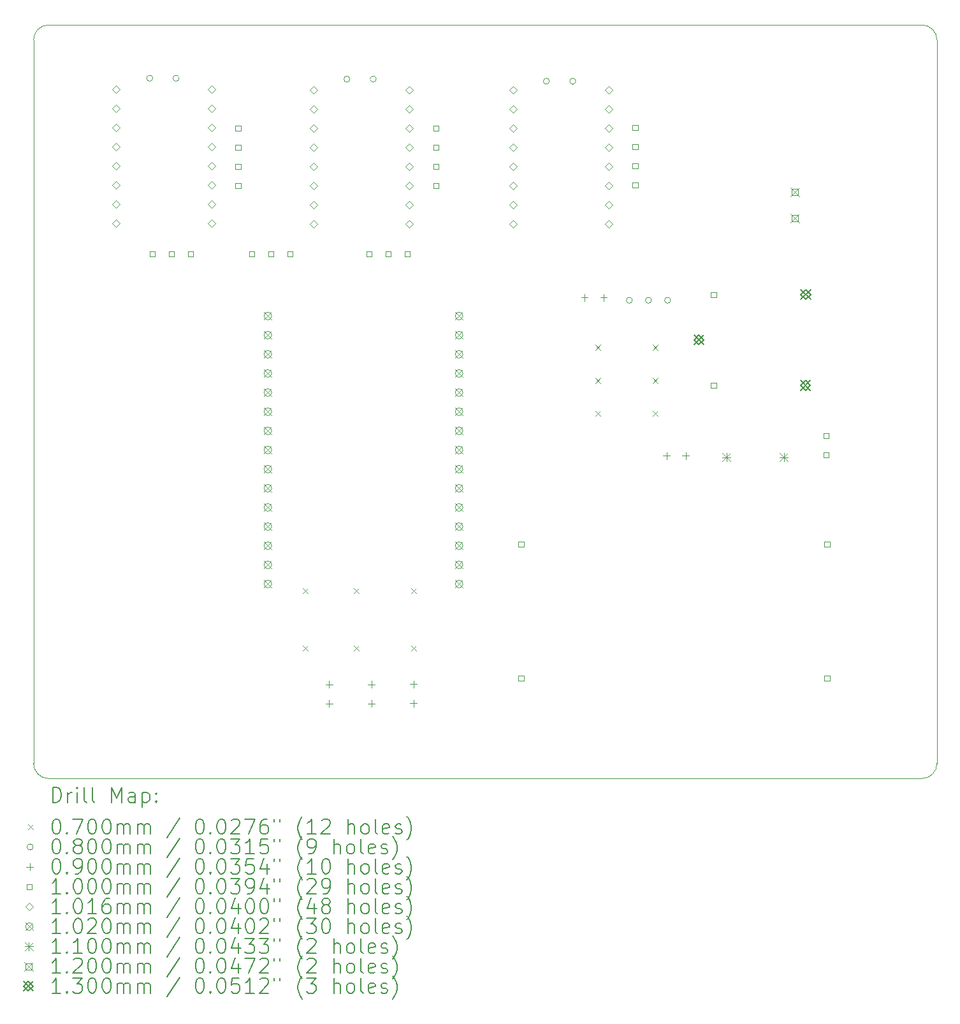
<source format=gbr>
%TF.GenerationSoftware,KiCad,Pcbnew,8.0.2-8.0.2-0~ubuntu24.04.1*%
%TF.CreationDate,2024-05-20T20:47:04+07:00*%
%TF.ProjectId,tugas-akhir,74756761-732d-4616-9b68-69722e6b6963,5*%
%TF.SameCoordinates,Original*%
%TF.FileFunction,Drillmap*%
%TF.FilePolarity,Positive*%
%FSLAX45Y45*%
G04 Gerber Fmt 4.5, Leading zero omitted, Abs format (unit mm)*
G04 Created by KiCad (PCBNEW 8.0.2-8.0.2-0~ubuntu24.04.1) date 2024-05-20 20:47:04*
%MOMM*%
%LPD*%
G01*
G04 APERTURE LIST*
%ADD10C,0.100000*%
%ADD11C,0.200000*%
%ADD12C,0.101600*%
%ADD13C,0.102000*%
%ADD14C,0.110000*%
%ADD15C,0.120000*%
%ADD16C,0.130000*%
G04 APERTURE END LIST*
D10*
X20420000Y-4460000D02*
X20420000Y-14060000D01*
X8420000Y-4460000D02*
G75*
G02*
X8620000Y-4260000I200000J0D01*
G01*
X8620000Y-4260000D02*
X20220000Y-4260000D01*
X20220000Y-4260000D02*
G75*
G02*
X20420000Y-4460000I0J-200000D01*
G01*
X8620000Y-14260000D02*
G75*
G02*
X8420000Y-14060000I0J200000D01*
G01*
X20220000Y-14260000D02*
X8620000Y-14260000D01*
X20420000Y-14060000D02*
G75*
G02*
X20220000Y-14260000I-200000J0D01*
G01*
X8420000Y-14060000D02*
X8420000Y-4460000D01*
D11*
D10*
X11992500Y-11734000D02*
X12062500Y-11804000D01*
X12062500Y-11734000D02*
X11992500Y-11804000D01*
X11992500Y-12496000D02*
X12062500Y-12566000D01*
X12062500Y-12496000D02*
X11992500Y-12566000D01*
X12672500Y-11734000D02*
X12742500Y-11804000D01*
X12742500Y-11734000D02*
X12672500Y-11804000D01*
X12672500Y-12496000D02*
X12742500Y-12566000D01*
X12742500Y-12496000D02*
X12672500Y-12566000D01*
X13432500Y-11734000D02*
X13502500Y-11804000D01*
X13502500Y-11734000D02*
X13432500Y-11804000D01*
X13432500Y-12496000D02*
X13502500Y-12566000D01*
X13502500Y-12496000D02*
X13432500Y-12566000D01*
X15884000Y-8503500D02*
X15954000Y-8573500D01*
X15954000Y-8503500D02*
X15884000Y-8573500D01*
X15884000Y-8943500D02*
X15954000Y-9013500D01*
X15954000Y-8943500D02*
X15884000Y-9013500D01*
X15884000Y-9383500D02*
X15954000Y-9453500D01*
X15954000Y-9383500D02*
X15884000Y-9453500D01*
X16646000Y-8503500D02*
X16716000Y-8573500D01*
X16716000Y-8503500D02*
X16646000Y-8573500D01*
X16646000Y-8943500D02*
X16716000Y-9013500D01*
X16716000Y-8943500D02*
X16646000Y-9013500D01*
X16646000Y-9383500D02*
X16716000Y-9453500D01*
X16716000Y-9383500D02*
X16646000Y-9453500D01*
X10003000Y-4967500D02*
G75*
G02*
X9923000Y-4967500I-40000J0D01*
G01*
X9923000Y-4967500D02*
G75*
G02*
X10003000Y-4967500I40000J0D01*
G01*
X10353000Y-4967500D02*
G75*
G02*
X10273000Y-4967500I-40000J0D01*
G01*
X10273000Y-4967500D02*
G75*
G02*
X10353000Y-4967500I40000J0D01*
G01*
X12622000Y-4978500D02*
G75*
G02*
X12542000Y-4978500I-40000J0D01*
G01*
X12542000Y-4978500D02*
G75*
G02*
X12622000Y-4978500I40000J0D01*
G01*
X12972000Y-4978500D02*
G75*
G02*
X12892000Y-4978500I-40000J0D01*
G01*
X12892000Y-4978500D02*
G75*
G02*
X12972000Y-4978500I40000J0D01*
G01*
X15272000Y-5007500D02*
G75*
G02*
X15192000Y-5007500I-40000J0D01*
G01*
X15192000Y-5007500D02*
G75*
G02*
X15272000Y-5007500I40000J0D01*
G01*
X15622000Y-5007500D02*
G75*
G02*
X15542000Y-5007500I-40000J0D01*
G01*
X15542000Y-5007500D02*
G75*
G02*
X15622000Y-5007500I40000J0D01*
G01*
X16373500Y-7914500D02*
G75*
G02*
X16293500Y-7914500I-40000J0D01*
G01*
X16293500Y-7914500D02*
G75*
G02*
X16373500Y-7914500I40000J0D01*
G01*
X16627500Y-7914500D02*
G75*
G02*
X16547500Y-7914500I-40000J0D01*
G01*
X16547500Y-7914500D02*
G75*
G02*
X16627500Y-7914500I40000J0D01*
G01*
X16881500Y-7914500D02*
G75*
G02*
X16801500Y-7914500I-40000J0D01*
G01*
X16801500Y-7914500D02*
G75*
G02*
X16881500Y-7914500I40000J0D01*
G01*
X12347500Y-12967000D02*
X12347500Y-13057000D01*
X12302500Y-13012000D02*
X12392500Y-13012000D01*
X12347500Y-13221000D02*
X12347500Y-13311000D01*
X12302500Y-13266000D02*
X12392500Y-13266000D01*
X12907500Y-12967000D02*
X12907500Y-13057000D01*
X12862500Y-13012000D02*
X12952500Y-13012000D01*
X12907500Y-13221000D02*
X12907500Y-13311000D01*
X12862500Y-13266000D02*
X12952500Y-13266000D01*
X13467500Y-12963250D02*
X13467500Y-13053250D01*
X13422500Y-13008250D02*
X13512500Y-13008250D01*
X13467500Y-13217250D02*
X13467500Y-13307250D01*
X13422500Y-13262250D02*
X13512500Y-13262250D01*
X15740000Y-7833500D02*
X15740000Y-7923500D01*
X15695000Y-7878500D02*
X15785000Y-7878500D01*
X15994000Y-7833500D02*
X15994000Y-7923500D01*
X15949000Y-7878500D02*
X16039000Y-7878500D01*
X16828500Y-9933500D02*
X16828500Y-10023500D01*
X16783500Y-9978500D02*
X16873500Y-9978500D01*
X17082500Y-9933500D02*
X17082500Y-10023500D01*
X17037500Y-9978500D02*
X17127500Y-9978500D01*
X10034856Y-7333856D02*
X10034856Y-7263144D01*
X9964144Y-7263144D01*
X9964144Y-7333856D01*
X10034856Y-7333856D01*
X10288856Y-7333856D02*
X10288856Y-7263144D01*
X10218144Y-7263144D01*
X10218144Y-7333856D01*
X10288856Y-7333856D01*
X10542856Y-7333856D02*
X10542856Y-7263144D01*
X10472144Y-7263144D01*
X10472144Y-7333856D01*
X10542856Y-7333856D01*
X11172106Y-5668856D02*
X11172106Y-5598144D01*
X11101394Y-5598144D01*
X11101394Y-5668856D01*
X11172106Y-5668856D01*
X11172106Y-5922856D02*
X11172106Y-5852144D01*
X11101394Y-5852144D01*
X11101394Y-5922856D01*
X11172106Y-5922856D01*
X11172106Y-6176856D02*
X11172106Y-6106144D01*
X11101394Y-6106144D01*
X11101394Y-6176856D01*
X11172106Y-6176856D01*
X11172106Y-6430856D02*
X11172106Y-6360144D01*
X11101394Y-6360144D01*
X11101394Y-6430856D01*
X11172106Y-6430856D01*
X11354856Y-7333856D02*
X11354856Y-7263144D01*
X11284144Y-7263144D01*
X11284144Y-7333856D01*
X11354856Y-7333856D01*
X11608856Y-7333856D02*
X11608856Y-7263144D01*
X11538144Y-7263144D01*
X11538144Y-7333856D01*
X11608856Y-7333856D01*
X11862856Y-7333856D02*
X11862856Y-7263144D01*
X11792144Y-7263144D01*
X11792144Y-7333856D01*
X11862856Y-7333856D01*
X12914856Y-7333856D02*
X12914856Y-7263144D01*
X12844144Y-7263144D01*
X12844144Y-7333856D01*
X12914856Y-7333856D01*
X13168856Y-7333856D02*
X13168856Y-7263144D01*
X13098144Y-7263144D01*
X13098144Y-7333856D01*
X13168856Y-7333856D01*
X13422856Y-7333856D02*
X13422856Y-7263144D01*
X13352144Y-7263144D01*
X13352144Y-7333856D01*
X13422856Y-7333856D01*
X13802856Y-5663856D02*
X13802856Y-5593144D01*
X13732144Y-5593144D01*
X13732144Y-5663856D01*
X13802856Y-5663856D01*
X13802856Y-5917856D02*
X13802856Y-5847144D01*
X13732144Y-5847144D01*
X13732144Y-5917856D01*
X13802856Y-5917856D01*
X13802856Y-6171856D02*
X13802856Y-6101144D01*
X13732144Y-6101144D01*
X13732144Y-6171856D01*
X13802856Y-6171856D01*
X13802856Y-6425856D02*
X13802856Y-6355144D01*
X13732144Y-6355144D01*
X13732144Y-6425856D01*
X13802856Y-6425856D01*
X14930856Y-11184856D02*
X14930856Y-11114144D01*
X14860144Y-11114144D01*
X14860144Y-11184856D01*
X14930856Y-11184856D01*
X14930856Y-12962856D02*
X14930856Y-12892144D01*
X14860144Y-12892144D01*
X14860144Y-12962856D01*
X14930856Y-12962856D01*
X16447356Y-5657856D02*
X16447356Y-5587144D01*
X16376644Y-5587144D01*
X16376644Y-5657856D01*
X16447356Y-5657856D01*
X16447356Y-5911856D02*
X16447356Y-5841144D01*
X16376644Y-5841144D01*
X16376644Y-5911856D01*
X16447356Y-5911856D01*
X16447356Y-6165856D02*
X16447356Y-6095144D01*
X16376644Y-6095144D01*
X16376644Y-6165856D01*
X16447356Y-6165856D01*
X16447356Y-6419856D02*
X16447356Y-6349144D01*
X16376644Y-6349144D01*
X16376644Y-6419856D01*
X16447356Y-6419856D01*
X17487856Y-7878856D02*
X17487856Y-7808144D01*
X17417144Y-7808144D01*
X17417144Y-7878856D01*
X17487856Y-7878856D01*
X17487856Y-9078856D02*
X17487856Y-9008144D01*
X17417144Y-9008144D01*
X17417144Y-9078856D01*
X17487856Y-9078856D01*
X18982856Y-9747356D02*
X18982856Y-9676644D01*
X18912144Y-9676644D01*
X18912144Y-9747356D01*
X18982856Y-9747356D01*
X18982856Y-10001356D02*
X18982856Y-9930644D01*
X18912144Y-9930644D01*
X18912144Y-10001356D01*
X18982856Y-10001356D01*
X18994856Y-11184856D02*
X18994856Y-11114144D01*
X18924144Y-11114144D01*
X18924144Y-11184856D01*
X18994856Y-11184856D01*
X18994856Y-12962856D02*
X18994856Y-12892144D01*
X18924144Y-12892144D01*
X18924144Y-12962856D01*
X18994856Y-12962856D01*
D12*
X9512500Y-5165300D02*
X9563300Y-5114500D01*
X9512500Y-5063700D01*
X9461700Y-5114500D01*
X9512500Y-5165300D01*
X9512500Y-5419300D02*
X9563300Y-5368500D01*
X9512500Y-5317700D01*
X9461700Y-5368500D01*
X9512500Y-5419300D01*
X9512500Y-5673300D02*
X9563300Y-5622500D01*
X9512500Y-5571700D01*
X9461700Y-5622500D01*
X9512500Y-5673300D01*
X9512500Y-5927300D02*
X9563300Y-5876500D01*
X9512500Y-5825700D01*
X9461700Y-5876500D01*
X9512500Y-5927300D01*
X9512500Y-6181300D02*
X9563300Y-6130500D01*
X9512500Y-6079700D01*
X9461700Y-6130500D01*
X9512500Y-6181300D01*
X9512500Y-6435300D02*
X9563300Y-6384500D01*
X9512500Y-6333700D01*
X9461700Y-6384500D01*
X9512500Y-6435300D01*
X9512500Y-6689300D02*
X9563300Y-6638500D01*
X9512500Y-6587700D01*
X9461700Y-6638500D01*
X9512500Y-6689300D01*
X9512500Y-6943300D02*
X9563300Y-6892500D01*
X9512500Y-6841700D01*
X9461700Y-6892500D01*
X9512500Y-6943300D01*
X10782500Y-5165300D02*
X10833300Y-5114500D01*
X10782500Y-5063700D01*
X10731700Y-5114500D01*
X10782500Y-5165300D01*
X10782500Y-5419300D02*
X10833300Y-5368500D01*
X10782500Y-5317700D01*
X10731700Y-5368500D01*
X10782500Y-5419300D01*
X10782500Y-5673300D02*
X10833300Y-5622500D01*
X10782500Y-5571700D01*
X10731700Y-5622500D01*
X10782500Y-5673300D01*
X10782500Y-5927300D02*
X10833300Y-5876500D01*
X10782500Y-5825700D01*
X10731700Y-5876500D01*
X10782500Y-5927300D01*
X10782500Y-6181300D02*
X10833300Y-6130500D01*
X10782500Y-6079700D01*
X10731700Y-6130500D01*
X10782500Y-6181300D01*
X10782500Y-6435300D02*
X10833300Y-6384500D01*
X10782500Y-6333700D01*
X10731700Y-6384500D01*
X10782500Y-6435300D01*
X10782500Y-6689300D02*
X10833300Y-6638500D01*
X10782500Y-6587700D01*
X10731700Y-6638500D01*
X10782500Y-6689300D01*
X10782500Y-6943300D02*
X10833300Y-6892500D01*
X10782500Y-6841700D01*
X10731700Y-6892500D01*
X10782500Y-6943300D01*
X12137000Y-5170300D02*
X12187800Y-5119500D01*
X12137000Y-5068700D01*
X12086200Y-5119500D01*
X12137000Y-5170300D01*
X12137000Y-5424300D02*
X12187800Y-5373500D01*
X12137000Y-5322700D01*
X12086200Y-5373500D01*
X12137000Y-5424300D01*
X12137000Y-5678300D02*
X12187800Y-5627500D01*
X12137000Y-5576700D01*
X12086200Y-5627500D01*
X12137000Y-5678300D01*
X12137000Y-5932300D02*
X12187800Y-5881500D01*
X12137000Y-5830700D01*
X12086200Y-5881500D01*
X12137000Y-5932300D01*
X12137000Y-6186300D02*
X12187800Y-6135500D01*
X12137000Y-6084700D01*
X12086200Y-6135500D01*
X12137000Y-6186300D01*
X12137000Y-6440300D02*
X12187800Y-6389500D01*
X12137000Y-6338700D01*
X12086200Y-6389500D01*
X12137000Y-6440300D01*
X12137000Y-6694300D02*
X12187800Y-6643500D01*
X12137000Y-6592700D01*
X12086200Y-6643500D01*
X12137000Y-6694300D01*
X12137000Y-6948300D02*
X12187800Y-6897500D01*
X12137000Y-6846700D01*
X12086200Y-6897500D01*
X12137000Y-6948300D01*
X13407000Y-5170300D02*
X13457800Y-5119500D01*
X13407000Y-5068700D01*
X13356200Y-5119500D01*
X13407000Y-5170300D01*
X13407000Y-5424300D02*
X13457800Y-5373500D01*
X13407000Y-5322700D01*
X13356200Y-5373500D01*
X13407000Y-5424300D01*
X13407000Y-5678300D02*
X13457800Y-5627500D01*
X13407000Y-5576700D01*
X13356200Y-5627500D01*
X13407000Y-5678300D01*
X13407000Y-5932300D02*
X13457800Y-5881500D01*
X13407000Y-5830700D01*
X13356200Y-5881500D01*
X13407000Y-5932300D01*
X13407000Y-6186300D02*
X13457800Y-6135500D01*
X13407000Y-6084700D01*
X13356200Y-6135500D01*
X13407000Y-6186300D01*
X13407000Y-6440300D02*
X13457800Y-6389500D01*
X13407000Y-6338700D01*
X13356200Y-6389500D01*
X13407000Y-6440300D01*
X13407000Y-6694300D02*
X13457800Y-6643500D01*
X13407000Y-6592700D01*
X13356200Y-6643500D01*
X13407000Y-6694300D01*
X13407000Y-6948300D02*
X13457800Y-6897500D01*
X13407000Y-6846700D01*
X13356200Y-6897500D01*
X13407000Y-6948300D01*
X14787500Y-5170300D02*
X14838300Y-5119500D01*
X14787500Y-5068700D01*
X14736700Y-5119500D01*
X14787500Y-5170300D01*
X14787500Y-5424300D02*
X14838300Y-5373500D01*
X14787500Y-5322700D01*
X14736700Y-5373500D01*
X14787500Y-5424300D01*
X14787500Y-5678300D02*
X14838300Y-5627500D01*
X14787500Y-5576700D01*
X14736700Y-5627500D01*
X14787500Y-5678300D01*
X14787500Y-5932300D02*
X14838300Y-5881500D01*
X14787500Y-5830700D01*
X14736700Y-5881500D01*
X14787500Y-5932300D01*
X14787500Y-6186300D02*
X14838300Y-6135500D01*
X14787500Y-6084700D01*
X14736700Y-6135500D01*
X14787500Y-6186300D01*
X14787500Y-6440300D02*
X14838300Y-6389500D01*
X14787500Y-6338700D01*
X14736700Y-6389500D01*
X14787500Y-6440300D01*
X14787500Y-6694300D02*
X14838300Y-6643500D01*
X14787500Y-6592700D01*
X14736700Y-6643500D01*
X14787500Y-6694300D01*
X14787500Y-6948300D02*
X14838300Y-6897500D01*
X14787500Y-6846700D01*
X14736700Y-6897500D01*
X14787500Y-6948300D01*
X16057500Y-5170300D02*
X16108300Y-5119500D01*
X16057500Y-5068700D01*
X16006700Y-5119500D01*
X16057500Y-5170300D01*
X16057500Y-5424300D02*
X16108300Y-5373500D01*
X16057500Y-5322700D01*
X16006700Y-5373500D01*
X16057500Y-5424300D01*
X16057500Y-5678300D02*
X16108300Y-5627500D01*
X16057500Y-5576700D01*
X16006700Y-5627500D01*
X16057500Y-5678300D01*
X16057500Y-5932300D02*
X16108300Y-5881500D01*
X16057500Y-5830700D01*
X16006700Y-5881500D01*
X16057500Y-5932300D01*
X16057500Y-6186300D02*
X16108300Y-6135500D01*
X16057500Y-6084700D01*
X16006700Y-6135500D01*
X16057500Y-6186300D01*
X16057500Y-6440300D02*
X16108300Y-6389500D01*
X16057500Y-6338700D01*
X16006700Y-6389500D01*
X16057500Y-6440300D01*
X16057500Y-6694300D02*
X16108300Y-6643500D01*
X16057500Y-6592700D01*
X16006700Y-6643500D01*
X16057500Y-6694300D01*
X16057500Y-6948300D02*
X16108300Y-6897500D01*
X16057500Y-6846700D01*
X16006700Y-6897500D01*
X16057500Y-6948300D01*
D13*
X11481500Y-8071500D02*
X11583500Y-8173500D01*
X11583500Y-8071500D02*
X11481500Y-8173500D01*
X11583500Y-8122500D02*
G75*
G02*
X11481500Y-8122500I-51000J0D01*
G01*
X11481500Y-8122500D02*
G75*
G02*
X11583500Y-8122500I51000J0D01*
G01*
X11481500Y-8325500D02*
X11583500Y-8427500D01*
X11583500Y-8325500D02*
X11481500Y-8427500D01*
X11583500Y-8376500D02*
G75*
G02*
X11481500Y-8376500I-51000J0D01*
G01*
X11481500Y-8376500D02*
G75*
G02*
X11583500Y-8376500I51000J0D01*
G01*
X11481500Y-8579500D02*
X11583500Y-8681500D01*
X11583500Y-8579500D02*
X11481500Y-8681500D01*
X11583500Y-8630500D02*
G75*
G02*
X11481500Y-8630500I-51000J0D01*
G01*
X11481500Y-8630500D02*
G75*
G02*
X11583500Y-8630500I51000J0D01*
G01*
X11481500Y-8833500D02*
X11583500Y-8935500D01*
X11583500Y-8833500D02*
X11481500Y-8935500D01*
X11583500Y-8884500D02*
G75*
G02*
X11481500Y-8884500I-51000J0D01*
G01*
X11481500Y-8884500D02*
G75*
G02*
X11583500Y-8884500I51000J0D01*
G01*
X11481500Y-9087500D02*
X11583500Y-9189500D01*
X11583500Y-9087500D02*
X11481500Y-9189500D01*
X11583500Y-9138500D02*
G75*
G02*
X11481500Y-9138500I-51000J0D01*
G01*
X11481500Y-9138500D02*
G75*
G02*
X11583500Y-9138500I51000J0D01*
G01*
X11481500Y-9341500D02*
X11583500Y-9443500D01*
X11583500Y-9341500D02*
X11481500Y-9443500D01*
X11583500Y-9392500D02*
G75*
G02*
X11481500Y-9392500I-51000J0D01*
G01*
X11481500Y-9392500D02*
G75*
G02*
X11583500Y-9392500I51000J0D01*
G01*
X11481500Y-9595500D02*
X11583500Y-9697500D01*
X11583500Y-9595500D02*
X11481500Y-9697500D01*
X11583500Y-9646500D02*
G75*
G02*
X11481500Y-9646500I-51000J0D01*
G01*
X11481500Y-9646500D02*
G75*
G02*
X11583500Y-9646500I51000J0D01*
G01*
X11481500Y-9849500D02*
X11583500Y-9951500D01*
X11583500Y-9849500D02*
X11481500Y-9951500D01*
X11583500Y-9900500D02*
G75*
G02*
X11481500Y-9900500I-51000J0D01*
G01*
X11481500Y-9900500D02*
G75*
G02*
X11583500Y-9900500I51000J0D01*
G01*
X11481500Y-10103500D02*
X11583500Y-10205500D01*
X11583500Y-10103500D02*
X11481500Y-10205500D01*
X11583500Y-10154500D02*
G75*
G02*
X11481500Y-10154500I-51000J0D01*
G01*
X11481500Y-10154500D02*
G75*
G02*
X11583500Y-10154500I51000J0D01*
G01*
X11481500Y-10357500D02*
X11583500Y-10459500D01*
X11583500Y-10357500D02*
X11481500Y-10459500D01*
X11583500Y-10408500D02*
G75*
G02*
X11481500Y-10408500I-51000J0D01*
G01*
X11481500Y-10408500D02*
G75*
G02*
X11583500Y-10408500I51000J0D01*
G01*
X11481500Y-10611500D02*
X11583500Y-10713500D01*
X11583500Y-10611500D02*
X11481500Y-10713500D01*
X11583500Y-10662500D02*
G75*
G02*
X11481500Y-10662500I-51000J0D01*
G01*
X11481500Y-10662500D02*
G75*
G02*
X11583500Y-10662500I51000J0D01*
G01*
X11481500Y-10865500D02*
X11583500Y-10967500D01*
X11583500Y-10865500D02*
X11481500Y-10967500D01*
X11583500Y-10916500D02*
G75*
G02*
X11481500Y-10916500I-51000J0D01*
G01*
X11481500Y-10916500D02*
G75*
G02*
X11583500Y-10916500I51000J0D01*
G01*
X11481500Y-11119500D02*
X11583500Y-11221500D01*
X11583500Y-11119500D02*
X11481500Y-11221500D01*
X11583500Y-11170500D02*
G75*
G02*
X11481500Y-11170500I-51000J0D01*
G01*
X11481500Y-11170500D02*
G75*
G02*
X11583500Y-11170500I51000J0D01*
G01*
X11481500Y-11373500D02*
X11583500Y-11475500D01*
X11583500Y-11373500D02*
X11481500Y-11475500D01*
X11583500Y-11424500D02*
G75*
G02*
X11481500Y-11424500I-51000J0D01*
G01*
X11481500Y-11424500D02*
G75*
G02*
X11583500Y-11424500I51000J0D01*
G01*
X11481500Y-11627500D02*
X11583500Y-11729500D01*
X11583500Y-11627500D02*
X11481500Y-11729500D01*
X11583500Y-11678500D02*
G75*
G02*
X11481500Y-11678500I-51000J0D01*
G01*
X11481500Y-11678500D02*
G75*
G02*
X11583500Y-11678500I51000J0D01*
G01*
X14021500Y-8071500D02*
X14123500Y-8173500D01*
X14123500Y-8071500D02*
X14021500Y-8173500D01*
X14123500Y-8122500D02*
G75*
G02*
X14021500Y-8122500I-51000J0D01*
G01*
X14021500Y-8122500D02*
G75*
G02*
X14123500Y-8122500I51000J0D01*
G01*
X14021500Y-8325500D02*
X14123500Y-8427500D01*
X14123500Y-8325500D02*
X14021500Y-8427500D01*
X14123500Y-8376500D02*
G75*
G02*
X14021500Y-8376500I-51000J0D01*
G01*
X14021500Y-8376500D02*
G75*
G02*
X14123500Y-8376500I51000J0D01*
G01*
X14021500Y-8579500D02*
X14123500Y-8681500D01*
X14123500Y-8579500D02*
X14021500Y-8681500D01*
X14123500Y-8630500D02*
G75*
G02*
X14021500Y-8630500I-51000J0D01*
G01*
X14021500Y-8630500D02*
G75*
G02*
X14123500Y-8630500I51000J0D01*
G01*
X14021500Y-8833500D02*
X14123500Y-8935500D01*
X14123500Y-8833500D02*
X14021500Y-8935500D01*
X14123500Y-8884500D02*
G75*
G02*
X14021500Y-8884500I-51000J0D01*
G01*
X14021500Y-8884500D02*
G75*
G02*
X14123500Y-8884500I51000J0D01*
G01*
X14021500Y-9087500D02*
X14123500Y-9189500D01*
X14123500Y-9087500D02*
X14021500Y-9189500D01*
X14123500Y-9138500D02*
G75*
G02*
X14021500Y-9138500I-51000J0D01*
G01*
X14021500Y-9138500D02*
G75*
G02*
X14123500Y-9138500I51000J0D01*
G01*
X14021500Y-9341500D02*
X14123500Y-9443500D01*
X14123500Y-9341500D02*
X14021500Y-9443500D01*
X14123500Y-9392500D02*
G75*
G02*
X14021500Y-9392500I-51000J0D01*
G01*
X14021500Y-9392500D02*
G75*
G02*
X14123500Y-9392500I51000J0D01*
G01*
X14021500Y-9595500D02*
X14123500Y-9697500D01*
X14123500Y-9595500D02*
X14021500Y-9697500D01*
X14123500Y-9646500D02*
G75*
G02*
X14021500Y-9646500I-51000J0D01*
G01*
X14021500Y-9646500D02*
G75*
G02*
X14123500Y-9646500I51000J0D01*
G01*
X14021500Y-9849500D02*
X14123500Y-9951500D01*
X14123500Y-9849500D02*
X14021500Y-9951500D01*
X14123500Y-9900500D02*
G75*
G02*
X14021500Y-9900500I-51000J0D01*
G01*
X14021500Y-9900500D02*
G75*
G02*
X14123500Y-9900500I51000J0D01*
G01*
X14021500Y-10103500D02*
X14123500Y-10205500D01*
X14123500Y-10103500D02*
X14021500Y-10205500D01*
X14123500Y-10154500D02*
G75*
G02*
X14021500Y-10154500I-51000J0D01*
G01*
X14021500Y-10154500D02*
G75*
G02*
X14123500Y-10154500I51000J0D01*
G01*
X14021500Y-10357500D02*
X14123500Y-10459500D01*
X14123500Y-10357500D02*
X14021500Y-10459500D01*
X14123500Y-10408500D02*
G75*
G02*
X14021500Y-10408500I-51000J0D01*
G01*
X14021500Y-10408500D02*
G75*
G02*
X14123500Y-10408500I51000J0D01*
G01*
X14021500Y-10611500D02*
X14123500Y-10713500D01*
X14123500Y-10611500D02*
X14021500Y-10713500D01*
X14123500Y-10662500D02*
G75*
G02*
X14021500Y-10662500I-51000J0D01*
G01*
X14021500Y-10662500D02*
G75*
G02*
X14123500Y-10662500I51000J0D01*
G01*
X14021500Y-10865500D02*
X14123500Y-10967500D01*
X14123500Y-10865500D02*
X14021500Y-10967500D01*
X14123500Y-10916500D02*
G75*
G02*
X14021500Y-10916500I-51000J0D01*
G01*
X14021500Y-10916500D02*
G75*
G02*
X14123500Y-10916500I51000J0D01*
G01*
X14021500Y-11119500D02*
X14123500Y-11221500D01*
X14123500Y-11119500D02*
X14021500Y-11221500D01*
X14123500Y-11170500D02*
G75*
G02*
X14021500Y-11170500I-51000J0D01*
G01*
X14021500Y-11170500D02*
G75*
G02*
X14123500Y-11170500I51000J0D01*
G01*
X14021500Y-11373500D02*
X14123500Y-11475500D01*
X14123500Y-11373500D02*
X14021500Y-11475500D01*
X14123500Y-11424500D02*
G75*
G02*
X14021500Y-11424500I-51000J0D01*
G01*
X14021500Y-11424500D02*
G75*
G02*
X14123500Y-11424500I51000J0D01*
G01*
X14021500Y-11627500D02*
X14123500Y-11729500D01*
X14123500Y-11627500D02*
X14021500Y-11729500D01*
X14123500Y-11678500D02*
G75*
G02*
X14021500Y-11678500I-51000J0D01*
G01*
X14021500Y-11678500D02*
G75*
G02*
X14123500Y-11678500I51000J0D01*
G01*
D14*
X17571500Y-9943500D02*
X17681500Y-10053500D01*
X17681500Y-9943500D02*
X17571500Y-10053500D01*
X17626500Y-9943500D02*
X17626500Y-10053500D01*
X17571500Y-9998500D02*
X17681500Y-9998500D01*
X18333500Y-9943500D02*
X18443500Y-10053500D01*
X18443500Y-9943500D02*
X18333500Y-10053500D01*
X18388500Y-9943500D02*
X18388500Y-10053500D01*
X18333500Y-9998500D02*
X18443500Y-9998500D01*
D15*
X18470000Y-6415000D02*
X18590000Y-6535000D01*
X18590000Y-6415000D02*
X18470000Y-6535000D01*
X18572427Y-6517427D02*
X18572427Y-6432573D01*
X18487573Y-6432573D01*
X18487573Y-6517427D01*
X18572427Y-6517427D01*
X18470000Y-6765000D02*
X18590000Y-6885000D01*
X18590000Y-6765000D02*
X18470000Y-6885000D01*
X18572427Y-6867427D02*
X18572427Y-6782573D01*
X18487573Y-6782573D01*
X18487573Y-6867427D01*
X18572427Y-6867427D01*
D16*
X17192500Y-8373500D02*
X17322500Y-8503500D01*
X17322500Y-8373500D02*
X17192500Y-8503500D01*
X17257500Y-8503500D02*
X17322500Y-8438500D01*
X17257500Y-8373500D01*
X17192500Y-8438500D01*
X17257500Y-8503500D01*
X18607500Y-8978500D02*
X18737500Y-9108500D01*
X18737500Y-8978500D02*
X18607500Y-9108500D01*
X18672500Y-9108500D02*
X18737500Y-9043500D01*
X18672500Y-8978500D01*
X18607500Y-9043500D01*
X18672500Y-9108500D01*
X18612500Y-7773500D02*
X18742500Y-7903500D01*
X18742500Y-7773500D02*
X18612500Y-7903500D01*
X18677500Y-7903500D02*
X18742500Y-7838500D01*
X18677500Y-7773500D01*
X18612500Y-7838500D01*
X18677500Y-7903500D01*
D11*
X8675777Y-14576484D02*
X8675777Y-14376484D01*
X8675777Y-14376484D02*
X8723396Y-14376484D01*
X8723396Y-14376484D02*
X8751967Y-14386008D01*
X8751967Y-14386008D02*
X8771015Y-14405055D01*
X8771015Y-14405055D02*
X8780539Y-14424103D01*
X8780539Y-14424103D02*
X8790063Y-14462198D01*
X8790063Y-14462198D02*
X8790063Y-14490769D01*
X8790063Y-14490769D02*
X8780539Y-14528865D01*
X8780539Y-14528865D02*
X8771015Y-14547912D01*
X8771015Y-14547912D02*
X8751967Y-14566960D01*
X8751967Y-14566960D02*
X8723396Y-14576484D01*
X8723396Y-14576484D02*
X8675777Y-14576484D01*
X8875777Y-14576484D02*
X8875777Y-14443150D01*
X8875777Y-14481246D02*
X8885301Y-14462198D01*
X8885301Y-14462198D02*
X8894824Y-14452674D01*
X8894824Y-14452674D02*
X8913872Y-14443150D01*
X8913872Y-14443150D02*
X8932920Y-14443150D01*
X8999586Y-14576484D02*
X8999586Y-14443150D01*
X8999586Y-14376484D02*
X8990063Y-14386008D01*
X8990063Y-14386008D02*
X8999586Y-14395531D01*
X8999586Y-14395531D02*
X9009110Y-14386008D01*
X9009110Y-14386008D02*
X8999586Y-14376484D01*
X8999586Y-14376484D02*
X8999586Y-14395531D01*
X9123396Y-14576484D02*
X9104348Y-14566960D01*
X9104348Y-14566960D02*
X9094824Y-14547912D01*
X9094824Y-14547912D02*
X9094824Y-14376484D01*
X9228158Y-14576484D02*
X9209110Y-14566960D01*
X9209110Y-14566960D02*
X9199586Y-14547912D01*
X9199586Y-14547912D02*
X9199586Y-14376484D01*
X9456729Y-14576484D02*
X9456729Y-14376484D01*
X9456729Y-14376484D02*
X9523396Y-14519341D01*
X9523396Y-14519341D02*
X9590063Y-14376484D01*
X9590063Y-14376484D02*
X9590063Y-14576484D01*
X9771015Y-14576484D02*
X9771015Y-14471722D01*
X9771015Y-14471722D02*
X9761491Y-14452674D01*
X9761491Y-14452674D02*
X9742444Y-14443150D01*
X9742444Y-14443150D02*
X9704348Y-14443150D01*
X9704348Y-14443150D02*
X9685301Y-14452674D01*
X9771015Y-14566960D02*
X9751967Y-14576484D01*
X9751967Y-14576484D02*
X9704348Y-14576484D01*
X9704348Y-14576484D02*
X9685301Y-14566960D01*
X9685301Y-14566960D02*
X9675777Y-14547912D01*
X9675777Y-14547912D02*
X9675777Y-14528865D01*
X9675777Y-14528865D02*
X9685301Y-14509817D01*
X9685301Y-14509817D02*
X9704348Y-14500293D01*
X9704348Y-14500293D02*
X9751967Y-14500293D01*
X9751967Y-14500293D02*
X9771015Y-14490769D01*
X9866253Y-14443150D02*
X9866253Y-14643150D01*
X9866253Y-14452674D02*
X9885301Y-14443150D01*
X9885301Y-14443150D02*
X9923396Y-14443150D01*
X9923396Y-14443150D02*
X9942444Y-14452674D01*
X9942444Y-14452674D02*
X9951967Y-14462198D01*
X9951967Y-14462198D02*
X9961491Y-14481246D01*
X9961491Y-14481246D02*
X9961491Y-14538388D01*
X9961491Y-14538388D02*
X9951967Y-14557436D01*
X9951967Y-14557436D02*
X9942444Y-14566960D01*
X9942444Y-14566960D02*
X9923396Y-14576484D01*
X9923396Y-14576484D02*
X9885301Y-14576484D01*
X9885301Y-14576484D02*
X9866253Y-14566960D01*
X10047205Y-14557436D02*
X10056729Y-14566960D01*
X10056729Y-14566960D02*
X10047205Y-14576484D01*
X10047205Y-14576484D02*
X10037682Y-14566960D01*
X10037682Y-14566960D02*
X10047205Y-14557436D01*
X10047205Y-14557436D02*
X10047205Y-14576484D01*
X10047205Y-14452674D02*
X10056729Y-14462198D01*
X10056729Y-14462198D02*
X10047205Y-14471722D01*
X10047205Y-14471722D02*
X10037682Y-14462198D01*
X10037682Y-14462198D02*
X10047205Y-14452674D01*
X10047205Y-14452674D02*
X10047205Y-14471722D01*
D10*
X8345000Y-14870000D02*
X8415000Y-14940000D01*
X8415000Y-14870000D02*
X8345000Y-14940000D01*
D11*
X8713872Y-14796484D02*
X8732920Y-14796484D01*
X8732920Y-14796484D02*
X8751967Y-14806008D01*
X8751967Y-14806008D02*
X8761491Y-14815531D01*
X8761491Y-14815531D02*
X8771015Y-14834579D01*
X8771015Y-14834579D02*
X8780539Y-14872674D01*
X8780539Y-14872674D02*
X8780539Y-14920293D01*
X8780539Y-14920293D02*
X8771015Y-14958388D01*
X8771015Y-14958388D02*
X8761491Y-14977436D01*
X8761491Y-14977436D02*
X8751967Y-14986960D01*
X8751967Y-14986960D02*
X8732920Y-14996484D01*
X8732920Y-14996484D02*
X8713872Y-14996484D01*
X8713872Y-14996484D02*
X8694824Y-14986960D01*
X8694824Y-14986960D02*
X8685301Y-14977436D01*
X8685301Y-14977436D02*
X8675777Y-14958388D01*
X8675777Y-14958388D02*
X8666253Y-14920293D01*
X8666253Y-14920293D02*
X8666253Y-14872674D01*
X8666253Y-14872674D02*
X8675777Y-14834579D01*
X8675777Y-14834579D02*
X8685301Y-14815531D01*
X8685301Y-14815531D02*
X8694824Y-14806008D01*
X8694824Y-14806008D02*
X8713872Y-14796484D01*
X8866253Y-14977436D02*
X8875777Y-14986960D01*
X8875777Y-14986960D02*
X8866253Y-14996484D01*
X8866253Y-14996484D02*
X8856729Y-14986960D01*
X8856729Y-14986960D02*
X8866253Y-14977436D01*
X8866253Y-14977436D02*
X8866253Y-14996484D01*
X8942444Y-14796484D02*
X9075777Y-14796484D01*
X9075777Y-14796484D02*
X8990063Y-14996484D01*
X9190063Y-14796484D02*
X9209110Y-14796484D01*
X9209110Y-14796484D02*
X9228158Y-14806008D01*
X9228158Y-14806008D02*
X9237682Y-14815531D01*
X9237682Y-14815531D02*
X9247205Y-14834579D01*
X9247205Y-14834579D02*
X9256729Y-14872674D01*
X9256729Y-14872674D02*
X9256729Y-14920293D01*
X9256729Y-14920293D02*
X9247205Y-14958388D01*
X9247205Y-14958388D02*
X9237682Y-14977436D01*
X9237682Y-14977436D02*
X9228158Y-14986960D01*
X9228158Y-14986960D02*
X9209110Y-14996484D01*
X9209110Y-14996484D02*
X9190063Y-14996484D01*
X9190063Y-14996484D02*
X9171015Y-14986960D01*
X9171015Y-14986960D02*
X9161491Y-14977436D01*
X9161491Y-14977436D02*
X9151967Y-14958388D01*
X9151967Y-14958388D02*
X9142444Y-14920293D01*
X9142444Y-14920293D02*
X9142444Y-14872674D01*
X9142444Y-14872674D02*
X9151967Y-14834579D01*
X9151967Y-14834579D02*
X9161491Y-14815531D01*
X9161491Y-14815531D02*
X9171015Y-14806008D01*
X9171015Y-14806008D02*
X9190063Y-14796484D01*
X9380539Y-14796484D02*
X9399586Y-14796484D01*
X9399586Y-14796484D02*
X9418634Y-14806008D01*
X9418634Y-14806008D02*
X9428158Y-14815531D01*
X9428158Y-14815531D02*
X9437682Y-14834579D01*
X9437682Y-14834579D02*
X9447205Y-14872674D01*
X9447205Y-14872674D02*
X9447205Y-14920293D01*
X9447205Y-14920293D02*
X9437682Y-14958388D01*
X9437682Y-14958388D02*
X9428158Y-14977436D01*
X9428158Y-14977436D02*
X9418634Y-14986960D01*
X9418634Y-14986960D02*
X9399586Y-14996484D01*
X9399586Y-14996484D02*
X9380539Y-14996484D01*
X9380539Y-14996484D02*
X9361491Y-14986960D01*
X9361491Y-14986960D02*
X9351967Y-14977436D01*
X9351967Y-14977436D02*
X9342444Y-14958388D01*
X9342444Y-14958388D02*
X9332920Y-14920293D01*
X9332920Y-14920293D02*
X9332920Y-14872674D01*
X9332920Y-14872674D02*
X9342444Y-14834579D01*
X9342444Y-14834579D02*
X9351967Y-14815531D01*
X9351967Y-14815531D02*
X9361491Y-14806008D01*
X9361491Y-14806008D02*
X9380539Y-14796484D01*
X9532920Y-14996484D02*
X9532920Y-14863150D01*
X9532920Y-14882198D02*
X9542444Y-14872674D01*
X9542444Y-14872674D02*
X9561491Y-14863150D01*
X9561491Y-14863150D02*
X9590063Y-14863150D01*
X9590063Y-14863150D02*
X9609110Y-14872674D01*
X9609110Y-14872674D02*
X9618634Y-14891722D01*
X9618634Y-14891722D02*
X9618634Y-14996484D01*
X9618634Y-14891722D02*
X9628158Y-14872674D01*
X9628158Y-14872674D02*
X9647205Y-14863150D01*
X9647205Y-14863150D02*
X9675777Y-14863150D01*
X9675777Y-14863150D02*
X9694825Y-14872674D01*
X9694825Y-14872674D02*
X9704348Y-14891722D01*
X9704348Y-14891722D02*
X9704348Y-14996484D01*
X9799586Y-14996484D02*
X9799586Y-14863150D01*
X9799586Y-14882198D02*
X9809110Y-14872674D01*
X9809110Y-14872674D02*
X9828158Y-14863150D01*
X9828158Y-14863150D02*
X9856729Y-14863150D01*
X9856729Y-14863150D02*
X9875777Y-14872674D01*
X9875777Y-14872674D02*
X9885301Y-14891722D01*
X9885301Y-14891722D02*
X9885301Y-14996484D01*
X9885301Y-14891722D02*
X9894825Y-14872674D01*
X9894825Y-14872674D02*
X9913872Y-14863150D01*
X9913872Y-14863150D02*
X9942444Y-14863150D01*
X9942444Y-14863150D02*
X9961491Y-14872674D01*
X9961491Y-14872674D02*
X9971015Y-14891722D01*
X9971015Y-14891722D02*
X9971015Y-14996484D01*
X10361491Y-14786960D02*
X10190063Y-15044103D01*
X10618634Y-14796484D02*
X10637682Y-14796484D01*
X10637682Y-14796484D02*
X10656729Y-14806008D01*
X10656729Y-14806008D02*
X10666253Y-14815531D01*
X10666253Y-14815531D02*
X10675777Y-14834579D01*
X10675777Y-14834579D02*
X10685301Y-14872674D01*
X10685301Y-14872674D02*
X10685301Y-14920293D01*
X10685301Y-14920293D02*
X10675777Y-14958388D01*
X10675777Y-14958388D02*
X10666253Y-14977436D01*
X10666253Y-14977436D02*
X10656729Y-14986960D01*
X10656729Y-14986960D02*
X10637682Y-14996484D01*
X10637682Y-14996484D02*
X10618634Y-14996484D01*
X10618634Y-14996484D02*
X10599587Y-14986960D01*
X10599587Y-14986960D02*
X10590063Y-14977436D01*
X10590063Y-14977436D02*
X10580539Y-14958388D01*
X10580539Y-14958388D02*
X10571015Y-14920293D01*
X10571015Y-14920293D02*
X10571015Y-14872674D01*
X10571015Y-14872674D02*
X10580539Y-14834579D01*
X10580539Y-14834579D02*
X10590063Y-14815531D01*
X10590063Y-14815531D02*
X10599587Y-14806008D01*
X10599587Y-14806008D02*
X10618634Y-14796484D01*
X10771015Y-14977436D02*
X10780539Y-14986960D01*
X10780539Y-14986960D02*
X10771015Y-14996484D01*
X10771015Y-14996484D02*
X10761491Y-14986960D01*
X10761491Y-14986960D02*
X10771015Y-14977436D01*
X10771015Y-14977436D02*
X10771015Y-14996484D01*
X10904348Y-14796484D02*
X10923396Y-14796484D01*
X10923396Y-14796484D02*
X10942444Y-14806008D01*
X10942444Y-14806008D02*
X10951968Y-14815531D01*
X10951968Y-14815531D02*
X10961491Y-14834579D01*
X10961491Y-14834579D02*
X10971015Y-14872674D01*
X10971015Y-14872674D02*
X10971015Y-14920293D01*
X10971015Y-14920293D02*
X10961491Y-14958388D01*
X10961491Y-14958388D02*
X10951968Y-14977436D01*
X10951968Y-14977436D02*
X10942444Y-14986960D01*
X10942444Y-14986960D02*
X10923396Y-14996484D01*
X10923396Y-14996484D02*
X10904348Y-14996484D01*
X10904348Y-14996484D02*
X10885301Y-14986960D01*
X10885301Y-14986960D02*
X10875777Y-14977436D01*
X10875777Y-14977436D02*
X10866253Y-14958388D01*
X10866253Y-14958388D02*
X10856729Y-14920293D01*
X10856729Y-14920293D02*
X10856729Y-14872674D01*
X10856729Y-14872674D02*
X10866253Y-14834579D01*
X10866253Y-14834579D02*
X10875777Y-14815531D01*
X10875777Y-14815531D02*
X10885301Y-14806008D01*
X10885301Y-14806008D02*
X10904348Y-14796484D01*
X11047206Y-14815531D02*
X11056729Y-14806008D01*
X11056729Y-14806008D02*
X11075777Y-14796484D01*
X11075777Y-14796484D02*
X11123396Y-14796484D01*
X11123396Y-14796484D02*
X11142444Y-14806008D01*
X11142444Y-14806008D02*
X11151968Y-14815531D01*
X11151968Y-14815531D02*
X11161491Y-14834579D01*
X11161491Y-14834579D02*
X11161491Y-14853627D01*
X11161491Y-14853627D02*
X11151968Y-14882198D01*
X11151968Y-14882198D02*
X11037682Y-14996484D01*
X11037682Y-14996484D02*
X11161491Y-14996484D01*
X11228158Y-14796484D02*
X11361491Y-14796484D01*
X11361491Y-14796484D02*
X11275777Y-14996484D01*
X11523396Y-14796484D02*
X11485301Y-14796484D01*
X11485301Y-14796484D02*
X11466253Y-14806008D01*
X11466253Y-14806008D02*
X11456729Y-14815531D01*
X11456729Y-14815531D02*
X11437682Y-14844103D01*
X11437682Y-14844103D02*
X11428158Y-14882198D01*
X11428158Y-14882198D02*
X11428158Y-14958388D01*
X11428158Y-14958388D02*
X11437682Y-14977436D01*
X11437682Y-14977436D02*
X11447206Y-14986960D01*
X11447206Y-14986960D02*
X11466253Y-14996484D01*
X11466253Y-14996484D02*
X11504348Y-14996484D01*
X11504348Y-14996484D02*
X11523396Y-14986960D01*
X11523396Y-14986960D02*
X11532920Y-14977436D01*
X11532920Y-14977436D02*
X11542444Y-14958388D01*
X11542444Y-14958388D02*
X11542444Y-14910769D01*
X11542444Y-14910769D02*
X11532920Y-14891722D01*
X11532920Y-14891722D02*
X11523396Y-14882198D01*
X11523396Y-14882198D02*
X11504348Y-14872674D01*
X11504348Y-14872674D02*
X11466253Y-14872674D01*
X11466253Y-14872674D02*
X11447206Y-14882198D01*
X11447206Y-14882198D02*
X11437682Y-14891722D01*
X11437682Y-14891722D02*
X11428158Y-14910769D01*
X11618634Y-14796484D02*
X11618634Y-14834579D01*
X11694825Y-14796484D02*
X11694825Y-14834579D01*
X11990063Y-15072674D02*
X11980539Y-15063150D01*
X11980539Y-15063150D02*
X11961491Y-15034579D01*
X11961491Y-15034579D02*
X11951968Y-15015531D01*
X11951968Y-15015531D02*
X11942444Y-14986960D01*
X11942444Y-14986960D02*
X11932920Y-14939341D01*
X11932920Y-14939341D02*
X11932920Y-14901246D01*
X11932920Y-14901246D02*
X11942444Y-14853627D01*
X11942444Y-14853627D02*
X11951968Y-14825055D01*
X11951968Y-14825055D02*
X11961491Y-14806008D01*
X11961491Y-14806008D02*
X11980539Y-14777436D01*
X11980539Y-14777436D02*
X11990063Y-14767912D01*
X12171015Y-14996484D02*
X12056729Y-14996484D01*
X12113872Y-14996484D02*
X12113872Y-14796484D01*
X12113872Y-14796484D02*
X12094825Y-14825055D01*
X12094825Y-14825055D02*
X12075777Y-14844103D01*
X12075777Y-14844103D02*
X12056729Y-14853627D01*
X12247206Y-14815531D02*
X12256729Y-14806008D01*
X12256729Y-14806008D02*
X12275777Y-14796484D01*
X12275777Y-14796484D02*
X12323396Y-14796484D01*
X12323396Y-14796484D02*
X12342444Y-14806008D01*
X12342444Y-14806008D02*
X12351968Y-14815531D01*
X12351968Y-14815531D02*
X12361491Y-14834579D01*
X12361491Y-14834579D02*
X12361491Y-14853627D01*
X12361491Y-14853627D02*
X12351968Y-14882198D01*
X12351968Y-14882198D02*
X12237682Y-14996484D01*
X12237682Y-14996484D02*
X12361491Y-14996484D01*
X12599587Y-14996484D02*
X12599587Y-14796484D01*
X12685301Y-14996484D02*
X12685301Y-14891722D01*
X12685301Y-14891722D02*
X12675777Y-14872674D01*
X12675777Y-14872674D02*
X12656730Y-14863150D01*
X12656730Y-14863150D02*
X12628158Y-14863150D01*
X12628158Y-14863150D02*
X12609110Y-14872674D01*
X12609110Y-14872674D02*
X12599587Y-14882198D01*
X12809110Y-14996484D02*
X12790063Y-14986960D01*
X12790063Y-14986960D02*
X12780539Y-14977436D01*
X12780539Y-14977436D02*
X12771015Y-14958388D01*
X12771015Y-14958388D02*
X12771015Y-14901246D01*
X12771015Y-14901246D02*
X12780539Y-14882198D01*
X12780539Y-14882198D02*
X12790063Y-14872674D01*
X12790063Y-14872674D02*
X12809110Y-14863150D01*
X12809110Y-14863150D02*
X12837682Y-14863150D01*
X12837682Y-14863150D02*
X12856730Y-14872674D01*
X12856730Y-14872674D02*
X12866253Y-14882198D01*
X12866253Y-14882198D02*
X12875777Y-14901246D01*
X12875777Y-14901246D02*
X12875777Y-14958388D01*
X12875777Y-14958388D02*
X12866253Y-14977436D01*
X12866253Y-14977436D02*
X12856730Y-14986960D01*
X12856730Y-14986960D02*
X12837682Y-14996484D01*
X12837682Y-14996484D02*
X12809110Y-14996484D01*
X12990063Y-14996484D02*
X12971015Y-14986960D01*
X12971015Y-14986960D02*
X12961491Y-14967912D01*
X12961491Y-14967912D02*
X12961491Y-14796484D01*
X13142444Y-14986960D02*
X13123396Y-14996484D01*
X13123396Y-14996484D02*
X13085301Y-14996484D01*
X13085301Y-14996484D02*
X13066253Y-14986960D01*
X13066253Y-14986960D02*
X13056730Y-14967912D01*
X13056730Y-14967912D02*
X13056730Y-14891722D01*
X13056730Y-14891722D02*
X13066253Y-14872674D01*
X13066253Y-14872674D02*
X13085301Y-14863150D01*
X13085301Y-14863150D02*
X13123396Y-14863150D01*
X13123396Y-14863150D02*
X13142444Y-14872674D01*
X13142444Y-14872674D02*
X13151968Y-14891722D01*
X13151968Y-14891722D02*
X13151968Y-14910769D01*
X13151968Y-14910769D02*
X13056730Y-14929817D01*
X13228158Y-14986960D02*
X13247206Y-14996484D01*
X13247206Y-14996484D02*
X13285301Y-14996484D01*
X13285301Y-14996484D02*
X13304349Y-14986960D01*
X13304349Y-14986960D02*
X13313872Y-14967912D01*
X13313872Y-14967912D02*
X13313872Y-14958388D01*
X13313872Y-14958388D02*
X13304349Y-14939341D01*
X13304349Y-14939341D02*
X13285301Y-14929817D01*
X13285301Y-14929817D02*
X13256730Y-14929817D01*
X13256730Y-14929817D02*
X13237682Y-14920293D01*
X13237682Y-14920293D02*
X13228158Y-14901246D01*
X13228158Y-14901246D02*
X13228158Y-14891722D01*
X13228158Y-14891722D02*
X13237682Y-14872674D01*
X13237682Y-14872674D02*
X13256730Y-14863150D01*
X13256730Y-14863150D02*
X13285301Y-14863150D01*
X13285301Y-14863150D02*
X13304349Y-14872674D01*
X13380539Y-15072674D02*
X13390063Y-15063150D01*
X13390063Y-15063150D02*
X13409111Y-15034579D01*
X13409111Y-15034579D02*
X13418634Y-15015531D01*
X13418634Y-15015531D02*
X13428158Y-14986960D01*
X13428158Y-14986960D02*
X13437682Y-14939341D01*
X13437682Y-14939341D02*
X13437682Y-14901246D01*
X13437682Y-14901246D02*
X13428158Y-14853627D01*
X13428158Y-14853627D02*
X13418634Y-14825055D01*
X13418634Y-14825055D02*
X13409111Y-14806008D01*
X13409111Y-14806008D02*
X13390063Y-14777436D01*
X13390063Y-14777436D02*
X13380539Y-14767912D01*
D10*
X8415000Y-15169000D02*
G75*
G02*
X8335000Y-15169000I-40000J0D01*
G01*
X8335000Y-15169000D02*
G75*
G02*
X8415000Y-15169000I40000J0D01*
G01*
D11*
X8713872Y-15060484D02*
X8732920Y-15060484D01*
X8732920Y-15060484D02*
X8751967Y-15070008D01*
X8751967Y-15070008D02*
X8761491Y-15079531D01*
X8761491Y-15079531D02*
X8771015Y-15098579D01*
X8771015Y-15098579D02*
X8780539Y-15136674D01*
X8780539Y-15136674D02*
X8780539Y-15184293D01*
X8780539Y-15184293D02*
X8771015Y-15222388D01*
X8771015Y-15222388D02*
X8761491Y-15241436D01*
X8761491Y-15241436D02*
X8751967Y-15250960D01*
X8751967Y-15250960D02*
X8732920Y-15260484D01*
X8732920Y-15260484D02*
X8713872Y-15260484D01*
X8713872Y-15260484D02*
X8694824Y-15250960D01*
X8694824Y-15250960D02*
X8685301Y-15241436D01*
X8685301Y-15241436D02*
X8675777Y-15222388D01*
X8675777Y-15222388D02*
X8666253Y-15184293D01*
X8666253Y-15184293D02*
X8666253Y-15136674D01*
X8666253Y-15136674D02*
X8675777Y-15098579D01*
X8675777Y-15098579D02*
X8685301Y-15079531D01*
X8685301Y-15079531D02*
X8694824Y-15070008D01*
X8694824Y-15070008D02*
X8713872Y-15060484D01*
X8866253Y-15241436D02*
X8875777Y-15250960D01*
X8875777Y-15250960D02*
X8866253Y-15260484D01*
X8866253Y-15260484D02*
X8856729Y-15250960D01*
X8856729Y-15250960D02*
X8866253Y-15241436D01*
X8866253Y-15241436D02*
X8866253Y-15260484D01*
X8990063Y-15146198D02*
X8971015Y-15136674D01*
X8971015Y-15136674D02*
X8961491Y-15127150D01*
X8961491Y-15127150D02*
X8951967Y-15108103D01*
X8951967Y-15108103D02*
X8951967Y-15098579D01*
X8951967Y-15098579D02*
X8961491Y-15079531D01*
X8961491Y-15079531D02*
X8971015Y-15070008D01*
X8971015Y-15070008D02*
X8990063Y-15060484D01*
X8990063Y-15060484D02*
X9028158Y-15060484D01*
X9028158Y-15060484D02*
X9047205Y-15070008D01*
X9047205Y-15070008D02*
X9056729Y-15079531D01*
X9056729Y-15079531D02*
X9066253Y-15098579D01*
X9066253Y-15098579D02*
X9066253Y-15108103D01*
X9066253Y-15108103D02*
X9056729Y-15127150D01*
X9056729Y-15127150D02*
X9047205Y-15136674D01*
X9047205Y-15136674D02*
X9028158Y-15146198D01*
X9028158Y-15146198D02*
X8990063Y-15146198D01*
X8990063Y-15146198D02*
X8971015Y-15155722D01*
X8971015Y-15155722D02*
X8961491Y-15165246D01*
X8961491Y-15165246D02*
X8951967Y-15184293D01*
X8951967Y-15184293D02*
X8951967Y-15222388D01*
X8951967Y-15222388D02*
X8961491Y-15241436D01*
X8961491Y-15241436D02*
X8971015Y-15250960D01*
X8971015Y-15250960D02*
X8990063Y-15260484D01*
X8990063Y-15260484D02*
X9028158Y-15260484D01*
X9028158Y-15260484D02*
X9047205Y-15250960D01*
X9047205Y-15250960D02*
X9056729Y-15241436D01*
X9056729Y-15241436D02*
X9066253Y-15222388D01*
X9066253Y-15222388D02*
X9066253Y-15184293D01*
X9066253Y-15184293D02*
X9056729Y-15165246D01*
X9056729Y-15165246D02*
X9047205Y-15155722D01*
X9047205Y-15155722D02*
X9028158Y-15146198D01*
X9190063Y-15060484D02*
X9209110Y-15060484D01*
X9209110Y-15060484D02*
X9228158Y-15070008D01*
X9228158Y-15070008D02*
X9237682Y-15079531D01*
X9237682Y-15079531D02*
X9247205Y-15098579D01*
X9247205Y-15098579D02*
X9256729Y-15136674D01*
X9256729Y-15136674D02*
X9256729Y-15184293D01*
X9256729Y-15184293D02*
X9247205Y-15222388D01*
X9247205Y-15222388D02*
X9237682Y-15241436D01*
X9237682Y-15241436D02*
X9228158Y-15250960D01*
X9228158Y-15250960D02*
X9209110Y-15260484D01*
X9209110Y-15260484D02*
X9190063Y-15260484D01*
X9190063Y-15260484D02*
X9171015Y-15250960D01*
X9171015Y-15250960D02*
X9161491Y-15241436D01*
X9161491Y-15241436D02*
X9151967Y-15222388D01*
X9151967Y-15222388D02*
X9142444Y-15184293D01*
X9142444Y-15184293D02*
X9142444Y-15136674D01*
X9142444Y-15136674D02*
X9151967Y-15098579D01*
X9151967Y-15098579D02*
X9161491Y-15079531D01*
X9161491Y-15079531D02*
X9171015Y-15070008D01*
X9171015Y-15070008D02*
X9190063Y-15060484D01*
X9380539Y-15060484D02*
X9399586Y-15060484D01*
X9399586Y-15060484D02*
X9418634Y-15070008D01*
X9418634Y-15070008D02*
X9428158Y-15079531D01*
X9428158Y-15079531D02*
X9437682Y-15098579D01*
X9437682Y-15098579D02*
X9447205Y-15136674D01*
X9447205Y-15136674D02*
X9447205Y-15184293D01*
X9447205Y-15184293D02*
X9437682Y-15222388D01*
X9437682Y-15222388D02*
X9428158Y-15241436D01*
X9428158Y-15241436D02*
X9418634Y-15250960D01*
X9418634Y-15250960D02*
X9399586Y-15260484D01*
X9399586Y-15260484D02*
X9380539Y-15260484D01*
X9380539Y-15260484D02*
X9361491Y-15250960D01*
X9361491Y-15250960D02*
X9351967Y-15241436D01*
X9351967Y-15241436D02*
X9342444Y-15222388D01*
X9342444Y-15222388D02*
X9332920Y-15184293D01*
X9332920Y-15184293D02*
X9332920Y-15136674D01*
X9332920Y-15136674D02*
X9342444Y-15098579D01*
X9342444Y-15098579D02*
X9351967Y-15079531D01*
X9351967Y-15079531D02*
X9361491Y-15070008D01*
X9361491Y-15070008D02*
X9380539Y-15060484D01*
X9532920Y-15260484D02*
X9532920Y-15127150D01*
X9532920Y-15146198D02*
X9542444Y-15136674D01*
X9542444Y-15136674D02*
X9561491Y-15127150D01*
X9561491Y-15127150D02*
X9590063Y-15127150D01*
X9590063Y-15127150D02*
X9609110Y-15136674D01*
X9609110Y-15136674D02*
X9618634Y-15155722D01*
X9618634Y-15155722D02*
X9618634Y-15260484D01*
X9618634Y-15155722D02*
X9628158Y-15136674D01*
X9628158Y-15136674D02*
X9647205Y-15127150D01*
X9647205Y-15127150D02*
X9675777Y-15127150D01*
X9675777Y-15127150D02*
X9694825Y-15136674D01*
X9694825Y-15136674D02*
X9704348Y-15155722D01*
X9704348Y-15155722D02*
X9704348Y-15260484D01*
X9799586Y-15260484D02*
X9799586Y-15127150D01*
X9799586Y-15146198D02*
X9809110Y-15136674D01*
X9809110Y-15136674D02*
X9828158Y-15127150D01*
X9828158Y-15127150D02*
X9856729Y-15127150D01*
X9856729Y-15127150D02*
X9875777Y-15136674D01*
X9875777Y-15136674D02*
X9885301Y-15155722D01*
X9885301Y-15155722D02*
X9885301Y-15260484D01*
X9885301Y-15155722D02*
X9894825Y-15136674D01*
X9894825Y-15136674D02*
X9913872Y-15127150D01*
X9913872Y-15127150D02*
X9942444Y-15127150D01*
X9942444Y-15127150D02*
X9961491Y-15136674D01*
X9961491Y-15136674D02*
X9971015Y-15155722D01*
X9971015Y-15155722D02*
X9971015Y-15260484D01*
X10361491Y-15050960D02*
X10190063Y-15308103D01*
X10618634Y-15060484D02*
X10637682Y-15060484D01*
X10637682Y-15060484D02*
X10656729Y-15070008D01*
X10656729Y-15070008D02*
X10666253Y-15079531D01*
X10666253Y-15079531D02*
X10675777Y-15098579D01*
X10675777Y-15098579D02*
X10685301Y-15136674D01*
X10685301Y-15136674D02*
X10685301Y-15184293D01*
X10685301Y-15184293D02*
X10675777Y-15222388D01*
X10675777Y-15222388D02*
X10666253Y-15241436D01*
X10666253Y-15241436D02*
X10656729Y-15250960D01*
X10656729Y-15250960D02*
X10637682Y-15260484D01*
X10637682Y-15260484D02*
X10618634Y-15260484D01*
X10618634Y-15260484D02*
X10599587Y-15250960D01*
X10599587Y-15250960D02*
X10590063Y-15241436D01*
X10590063Y-15241436D02*
X10580539Y-15222388D01*
X10580539Y-15222388D02*
X10571015Y-15184293D01*
X10571015Y-15184293D02*
X10571015Y-15136674D01*
X10571015Y-15136674D02*
X10580539Y-15098579D01*
X10580539Y-15098579D02*
X10590063Y-15079531D01*
X10590063Y-15079531D02*
X10599587Y-15070008D01*
X10599587Y-15070008D02*
X10618634Y-15060484D01*
X10771015Y-15241436D02*
X10780539Y-15250960D01*
X10780539Y-15250960D02*
X10771015Y-15260484D01*
X10771015Y-15260484D02*
X10761491Y-15250960D01*
X10761491Y-15250960D02*
X10771015Y-15241436D01*
X10771015Y-15241436D02*
X10771015Y-15260484D01*
X10904348Y-15060484D02*
X10923396Y-15060484D01*
X10923396Y-15060484D02*
X10942444Y-15070008D01*
X10942444Y-15070008D02*
X10951968Y-15079531D01*
X10951968Y-15079531D02*
X10961491Y-15098579D01*
X10961491Y-15098579D02*
X10971015Y-15136674D01*
X10971015Y-15136674D02*
X10971015Y-15184293D01*
X10971015Y-15184293D02*
X10961491Y-15222388D01*
X10961491Y-15222388D02*
X10951968Y-15241436D01*
X10951968Y-15241436D02*
X10942444Y-15250960D01*
X10942444Y-15250960D02*
X10923396Y-15260484D01*
X10923396Y-15260484D02*
X10904348Y-15260484D01*
X10904348Y-15260484D02*
X10885301Y-15250960D01*
X10885301Y-15250960D02*
X10875777Y-15241436D01*
X10875777Y-15241436D02*
X10866253Y-15222388D01*
X10866253Y-15222388D02*
X10856729Y-15184293D01*
X10856729Y-15184293D02*
X10856729Y-15136674D01*
X10856729Y-15136674D02*
X10866253Y-15098579D01*
X10866253Y-15098579D02*
X10875777Y-15079531D01*
X10875777Y-15079531D02*
X10885301Y-15070008D01*
X10885301Y-15070008D02*
X10904348Y-15060484D01*
X11037682Y-15060484D02*
X11161491Y-15060484D01*
X11161491Y-15060484D02*
X11094825Y-15136674D01*
X11094825Y-15136674D02*
X11123396Y-15136674D01*
X11123396Y-15136674D02*
X11142444Y-15146198D01*
X11142444Y-15146198D02*
X11151968Y-15155722D01*
X11151968Y-15155722D02*
X11161491Y-15174769D01*
X11161491Y-15174769D02*
X11161491Y-15222388D01*
X11161491Y-15222388D02*
X11151968Y-15241436D01*
X11151968Y-15241436D02*
X11142444Y-15250960D01*
X11142444Y-15250960D02*
X11123396Y-15260484D01*
X11123396Y-15260484D02*
X11066253Y-15260484D01*
X11066253Y-15260484D02*
X11047206Y-15250960D01*
X11047206Y-15250960D02*
X11037682Y-15241436D01*
X11351967Y-15260484D02*
X11237682Y-15260484D01*
X11294825Y-15260484D02*
X11294825Y-15060484D01*
X11294825Y-15060484D02*
X11275777Y-15089055D01*
X11275777Y-15089055D02*
X11256729Y-15108103D01*
X11256729Y-15108103D02*
X11237682Y-15117627D01*
X11532920Y-15060484D02*
X11437682Y-15060484D01*
X11437682Y-15060484D02*
X11428158Y-15155722D01*
X11428158Y-15155722D02*
X11437682Y-15146198D01*
X11437682Y-15146198D02*
X11456729Y-15136674D01*
X11456729Y-15136674D02*
X11504348Y-15136674D01*
X11504348Y-15136674D02*
X11523396Y-15146198D01*
X11523396Y-15146198D02*
X11532920Y-15155722D01*
X11532920Y-15155722D02*
X11542444Y-15174769D01*
X11542444Y-15174769D02*
X11542444Y-15222388D01*
X11542444Y-15222388D02*
X11532920Y-15241436D01*
X11532920Y-15241436D02*
X11523396Y-15250960D01*
X11523396Y-15250960D02*
X11504348Y-15260484D01*
X11504348Y-15260484D02*
X11456729Y-15260484D01*
X11456729Y-15260484D02*
X11437682Y-15250960D01*
X11437682Y-15250960D02*
X11428158Y-15241436D01*
X11618634Y-15060484D02*
X11618634Y-15098579D01*
X11694825Y-15060484D02*
X11694825Y-15098579D01*
X11990063Y-15336674D02*
X11980539Y-15327150D01*
X11980539Y-15327150D02*
X11961491Y-15298579D01*
X11961491Y-15298579D02*
X11951968Y-15279531D01*
X11951968Y-15279531D02*
X11942444Y-15250960D01*
X11942444Y-15250960D02*
X11932920Y-15203341D01*
X11932920Y-15203341D02*
X11932920Y-15165246D01*
X11932920Y-15165246D02*
X11942444Y-15117627D01*
X11942444Y-15117627D02*
X11951968Y-15089055D01*
X11951968Y-15089055D02*
X11961491Y-15070008D01*
X11961491Y-15070008D02*
X11980539Y-15041436D01*
X11980539Y-15041436D02*
X11990063Y-15031912D01*
X12075777Y-15260484D02*
X12113872Y-15260484D01*
X12113872Y-15260484D02*
X12132920Y-15250960D01*
X12132920Y-15250960D02*
X12142444Y-15241436D01*
X12142444Y-15241436D02*
X12161491Y-15212865D01*
X12161491Y-15212865D02*
X12171015Y-15174769D01*
X12171015Y-15174769D02*
X12171015Y-15098579D01*
X12171015Y-15098579D02*
X12161491Y-15079531D01*
X12161491Y-15079531D02*
X12151968Y-15070008D01*
X12151968Y-15070008D02*
X12132920Y-15060484D01*
X12132920Y-15060484D02*
X12094825Y-15060484D01*
X12094825Y-15060484D02*
X12075777Y-15070008D01*
X12075777Y-15070008D02*
X12066253Y-15079531D01*
X12066253Y-15079531D02*
X12056729Y-15098579D01*
X12056729Y-15098579D02*
X12056729Y-15146198D01*
X12056729Y-15146198D02*
X12066253Y-15165246D01*
X12066253Y-15165246D02*
X12075777Y-15174769D01*
X12075777Y-15174769D02*
X12094825Y-15184293D01*
X12094825Y-15184293D02*
X12132920Y-15184293D01*
X12132920Y-15184293D02*
X12151968Y-15174769D01*
X12151968Y-15174769D02*
X12161491Y-15165246D01*
X12161491Y-15165246D02*
X12171015Y-15146198D01*
X12409110Y-15260484D02*
X12409110Y-15060484D01*
X12494825Y-15260484D02*
X12494825Y-15155722D01*
X12494825Y-15155722D02*
X12485301Y-15136674D01*
X12485301Y-15136674D02*
X12466253Y-15127150D01*
X12466253Y-15127150D02*
X12437682Y-15127150D01*
X12437682Y-15127150D02*
X12418634Y-15136674D01*
X12418634Y-15136674D02*
X12409110Y-15146198D01*
X12618634Y-15260484D02*
X12599587Y-15250960D01*
X12599587Y-15250960D02*
X12590063Y-15241436D01*
X12590063Y-15241436D02*
X12580539Y-15222388D01*
X12580539Y-15222388D02*
X12580539Y-15165246D01*
X12580539Y-15165246D02*
X12590063Y-15146198D01*
X12590063Y-15146198D02*
X12599587Y-15136674D01*
X12599587Y-15136674D02*
X12618634Y-15127150D01*
X12618634Y-15127150D02*
X12647206Y-15127150D01*
X12647206Y-15127150D02*
X12666253Y-15136674D01*
X12666253Y-15136674D02*
X12675777Y-15146198D01*
X12675777Y-15146198D02*
X12685301Y-15165246D01*
X12685301Y-15165246D02*
X12685301Y-15222388D01*
X12685301Y-15222388D02*
X12675777Y-15241436D01*
X12675777Y-15241436D02*
X12666253Y-15250960D01*
X12666253Y-15250960D02*
X12647206Y-15260484D01*
X12647206Y-15260484D02*
X12618634Y-15260484D01*
X12799587Y-15260484D02*
X12780539Y-15250960D01*
X12780539Y-15250960D02*
X12771015Y-15231912D01*
X12771015Y-15231912D02*
X12771015Y-15060484D01*
X12951968Y-15250960D02*
X12932920Y-15260484D01*
X12932920Y-15260484D02*
X12894825Y-15260484D01*
X12894825Y-15260484D02*
X12875777Y-15250960D01*
X12875777Y-15250960D02*
X12866253Y-15231912D01*
X12866253Y-15231912D02*
X12866253Y-15155722D01*
X12866253Y-15155722D02*
X12875777Y-15136674D01*
X12875777Y-15136674D02*
X12894825Y-15127150D01*
X12894825Y-15127150D02*
X12932920Y-15127150D01*
X12932920Y-15127150D02*
X12951968Y-15136674D01*
X12951968Y-15136674D02*
X12961491Y-15155722D01*
X12961491Y-15155722D02*
X12961491Y-15174769D01*
X12961491Y-15174769D02*
X12866253Y-15193817D01*
X13037682Y-15250960D02*
X13056730Y-15260484D01*
X13056730Y-15260484D02*
X13094825Y-15260484D01*
X13094825Y-15260484D02*
X13113872Y-15250960D01*
X13113872Y-15250960D02*
X13123396Y-15231912D01*
X13123396Y-15231912D02*
X13123396Y-15222388D01*
X13123396Y-15222388D02*
X13113872Y-15203341D01*
X13113872Y-15203341D02*
X13094825Y-15193817D01*
X13094825Y-15193817D02*
X13066253Y-15193817D01*
X13066253Y-15193817D02*
X13047206Y-15184293D01*
X13047206Y-15184293D02*
X13037682Y-15165246D01*
X13037682Y-15165246D02*
X13037682Y-15155722D01*
X13037682Y-15155722D02*
X13047206Y-15136674D01*
X13047206Y-15136674D02*
X13066253Y-15127150D01*
X13066253Y-15127150D02*
X13094825Y-15127150D01*
X13094825Y-15127150D02*
X13113872Y-15136674D01*
X13190063Y-15336674D02*
X13199587Y-15327150D01*
X13199587Y-15327150D02*
X13218634Y-15298579D01*
X13218634Y-15298579D02*
X13228158Y-15279531D01*
X13228158Y-15279531D02*
X13237682Y-15250960D01*
X13237682Y-15250960D02*
X13247206Y-15203341D01*
X13247206Y-15203341D02*
X13247206Y-15165246D01*
X13247206Y-15165246D02*
X13237682Y-15117627D01*
X13237682Y-15117627D02*
X13228158Y-15089055D01*
X13228158Y-15089055D02*
X13218634Y-15070008D01*
X13218634Y-15070008D02*
X13199587Y-15041436D01*
X13199587Y-15041436D02*
X13190063Y-15031912D01*
D10*
X8370000Y-15388000D02*
X8370000Y-15478000D01*
X8325000Y-15433000D02*
X8415000Y-15433000D01*
D11*
X8713872Y-15324484D02*
X8732920Y-15324484D01*
X8732920Y-15324484D02*
X8751967Y-15334008D01*
X8751967Y-15334008D02*
X8761491Y-15343531D01*
X8761491Y-15343531D02*
X8771015Y-15362579D01*
X8771015Y-15362579D02*
X8780539Y-15400674D01*
X8780539Y-15400674D02*
X8780539Y-15448293D01*
X8780539Y-15448293D02*
X8771015Y-15486388D01*
X8771015Y-15486388D02*
X8761491Y-15505436D01*
X8761491Y-15505436D02*
X8751967Y-15514960D01*
X8751967Y-15514960D02*
X8732920Y-15524484D01*
X8732920Y-15524484D02*
X8713872Y-15524484D01*
X8713872Y-15524484D02*
X8694824Y-15514960D01*
X8694824Y-15514960D02*
X8685301Y-15505436D01*
X8685301Y-15505436D02*
X8675777Y-15486388D01*
X8675777Y-15486388D02*
X8666253Y-15448293D01*
X8666253Y-15448293D02*
X8666253Y-15400674D01*
X8666253Y-15400674D02*
X8675777Y-15362579D01*
X8675777Y-15362579D02*
X8685301Y-15343531D01*
X8685301Y-15343531D02*
X8694824Y-15334008D01*
X8694824Y-15334008D02*
X8713872Y-15324484D01*
X8866253Y-15505436D02*
X8875777Y-15514960D01*
X8875777Y-15514960D02*
X8866253Y-15524484D01*
X8866253Y-15524484D02*
X8856729Y-15514960D01*
X8856729Y-15514960D02*
X8866253Y-15505436D01*
X8866253Y-15505436D02*
X8866253Y-15524484D01*
X8971015Y-15524484D02*
X9009110Y-15524484D01*
X9009110Y-15524484D02*
X9028158Y-15514960D01*
X9028158Y-15514960D02*
X9037682Y-15505436D01*
X9037682Y-15505436D02*
X9056729Y-15476865D01*
X9056729Y-15476865D02*
X9066253Y-15438769D01*
X9066253Y-15438769D02*
X9066253Y-15362579D01*
X9066253Y-15362579D02*
X9056729Y-15343531D01*
X9056729Y-15343531D02*
X9047205Y-15334008D01*
X9047205Y-15334008D02*
X9028158Y-15324484D01*
X9028158Y-15324484D02*
X8990063Y-15324484D01*
X8990063Y-15324484D02*
X8971015Y-15334008D01*
X8971015Y-15334008D02*
X8961491Y-15343531D01*
X8961491Y-15343531D02*
X8951967Y-15362579D01*
X8951967Y-15362579D02*
X8951967Y-15410198D01*
X8951967Y-15410198D02*
X8961491Y-15429246D01*
X8961491Y-15429246D02*
X8971015Y-15438769D01*
X8971015Y-15438769D02*
X8990063Y-15448293D01*
X8990063Y-15448293D02*
X9028158Y-15448293D01*
X9028158Y-15448293D02*
X9047205Y-15438769D01*
X9047205Y-15438769D02*
X9056729Y-15429246D01*
X9056729Y-15429246D02*
X9066253Y-15410198D01*
X9190063Y-15324484D02*
X9209110Y-15324484D01*
X9209110Y-15324484D02*
X9228158Y-15334008D01*
X9228158Y-15334008D02*
X9237682Y-15343531D01*
X9237682Y-15343531D02*
X9247205Y-15362579D01*
X9247205Y-15362579D02*
X9256729Y-15400674D01*
X9256729Y-15400674D02*
X9256729Y-15448293D01*
X9256729Y-15448293D02*
X9247205Y-15486388D01*
X9247205Y-15486388D02*
X9237682Y-15505436D01*
X9237682Y-15505436D02*
X9228158Y-15514960D01*
X9228158Y-15514960D02*
X9209110Y-15524484D01*
X9209110Y-15524484D02*
X9190063Y-15524484D01*
X9190063Y-15524484D02*
X9171015Y-15514960D01*
X9171015Y-15514960D02*
X9161491Y-15505436D01*
X9161491Y-15505436D02*
X9151967Y-15486388D01*
X9151967Y-15486388D02*
X9142444Y-15448293D01*
X9142444Y-15448293D02*
X9142444Y-15400674D01*
X9142444Y-15400674D02*
X9151967Y-15362579D01*
X9151967Y-15362579D02*
X9161491Y-15343531D01*
X9161491Y-15343531D02*
X9171015Y-15334008D01*
X9171015Y-15334008D02*
X9190063Y-15324484D01*
X9380539Y-15324484D02*
X9399586Y-15324484D01*
X9399586Y-15324484D02*
X9418634Y-15334008D01*
X9418634Y-15334008D02*
X9428158Y-15343531D01*
X9428158Y-15343531D02*
X9437682Y-15362579D01*
X9437682Y-15362579D02*
X9447205Y-15400674D01*
X9447205Y-15400674D02*
X9447205Y-15448293D01*
X9447205Y-15448293D02*
X9437682Y-15486388D01*
X9437682Y-15486388D02*
X9428158Y-15505436D01*
X9428158Y-15505436D02*
X9418634Y-15514960D01*
X9418634Y-15514960D02*
X9399586Y-15524484D01*
X9399586Y-15524484D02*
X9380539Y-15524484D01*
X9380539Y-15524484D02*
X9361491Y-15514960D01*
X9361491Y-15514960D02*
X9351967Y-15505436D01*
X9351967Y-15505436D02*
X9342444Y-15486388D01*
X9342444Y-15486388D02*
X9332920Y-15448293D01*
X9332920Y-15448293D02*
X9332920Y-15400674D01*
X9332920Y-15400674D02*
X9342444Y-15362579D01*
X9342444Y-15362579D02*
X9351967Y-15343531D01*
X9351967Y-15343531D02*
X9361491Y-15334008D01*
X9361491Y-15334008D02*
X9380539Y-15324484D01*
X9532920Y-15524484D02*
X9532920Y-15391150D01*
X9532920Y-15410198D02*
X9542444Y-15400674D01*
X9542444Y-15400674D02*
X9561491Y-15391150D01*
X9561491Y-15391150D02*
X9590063Y-15391150D01*
X9590063Y-15391150D02*
X9609110Y-15400674D01*
X9609110Y-15400674D02*
X9618634Y-15419722D01*
X9618634Y-15419722D02*
X9618634Y-15524484D01*
X9618634Y-15419722D02*
X9628158Y-15400674D01*
X9628158Y-15400674D02*
X9647205Y-15391150D01*
X9647205Y-15391150D02*
X9675777Y-15391150D01*
X9675777Y-15391150D02*
X9694825Y-15400674D01*
X9694825Y-15400674D02*
X9704348Y-15419722D01*
X9704348Y-15419722D02*
X9704348Y-15524484D01*
X9799586Y-15524484D02*
X9799586Y-15391150D01*
X9799586Y-15410198D02*
X9809110Y-15400674D01*
X9809110Y-15400674D02*
X9828158Y-15391150D01*
X9828158Y-15391150D02*
X9856729Y-15391150D01*
X9856729Y-15391150D02*
X9875777Y-15400674D01*
X9875777Y-15400674D02*
X9885301Y-15419722D01*
X9885301Y-15419722D02*
X9885301Y-15524484D01*
X9885301Y-15419722D02*
X9894825Y-15400674D01*
X9894825Y-15400674D02*
X9913872Y-15391150D01*
X9913872Y-15391150D02*
X9942444Y-15391150D01*
X9942444Y-15391150D02*
X9961491Y-15400674D01*
X9961491Y-15400674D02*
X9971015Y-15419722D01*
X9971015Y-15419722D02*
X9971015Y-15524484D01*
X10361491Y-15314960D02*
X10190063Y-15572103D01*
X10618634Y-15324484D02*
X10637682Y-15324484D01*
X10637682Y-15324484D02*
X10656729Y-15334008D01*
X10656729Y-15334008D02*
X10666253Y-15343531D01*
X10666253Y-15343531D02*
X10675777Y-15362579D01*
X10675777Y-15362579D02*
X10685301Y-15400674D01*
X10685301Y-15400674D02*
X10685301Y-15448293D01*
X10685301Y-15448293D02*
X10675777Y-15486388D01*
X10675777Y-15486388D02*
X10666253Y-15505436D01*
X10666253Y-15505436D02*
X10656729Y-15514960D01*
X10656729Y-15514960D02*
X10637682Y-15524484D01*
X10637682Y-15524484D02*
X10618634Y-15524484D01*
X10618634Y-15524484D02*
X10599587Y-15514960D01*
X10599587Y-15514960D02*
X10590063Y-15505436D01*
X10590063Y-15505436D02*
X10580539Y-15486388D01*
X10580539Y-15486388D02*
X10571015Y-15448293D01*
X10571015Y-15448293D02*
X10571015Y-15400674D01*
X10571015Y-15400674D02*
X10580539Y-15362579D01*
X10580539Y-15362579D02*
X10590063Y-15343531D01*
X10590063Y-15343531D02*
X10599587Y-15334008D01*
X10599587Y-15334008D02*
X10618634Y-15324484D01*
X10771015Y-15505436D02*
X10780539Y-15514960D01*
X10780539Y-15514960D02*
X10771015Y-15524484D01*
X10771015Y-15524484D02*
X10761491Y-15514960D01*
X10761491Y-15514960D02*
X10771015Y-15505436D01*
X10771015Y-15505436D02*
X10771015Y-15524484D01*
X10904348Y-15324484D02*
X10923396Y-15324484D01*
X10923396Y-15324484D02*
X10942444Y-15334008D01*
X10942444Y-15334008D02*
X10951968Y-15343531D01*
X10951968Y-15343531D02*
X10961491Y-15362579D01*
X10961491Y-15362579D02*
X10971015Y-15400674D01*
X10971015Y-15400674D02*
X10971015Y-15448293D01*
X10971015Y-15448293D02*
X10961491Y-15486388D01*
X10961491Y-15486388D02*
X10951968Y-15505436D01*
X10951968Y-15505436D02*
X10942444Y-15514960D01*
X10942444Y-15514960D02*
X10923396Y-15524484D01*
X10923396Y-15524484D02*
X10904348Y-15524484D01*
X10904348Y-15524484D02*
X10885301Y-15514960D01*
X10885301Y-15514960D02*
X10875777Y-15505436D01*
X10875777Y-15505436D02*
X10866253Y-15486388D01*
X10866253Y-15486388D02*
X10856729Y-15448293D01*
X10856729Y-15448293D02*
X10856729Y-15400674D01*
X10856729Y-15400674D02*
X10866253Y-15362579D01*
X10866253Y-15362579D02*
X10875777Y-15343531D01*
X10875777Y-15343531D02*
X10885301Y-15334008D01*
X10885301Y-15334008D02*
X10904348Y-15324484D01*
X11037682Y-15324484D02*
X11161491Y-15324484D01*
X11161491Y-15324484D02*
X11094825Y-15400674D01*
X11094825Y-15400674D02*
X11123396Y-15400674D01*
X11123396Y-15400674D02*
X11142444Y-15410198D01*
X11142444Y-15410198D02*
X11151968Y-15419722D01*
X11151968Y-15419722D02*
X11161491Y-15438769D01*
X11161491Y-15438769D02*
X11161491Y-15486388D01*
X11161491Y-15486388D02*
X11151968Y-15505436D01*
X11151968Y-15505436D02*
X11142444Y-15514960D01*
X11142444Y-15514960D02*
X11123396Y-15524484D01*
X11123396Y-15524484D02*
X11066253Y-15524484D01*
X11066253Y-15524484D02*
X11047206Y-15514960D01*
X11047206Y-15514960D02*
X11037682Y-15505436D01*
X11342444Y-15324484D02*
X11247206Y-15324484D01*
X11247206Y-15324484D02*
X11237682Y-15419722D01*
X11237682Y-15419722D02*
X11247206Y-15410198D01*
X11247206Y-15410198D02*
X11266253Y-15400674D01*
X11266253Y-15400674D02*
X11313872Y-15400674D01*
X11313872Y-15400674D02*
X11332920Y-15410198D01*
X11332920Y-15410198D02*
X11342444Y-15419722D01*
X11342444Y-15419722D02*
X11351967Y-15438769D01*
X11351967Y-15438769D02*
X11351967Y-15486388D01*
X11351967Y-15486388D02*
X11342444Y-15505436D01*
X11342444Y-15505436D02*
X11332920Y-15514960D01*
X11332920Y-15514960D02*
X11313872Y-15524484D01*
X11313872Y-15524484D02*
X11266253Y-15524484D01*
X11266253Y-15524484D02*
X11247206Y-15514960D01*
X11247206Y-15514960D02*
X11237682Y-15505436D01*
X11523396Y-15391150D02*
X11523396Y-15524484D01*
X11475777Y-15314960D02*
X11428158Y-15457817D01*
X11428158Y-15457817D02*
X11551967Y-15457817D01*
X11618634Y-15324484D02*
X11618634Y-15362579D01*
X11694825Y-15324484D02*
X11694825Y-15362579D01*
X11990063Y-15600674D02*
X11980539Y-15591150D01*
X11980539Y-15591150D02*
X11961491Y-15562579D01*
X11961491Y-15562579D02*
X11951968Y-15543531D01*
X11951968Y-15543531D02*
X11942444Y-15514960D01*
X11942444Y-15514960D02*
X11932920Y-15467341D01*
X11932920Y-15467341D02*
X11932920Y-15429246D01*
X11932920Y-15429246D02*
X11942444Y-15381627D01*
X11942444Y-15381627D02*
X11951968Y-15353055D01*
X11951968Y-15353055D02*
X11961491Y-15334008D01*
X11961491Y-15334008D02*
X11980539Y-15305436D01*
X11980539Y-15305436D02*
X11990063Y-15295912D01*
X12171015Y-15524484D02*
X12056729Y-15524484D01*
X12113872Y-15524484D02*
X12113872Y-15324484D01*
X12113872Y-15324484D02*
X12094825Y-15353055D01*
X12094825Y-15353055D02*
X12075777Y-15372103D01*
X12075777Y-15372103D02*
X12056729Y-15381627D01*
X12294825Y-15324484D02*
X12313872Y-15324484D01*
X12313872Y-15324484D02*
X12332920Y-15334008D01*
X12332920Y-15334008D02*
X12342444Y-15343531D01*
X12342444Y-15343531D02*
X12351968Y-15362579D01*
X12351968Y-15362579D02*
X12361491Y-15400674D01*
X12361491Y-15400674D02*
X12361491Y-15448293D01*
X12361491Y-15448293D02*
X12351968Y-15486388D01*
X12351968Y-15486388D02*
X12342444Y-15505436D01*
X12342444Y-15505436D02*
X12332920Y-15514960D01*
X12332920Y-15514960D02*
X12313872Y-15524484D01*
X12313872Y-15524484D02*
X12294825Y-15524484D01*
X12294825Y-15524484D02*
X12275777Y-15514960D01*
X12275777Y-15514960D02*
X12266253Y-15505436D01*
X12266253Y-15505436D02*
X12256729Y-15486388D01*
X12256729Y-15486388D02*
X12247206Y-15448293D01*
X12247206Y-15448293D02*
X12247206Y-15400674D01*
X12247206Y-15400674D02*
X12256729Y-15362579D01*
X12256729Y-15362579D02*
X12266253Y-15343531D01*
X12266253Y-15343531D02*
X12275777Y-15334008D01*
X12275777Y-15334008D02*
X12294825Y-15324484D01*
X12599587Y-15524484D02*
X12599587Y-15324484D01*
X12685301Y-15524484D02*
X12685301Y-15419722D01*
X12685301Y-15419722D02*
X12675777Y-15400674D01*
X12675777Y-15400674D02*
X12656730Y-15391150D01*
X12656730Y-15391150D02*
X12628158Y-15391150D01*
X12628158Y-15391150D02*
X12609110Y-15400674D01*
X12609110Y-15400674D02*
X12599587Y-15410198D01*
X12809110Y-15524484D02*
X12790063Y-15514960D01*
X12790063Y-15514960D02*
X12780539Y-15505436D01*
X12780539Y-15505436D02*
X12771015Y-15486388D01*
X12771015Y-15486388D02*
X12771015Y-15429246D01*
X12771015Y-15429246D02*
X12780539Y-15410198D01*
X12780539Y-15410198D02*
X12790063Y-15400674D01*
X12790063Y-15400674D02*
X12809110Y-15391150D01*
X12809110Y-15391150D02*
X12837682Y-15391150D01*
X12837682Y-15391150D02*
X12856730Y-15400674D01*
X12856730Y-15400674D02*
X12866253Y-15410198D01*
X12866253Y-15410198D02*
X12875777Y-15429246D01*
X12875777Y-15429246D02*
X12875777Y-15486388D01*
X12875777Y-15486388D02*
X12866253Y-15505436D01*
X12866253Y-15505436D02*
X12856730Y-15514960D01*
X12856730Y-15514960D02*
X12837682Y-15524484D01*
X12837682Y-15524484D02*
X12809110Y-15524484D01*
X12990063Y-15524484D02*
X12971015Y-15514960D01*
X12971015Y-15514960D02*
X12961491Y-15495912D01*
X12961491Y-15495912D02*
X12961491Y-15324484D01*
X13142444Y-15514960D02*
X13123396Y-15524484D01*
X13123396Y-15524484D02*
X13085301Y-15524484D01*
X13085301Y-15524484D02*
X13066253Y-15514960D01*
X13066253Y-15514960D02*
X13056730Y-15495912D01*
X13056730Y-15495912D02*
X13056730Y-15419722D01*
X13056730Y-15419722D02*
X13066253Y-15400674D01*
X13066253Y-15400674D02*
X13085301Y-15391150D01*
X13085301Y-15391150D02*
X13123396Y-15391150D01*
X13123396Y-15391150D02*
X13142444Y-15400674D01*
X13142444Y-15400674D02*
X13151968Y-15419722D01*
X13151968Y-15419722D02*
X13151968Y-15438769D01*
X13151968Y-15438769D02*
X13056730Y-15457817D01*
X13228158Y-15514960D02*
X13247206Y-15524484D01*
X13247206Y-15524484D02*
X13285301Y-15524484D01*
X13285301Y-15524484D02*
X13304349Y-15514960D01*
X13304349Y-15514960D02*
X13313872Y-15495912D01*
X13313872Y-15495912D02*
X13313872Y-15486388D01*
X13313872Y-15486388D02*
X13304349Y-15467341D01*
X13304349Y-15467341D02*
X13285301Y-15457817D01*
X13285301Y-15457817D02*
X13256730Y-15457817D01*
X13256730Y-15457817D02*
X13237682Y-15448293D01*
X13237682Y-15448293D02*
X13228158Y-15429246D01*
X13228158Y-15429246D02*
X13228158Y-15419722D01*
X13228158Y-15419722D02*
X13237682Y-15400674D01*
X13237682Y-15400674D02*
X13256730Y-15391150D01*
X13256730Y-15391150D02*
X13285301Y-15391150D01*
X13285301Y-15391150D02*
X13304349Y-15400674D01*
X13380539Y-15600674D02*
X13390063Y-15591150D01*
X13390063Y-15591150D02*
X13409111Y-15562579D01*
X13409111Y-15562579D02*
X13418634Y-15543531D01*
X13418634Y-15543531D02*
X13428158Y-15514960D01*
X13428158Y-15514960D02*
X13437682Y-15467341D01*
X13437682Y-15467341D02*
X13437682Y-15429246D01*
X13437682Y-15429246D02*
X13428158Y-15381627D01*
X13428158Y-15381627D02*
X13418634Y-15353055D01*
X13418634Y-15353055D02*
X13409111Y-15334008D01*
X13409111Y-15334008D02*
X13390063Y-15305436D01*
X13390063Y-15305436D02*
X13380539Y-15295912D01*
D10*
X8400356Y-15732356D02*
X8400356Y-15661644D01*
X8329644Y-15661644D01*
X8329644Y-15732356D01*
X8400356Y-15732356D01*
D11*
X8780539Y-15788484D02*
X8666253Y-15788484D01*
X8723396Y-15788484D02*
X8723396Y-15588484D01*
X8723396Y-15588484D02*
X8704348Y-15617055D01*
X8704348Y-15617055D02*
X8685301Y-15636103D01*
X8685301Y-15636103D02*
X8666253Y-15645627D01*
X8866253Y-15769436D02*
X8875777Y-15778960D01*
X8875777Y-15778960D02*
X8866253Y-15788484D01*
X8866253Y-15788484D02*
X8856729Y-15778960D01*
X8856729Y-15778960D02*
X8866253Y-15769436D01*
X8866253Y-15769436D02*
X8866253Y-15788484D01*
X8999586Y-15588484D02*
X9018634Y-15588484D01*
X9018634Y-15588484D02*
X9037682Y-15598008D01*
X9037682Y-15598008D02*
X9047205Y-15607531D01*
X9047205Y-15607531D02*
X9056729Y-15626579D01*
X9056729Y-15626579D02*
X9066253Y-15664674D01*
X9066253Y-15664674D02*
X9066253Y-15712293D01*
X9066253Y-15712293D02*
X9056729Y-15750388D01*
X9056729Y-15750388D02*
X9047205Y-15769436D01*
X9047205Y-15769436D02*
X9037682Y-15778960D01*
X9037682Y-15778960D02*
X9018634Y-15788484D01*
X9018634Y-15788484D02*
X8999586Y-15788484D01*
X8999586Y-15788484D02*
X8980539Y-15778960D01*
X8980539Y-15778960D02*
X8971015Y-15769436D01*
X8971015Y-15769436D02*
X8961491Y-15750388D01*
X8961491Y-15750388D02*
X8951967Y-15712293D01*
X8951967Y-15712293D02*
X8951967Y-15664674D01*
X8951967Y-15664674D02*
X8961491Y-15626579D01*
X8961491Y-15626579D02*
X8971015Y-15607531D01*
X8971015Y-15607531D02*
X8980539Y-15598008D01*
X8980539Y-15598008D02*
X8999586Y-15588484D01*
X9190063Y-15588484D02*
X9209110Y-15588484D01*
X9209110Y-15588484D02*
X9228158Y-15598008D01*
X9228158Y-15598008D02*
X9237682Y-15607531D01*
X9237682Y-15607531D02*
X9247205Y-15626579D01*
X9247205Y-15626579D02*
X9256729Y-15664674D01*
X9256729Y-15664674D02*
X9256729Y-15712293D01*
X9256729Y-15712293D02*
X9247205Y-15750388D01*
X9247205Y-15750388D02*
X9237682Y-15769436D01*
X9237682Y-15769436D02*
X9228158Y-15778960D01*
X9228158Y-15778960D02*
X9209110Y-15788484D01*
X9209110Y-15788484D02*
X9190063Y-15788484D01*
X9190063Y-15788484D02*
X9171015Y-15778960D01*
X9171015Y-15778960D02*
X9161491Y-15769436D01*
X9161491Y-15769436D02*
X9151967Y-15750388D01*
X9151967Y-15750388D02*
X9142444Y-15712293D01*
X9142444Y-15712293D02*
X9142444Y-15664674D01*
X9142444Y-15664674D02*
X9151967Y-15626579D01*
X9151967Y-15626579D02*
X9161491Y-15607531D01*
X9161491Y-15607531D02*
X9171015Y-15598008D01*
X9171015Y-15598008D02*
X9190063Y-15588484D01*
X9380539Y-15588484D02*
X9399586Y-15588484D01*
X9399586Y-15588484D02*
X9418634Y-15598008D01*
X9418634Y-15598008D02*
X9428158Y-15607531D01*
X9428158Y-15607531D02*
X9437682Y-15626579D01*
X9437682Y-15626579D02*
X9447205Y-15664674D01*
X9447205Y-15664674D02*
X9447205Y-15712293D01*
X9447205Y-15712293D02*
X9437682Y-15750388D01*
X9437682Y-15750388D02*
X9428158Y-15769436D01*
X9428158Y-15769436D02*
X9418634Y-15778960D01*
X9418634Y-15778960D02*
X9399586Y-15788484D01*
X9399586Y-15788484D02*
X9380539Y-15788484D01*
X9380539Y-15788484D02*
X9361491Y-15778960D01*
X9361491Y-15778960D02*
X9351967Y-15769436D01*
X9351967Y-15769436D02*
X9342444Y-15750388D01*
X9342444Y-15750388D02*
X9332920Y-15712293D01*
X9332920Y-15712293D02*
X9332920Y-15664674D01*
X9332920Y-15664674D02*
X9342444Y-15626579D01*
X9342444Y-15626579D02*
X9351967Y-15607531D01*
X9351967Y-15607531D02*
X9361491Y-15598008D01*
X9361491Y-15598008D02*
X9380539Y-15588484D01*
X9532920Y-15788484D02*
X9532920Y-15655150D01*
X9532920Y-15674198D02*
X9542444Y-15664674D01*
X9542444Y-15664674D02*
X9561491Y-15655150D01*
X9561491Y-15655150D02*
X9590063Y-15655150D01*
X9590063Y-15655150D02*
X9609110Y-15664674D01*
X9609110Y-15664674D02*
X9618634Y-15683722D01*
X9618634Y-15683722D02*
X9618634Y-15788484D01*
X9618634Y-15683722D02*
X9628158Y-15664674D01*
X9628158Y-15664674D02*
X9647205Y-15655150D01*
X9647205Y-15655150D02*
X9675777Y-15655150D01*
X9675777Y-15655150D02*
X9694825Y-15664674D01*
X9694825Y-15664674D02*
X9704348Y-15683722D01*
X9704348Y-15683722D02*
X9704348Y-15788484D01*
X9799586Y-15788484D02*
X9799586Y-15655150D01*
X9799586Y-15674198D02*
X9809110Y-15664674D01*
X9809110Y-15664674D02*
X9828158Y-15655150D01*
X9828158Y-15655150D02*
X9856729Y-15655150D01*
X9856729Y-15655150D02*
X9875777Y-15664674D01*
X9875777Y-15664674D02*
X9885301Y-15683722D01*
X9885301Y-15683722D02*
X9885301Y-15788484D01*
X9885301Y-15683722D02*
X9894825Y-15664674D01*
X9894825Y-15664674D02*
X9913872Y-15655150D01*
X9913872Y-15655150D02*
X9942444Y-15655150D01*
X9942444Y-15655150D02*
X9961491Y-15664674D01*
X9961491Y-15664674D02*
X9971015Y-15683722D01*
X9971015Y-15683722D02*
X9971015Y-15788484D01*
X10361491Y-15578960D02*
X10190063Y-15836103D01*
X10618634Y-15588484D02*
X10637682Y-15588484D01*
X10637682Y-15588484D02*
X10656729Y-15598008D01*
X10656729Y-15598008D02*
X10666253Y-15607531D01*
X10666253Y-15607531D02*
X10675777Y-15626579D01*
X10675777Y-15626579D02*
X10685301Y-15664674D01*
X10685301Y-15664674D02*
X10685301Y-15712293D01*
X10685301Y-15712293D02*
X10675777Y-15750388D01*
X10675777Y-15750388D02*
X10666253Y-15769436D01*
X10666253Y-15769436D02*
X10656729Y-15778960D01*
X10656729Y-15778960D02*
X10637682Y-15788484D01*
X10637682Y-15788484D02*
X10618634Y-15788484D01*
X10618634Y-15788484D02*
X10599587Y-15778960D01*
X10599587Y-15778960D02*
X10590063Y-15769436D01*
X10590063Y-15769436D02*
X10580539Y-15750388D01*
X10580539Y-15750388D02*
X10571015Y-15712293D01*
X10571015Y-15712293D02*
X10571015Y-15664674D01*
X10571015Y-15664674D02*
X10580539Y-15626579D01*
X10580539Y-15626579D02*
X10590063Y-15607531D01*
X10590063Y-15607531D02*
X10599587Y-15598008D01*
X10599587Y-15598008D02*
X10618634Y-15588484D01*
X10771015Y-15769436D02*
X10780539Y-15778960D01*
X10780539Y-15778960D02*
X10771015Y-15788484D01*
X10771015Y-15788484D02*
X10761491Y-15778960D01*
X10761491Y-15778960D02*
X10771015Y-15769436D01*
X10771015Y-15769436D02*
X10771015Y-15788484D01*
X10904348Y-15588484D02*
X10923396Y-15588484D01*
X10923396Y-15588484D02*
X10942444Y-15598008D01*
X10942444Y-15598008D02*
X10951968Y-15607531D01*
X10951968Y-15607531D02*
X10961491Y-15626579D01*
X10961491Y-15626579D02*
X10971015Y-15664674D01*
X10971015Y-15664674D02*
X10971015Y-15712293D01*
X10971015Y-15712293D02*
X10961491Y-15750388D01*
X10961491Y-15750388D02*
X10951968Y-15769436D01*
X10951968Y-15769436D02*
X10942444Y-15778960D01*
X10942444Y-15778960D02*
X10923396Y-15788484D01*
X10923396Y-15788484D02*
X10904348Y-15788484D01*
X10904348Y-15788484D02*
X10885301Y-15778960D01*
X10885301Y-15778960D02*
X10875777Y-15769436D01*
X10875777Y-15769436D02*
X10866253Y-15750388D01*
X10866253Y-15750388D02*
X10856729Y-15712293D01*
X10856729Y-15712293D02*
X10856729Y-15664674D01*
X10856729Y-15664674D02*
X10866253Y-15626579D01*
X10866253Y-15626579D02*
X10875777Y-15607531D01*
X10875777Y-15607531D02*
X10885301Y-15598008D01*
X10885301Y-15598008D02*
X10904348Y-15588484D01*
X11037682Y-15588484D02*
X11161491Y-15588484D01*
X11161491Y-15588484D02*
X11094825Y-15664674D01*
X11094825Y-15664674D02*
X11123396Y-15664674D01*
X11123396Y-15664674D02*
X11142444Y-15674198D01*
X11142444Y-15674198D02*
X11151968Y-15683722D01*
X11151968Y-15683722D02*
X11161491Y-15702769D01*
X11161491Y-15702769D02*
X11161491Y-15750388D01*
X11161491Y-15750388D02*
X11151968Y-15769436D01*
X11151968Y-15769436D02*
X11142444Y-15778960D01*
X11142444Y-15778960D02*
X11123396Y-15788484D01*
X11123396Y-15788484D02*
X11066253Y-15788484D01*
X11066253Y-15788484D02*
X11047206Y-15778960D01*
X11047206Y-15778960D02*
X11037682Y-15769436D01*
X11256729Y-15788484D02*
X11294825Y-15788484D01*
X11294825Y-15788484D02*
X11313872Y-15778960D01*
X11313872Y-15778960D02*
X11323396Y-15769436D01*
X11323396Y-15769436D02*
X11342444Y-15740865D01*
X11342444Y-15740865D02*
X11351967Y-15702769D01*
X11351967Y-15702769D02*
X11351967Y-15626579D01*
X11351967Y-15626579D02*
X11342444Y-15607531D01*
X11342444Y-15607531D02*
X11332920Y-15598008D01*
X11332920Y-15598008D02*
X11313872Y-15588484D01*
X11313872Y-15588484D02*
X11275777Y-15588484D01*
X11275777Y-15588484D02*
X11256729Y-15598008D01*
X11256729Y-15598008D02*
X11247206Y-15607531D01*
X11247206Y-15607531D02*
X11237682Y-15626579D01*
X11237682Y-15626579D02*
X11237682Y-15674198D01*
X11237682Y-15674198D02*
X11247206Y-15693246D01*
X11247206Y-15693246D02*
X11256729Y-15702769D01*
X11256729Y-15702769D02*
X11275777Y-15712293D01*
X11275777Y-15712293D02*
X11313872Y-15712293D01*
X11313872Y-15712293D02*
X11332920Y-15702769D01*
X11332920Y-15702769D02*
X11342444Y-15693246D01*
X11342444Y-15693246D02*
X11351967Y-15674198D01*
X11523396Y-15655150D02*
X11523396Y-15788484D01*
X11475777Y-15578960D02*
X11428158Y-15721817D01*
X11428158Y-15721817D02*
X11551967Y-15721817D01*
X11618634Y-15588484D02*
X11618634Y-15626579D01*
X11694825Y-15588484D02*
X11694825Y-15626579D01*
X11990063Y-15864674D02*
X11980539Y-15855150D01*
X11980539Y-15855150D02*
X11961491Y-15826579D01*
X11961491Y-15826579D02*
X11951968Y-15807531D01*
X11951968Y-15807531D02*
X11942444Y-15778960D01*
X11942444Y-15778960D02*
X11932920Y-15731341D01*
X11932920Y-15731341D02*
X11932920Y-15693246D01*
X11932920Y-15693246D02*
X11942444Y-15645627D01*
X11942444Y-15645627D02*
X11951968Y-15617055D01*
X11951968Y-15617055D02*
X11961491Y-15598008D01*
X11961491Y-15598008D02*
X11980539Y-15569436D01*
X11980539Y-15569436D02*
X11990063Y-15559912D01*
X12056729Y-15607531D02*
X12066253Y-15598008D01*
X12066253Y-15598008D02*
X12085301Y-15588484D01*
X12085301Y-15588484D02*
X12132920Y-15588484D01*
X12132920Y-15588484D02*
X12151968Y-15598008D01*
X12151968Y-15598008D02*
X12161491Y-15607531D01*
X12161491Y-15607531D02*
X12171015Y-15626579D01*
X12171015Y-15626579D02*
X12171015Y-15645627D01*
X12171015Y-15645627D02*
X12161491Y-15674198D01*
X12161491Y-15674198D02*
X12047206Y-15788484D01*
X12047206Y-15788484D02*
X12171015Y-15788484D01*
X12266253Y-15788484D02*
X12304348Y-15788484D01*
X12304348Y-15788484D02*
X12323396Y-15778960D01*
X12323396Y-15778960D02*
X12332920Y-15769436D01*
X12332920Y-15769436D02*
X12351968Y-15740865D01*
X12351968Y-15740865D02*
X12361491Y-15702769D01*
X12361491Y-15702769D02*
X12361491Y-15626579D01*
X12361491Y-15626579D02*
X12351968Y-15607531D01*
X12351968Y-15607531D02*
X12342444Y-15598008D01*
X12342444Y-15598008D02*
X12323396Y-15588484D01*
X12323396Y-15588484D02*
X12285301Y-15588484D01*
X12285301Y-15588484D02*
X12266253Y-15598008D01*
X12266253Y-15598008D02*
X12256729Y-15607531D01*
X12256729Y-15607531D02*
X12247206Y-15626579D01*
X12247206Y-15626579D02*
X12247206Y-15674198D01*
X12247206Y-15674198D02*
X12256729Y-15693246D01*
X12256729Y-15693246D02*
X12266253Y-15702769D01*
X12266253Y-15702769D02*
X12285301Y-15712293D01*
X12285301Y-15712293D02*
X12323396Y-15712293D01*
X12323396Y-15712293D02*
X12342444Y-15702769D01*
X12342444Y-15702769D02*
X12351968Y-15693246D01*
X12351968Y-15693246D02*
X12361491Y-15674198D01*
X12599587Y-15788484D02*
X12599587Y-15588484D01*
X12685301Y-15788484D02*
X12685301Y-15683722D01*
X12685301Y-15683722D02*
X12675777Y-15664674D01*
X12675777Y-15664674D02*
X12656730Y-15655150D01*
X12656730Y-15655150D02*
X12628158Y-15655150D01*
X12628158Y-15655150D02*
X12609110Y-15664674D01*
X12609110Y-15664674D02*
X12599587Y-15674198D01*
X12809110Y-15788484D02*
X12790063Y-15778960D01*
X12790063Y-15778960D02*
X12780539Y-15769436D01*
X12780539Y-15769436D02*
X12771015Y-15750388D01*
X12771015Y-15750388D02*
X12771015Y-15693246D01*
X12771015Y-15693246D02*
X12780539Y-15674198D01*
X12780539Y-15674198D02*
X12790063Y-15664674D01*
X12790063Y-15664674D02*
X12809110Y-15655150D01*
X12809110Y-15655150D02*
X12837682Y-15655150D01*
X12837682Y-15655150D02*
X12856730Y-15664674D01*
X12856730Y-15664674D02*
X12866253Y-15674198D01*
X12866253Y-15674198D02*
X12875777Y-15693246D01*
X12875777Y-15693246D02*
X12875777Y-15750388D01*
X12875777Y-15750388D02*
X12866253Y-15769436D01*
X12866253Y-15769436D02*
X12856730Y-15778960D01*
X12856730Y-15778960D02*
X12837682Y-15788484D01*
X12837682Y-15788484D02*
X12809110Y-15788484D01*
X12990063Y-15788484D02*
X12971015Y-15778960D01*
X12971015Y-15778960D02*
X12961491Y-15759912D01*
X12961491Y-15759912D02*
X12961491Y-15588484D01*
X13142444Y-15778960D02*
X13123396Y-15788484D01*
X13123396Y-15788484D02*
X13085301Y-15788484D01*
X13085301Y-15788484D02*
X13066253Y-15778960D01*
X13066253Y-15778960D02*
X13056730Y-15759912D01*
X13056730Y-15759912D02*
X13056730Y-15683722D01*
X13056730Y-15683722D02*
X13066253Y-15664674D01*
X13066253Y-15664674D02*
X13085301Y-15655150D01*
X13085301Y-15655150D02*
X13123396Y-15655150D01*
X13123396Y-15655150D02*
X13142444Y-15664674D01*
X13142444Y-15664674D02*
X13151968Y-15683722D01*
X13151968Y-15683722D02*
X13151968Y-15702769D01*
X13151968Y-15702769D02*
X13056730Y-15721817D01*
X13228158Y-15778960D02*
X13247206Y-15788484D01*
X13247206Y-15788484D02*
X13285301Y-15788484D01*
X13285301Y-15788484D02*
X13304349Y-15778960D01*
X13304349Y-15778960D02*
X13313872Y-15759912D01*
X13313872Y-15759912D02*
X13313872Y-15750388D01*
X13313872Y-15750388D02*
X13304349Y-15731341D01*
X13304349Y-15731341D02*
X13285301Y-15721817D01*
X13285301Y-15721817D02*
X13256730Y-15721817D01*
X13256730Y-15721817D02*
X13237682Y-15712293D01*
X13237682Y-15712293D02*
X13228158Y-15693246D01*
X13228158Y-15693246D02*
X13228158Y-15683722D01*
X13228158Y-15683722D02*
X13237682Y-15664674D01*
X13237682Y-15664674D02*
X13256730Y-15655150D01*
X13256730Y-15655150D02*
X13285301Y-15655150D01*
X13285301Y-15655150D02*
X13304349Y-15664674D01*
X13380539Y-15864674D02*
X13390063Y-15855150D01*
X13390063Y-15855150D02*
X13409111Y-15826579D01*
X13409111Y-15826579D02*
X13418634Y-15807531D01*
X13418634Y-15807531D02*
X13428158Y-15778960D01*
X13428158Y-15778960D02*
X13437682Y-15731341D01*
X13437682Y-15731341D02*
X13437682Y-15693246D01*
X13437682Y-15693246D02*
X13428158Y-15645627D01*
X13428158Y-15645627D02*
X13418634Y-15617055D01*
X13418634Y-15617055D02*
X13409111Y-15598008D01*
X13409111Y-15598008D02*
X13390063Y-15569436D01*
X13390063Y-15569436D02*
X13380539Y-15559912D01*
D12*
X8364200Y-16011800D02*
X8415000Y-15961000D01*
X8364200Y-15910200D01*
X8313400Y-15961000D01*
X8364200Y-16011800D01*
D11*
X8780539Y-16052484D02*
X8666253Y-16052484D01*
X8723396Y-16052484D02*
X8723396Y-15852484D01*
X8723396Y-15852484D02*
X8704348Y-15881055D01*
X8704348Y-15881055D02*
X8685301Y-15900103D01*
X8685301Y-15900103D02*
X8666253Y-15909627D01*
X8866253Y-16033436D02*
X8875777Y-16042960D01*
X8875777Y-16042960D02*
X8866253Y-16052484D01*
X8866253Y-16052484D02*
X8856729Y-16042960D01*
X8856729Y-16042960D02*
X8866253Y-16033436D01*
X8866253Y-16033436D02*
X8866253Y-16052484D01*
X8999586Y-15852484D02*
X9018634Y-15852484D01*
X9018634Y-15852484D02*
X9037682Y-15862008D01*
X9037682Y-15862008D02*
X9047205Y-15871531D01*
X9047205Y-15871531D02*
X9056729Y-15890579D01*
X9056729Y-15890579D02*
X9066253Y-15928674D01*
X9066253Y-15928674D02*
X9066253Y-15976293D01*
X9066253Y-15976293D02*
X9056729Y-16014388D01*
X9056729Y-16014388D02*
X9047205Y-16033436D01*
X9047205Y-16033436D02*
X9037682Y-16042960D01*
X9037682Y-16042960D02*
X9018634Y-16052484D01*
X9018634Y-16052484D02*
X8999586Y-16052484D01*
X8999586Y-16052484D02*
X8980539Y-16042960D01*
X8980539Y-16042960D02*
X8971015Y-16033436D01*
X8971015Y-16033436D02*
X8961491Y-16014388D01*
X8961491Y-16014388D02*
X8951967Y-15976293D01*
X8951967Y-15976293D02*
X8951967Y-15928674D01*
X8951967Y-15928674D02*
X8961491Y-15890579D01*
X8961491Y-15890579D02*
X8971015Y-15871531D01*
X8971015Y-15871531D02*
X8980539Y-15862008D01*
X8980539Y-15862008D02*
X8999586Y-15852484D01*
X9256729Y-16052484D02*
X9142444Y-16052484D01*
X9199586Y-16052484D02*
X9199586Y-15852484D01*
X9199586Y-15852484D02*
X9180539Y-15881055D01*
X9180539Y-15881055D02*
X9161491Y-15900103D01*
X9161491Y-15900103D02*
X9142444Y-15909627D01*
X9428158Y-15852484D02*
X9390063Y-15852484D01*
X9390063Y-15852484D02*
X9371015Y-15862008D01*
X9371015Y-15862008D02*
X9361491Y-15871531D01*
X9361491Y-15871531D02*
X9342444Y-15900103D01*
X9342444Y-15900103D02*
X9332920Y-15938198D01*
X9332920Y-15938198D02*
X9332920Y-16014388D01*
X9332920Y-16014388D02*
X9342444Y-16033436D01*
X9342444Y-16033436D02*
X9351967Y-16042960D01*
X9351967Y-16042960D02*
X9371015Y-16052484D01*
X9371015Y-16052484D02*
X9409110Y-16052484D01*
X9409110Y-16052484D02*
X9428158Y-16042960D01*
X9428158Y-16042960D02*
X9437682Y-16033436D01*
X9437682Y-16033436D02*
X9447205Y-16014388D01*
X9447205Y-16014388D02*
X9447205Y-15966769D01*
X9447205Y-15966769D02*
X9437682Y-15947722D01*
X9437682Y-15947722D02*
X9428158Y-15938198D01*
X9428158Y-15938198D02*
X9409110Y-15928674D01*
X9409110Y-15928674D02*
X9371015Y-15928674D01*
X9371015Y-15928674D02*
X9351967Y-15938198D01*
X9351967Y-15938198D02*
X9342444Y-15947722D01*
X9342444Y-15947722D02*
X9332920Y-15966769D01*
X9532920Y-16052484D02*
X9532920Y-15919150D01*
X9532920Y-15938198D02*
X9542444Y-15928674D01*
X9542444Y-15928674D02*
X9561491Y-15919150D01*
X9561491Y-15919150D02*
X9590063Y-15919150D01*
X9590063Y-15919150D02*
X9609110Y-15928674D01*
X9609110Y-15928674D02*
X9618634Y-15947722D01*
X9618634Y-15947722D02*
X9618634Y-16052484D01*
X9618634Y-15947722D02*
X9628158Y-15928674D01*
X9628158Y-15928674D02*
X9647205Y-15919150D01*
X9647205Y-15919150D02*
X9675777Y-15919150D01*
X9675777Y-15919150D02*
X9694825Y-15928674D01*
X9694825Y-15928674D02*
X9704348Y-15947722D01*
X9704348Y-15947722D02*
X9704348Y-16052484D01*
X9799586Y-16052484D02*
X9799586Y-15919150D01*
X9799586Y-15938198D02*
X9809110Y-15928674D01*
X9809110Y-15928674D02*
X9828158Y-15919150D01*
X9828158Y-15919150D02*
X9856729Y-15919150D01*
X9856729Y-15919150D02*
X9875777Y-15928674D01*
X9875777Y-15928674D02*
X9885301Y-15947722D01*
X9885301Y-15947722D02*
X9885301Y-16052484D01*
X9885301Y-15947722D02*
X9894825Y-15928674D01*
X9894825Y-15928674D02*
X9913872Y-15919150D01*
X9913872Y-15919150D02*
X9942444Y-15919150D01*
X9942444Y-15919150D02*
X9961491Y-15928674D01*
X9961491Y-15928674D02*
X9971015Y-15947722D01*
X9971015Y-15947722D02*
X9971015Y-16052484D01*
X10361491Y-15842960D02*
X10190063Y-16100103D01*
X10618634Y-15852484D02*
X10637682Y-15852484D01*
X10637682Y-15852484D02*
X10656729Y-15862008D01*
X10656729Y-15862008D02*
X10666253Y-15871531D01*
X10666253Y-15871531D02*
X10675777Y-15890579D01*
X10675777Y-15890579D02*
X10685301Y-15928674D01*
X10685301Y-15928674D02*
X10685301Y-15976293D01*
X10685301Y-15976293D02*
X10675777Y-16014388D01*
X10675777Y-16014388D02*
X10666253Y-16033436D01*
X10666253Y-16033436D02*
X10656729Y-16042960D01*
X10656729Y-16042960D02*
X10637682Y-16052484D01*
X10637682Y-16052484D02*
X10618634Y-16052484D01*
X10618634Y-16052484D02*
X10599587Y-16042960D01*
X10599587Y-16042960D02*
X10590063Y-16033436D01*
X10590063Y-16033436D02*
X10580539Y-16014388D01*
X10580539Y-16014388D02*
X10571015Y-15976293D01*
X10571015Y-15976293D02*
X10571015Y-15928674D01*
X10571015Y-15928674D02*
X10580539Y-15890579D01*
X10580539Y-15890579D02*
X10590063Y-15871531D01*
X10590063Y-15871531D02*
X10599587Y-15862008D01*
X10599587Y-15862008D02*
X10618634Y-15852484D01*
X10771015Y-16033436D02*
X10780539Y-16042960D01*
X10780539Y-16042960D02*
X10771015Y-16052484D01*
X10771015Y-16052484D02*
X10761491Y-16042960D01*
X10761491Y-16042960D02*
X10771015Y-16033436D01*
X10771015Y-16033436D02*
X10771015Y-16052484D01*
X10904348Y-15852484D02*
X10923396Y-15852484D01*
X10923396Y-15852484D02*
X10942444Y-15862008D01*
X10942444Y-15862008D02*
X10951968Y-15871531D01*
X10951968Y-15871531D02*
X10961491Y-15890579D01*
X10961491Y-15890579D02*
X10971015Y-15928674D01*
X10971015Y-15928674D02*
X10971015Y-15976293D01*
X10971015Y-15976293D02*
X10961491Y-16014388D01*
X10961491Y-16014388D02*
X10951968Y-16033436D01*
X10951968Y-16033436D02*
X10942444Y-16042960D01*
X10942444Y-16042960D02*
X10923396Y-16052484D01*
X10923396Y-16052484D02*
X10904348Y-16052484D01*
X10904348Y-16052484D02*
X10885301Y-16042960D01*
X10885301Y-16042960D02*
X10875777Y-16033436D01*
X10875777Y-16033436D02*
X10866253Y-16014388D01*
X10866253Y-16014388D02*
X10856729Y-15976293D01*
X10856729Y-15976293D02*
X10856729Y-15928674D01*
X10856729Y-15928674D02*
X10866253Y-15890579D01*
X10866253Y-15890579D02*
X10875777Y-15871531D01*
X10875777Y-15871531D02*
X10885301Y-15862008D01*
X10885301Y-15862008D02*
X10904348Y-15852484D01*
X11142444Y-15919150D02*
X11142444Y-16052484D01*
X11094825Y-15842960D02*
X11047206Y-15985817D01*
X11047206Y-15985817D02*
X11171015Y-15985817D01*
X11285301Y-15852484D02*
X11304348Y-15852484D01*
X11304348Y-15852484D02*
X11323396Y-15862008D01*
X11323396Y-15862008D02*
X11332920Y-15871531D01*
X11332920Y-15871531D02*
X11342444Y-15890579D01*
X11342444Y-15890579D02*
X11351967Y-15928674D01*
X11351967Y-15928674D02*
X11351967Y-15976293D01*
X11351967Y-15976293D02*
X11342444Y-16014388D01*
X11342444Y-16014388D02*
X11332920Y-16033436D01*
X11332920Y-16033436D02*
X11323396Y-16042960D01*
X11323396Y-16042960D02*
X11304348Y-16052484D01*
X11304348Y-16052484D02*
X11285301Y-16052484D01*
X11285301Y-16052484D02*
X11266253Y-16042960D01*
X11266253Y-16042960D02*
X11256729Y-16033436D01*
X11256729Y-16033436D02*
X11247206Y-16014388D01*
X11247206Y-16014388D02*
X11237682Y-15976293D01*
X11237682Y-15976293D02*
X11237682Y-15928674D01*
X11237682Y-15928674D02*
X11247206Y-15890579D01*
X11247206Y-15890579D02*
X11256729Y-15871531D01*
X11256729Y-15871531D02*
X11266253Y-15862008D01*
X11266253Y-15862008D02*
X11285301Y-15852484D01*
X11475777Y-15852484D02*
X11494825Y-15852484D01*
X11494825Y-15852484D02*
X11513872Y-15862008D01*
X11513872Y-15862008D02*
X11523396Y-15871531D01*
X11523396Y-15871531D02*
X11532920Y-15890579D01*
X11532920Y-15890579D02*
X11542444Y-15928674D01*
X11542444Y-15928674D02*
X11542444Y-15976293D01*
X11542444Y-15976293D02*
X11532920Y-16014388D01*
X11532920Y-16014388D02*
X11523396Y-16033436D01*
X11523396Y-16033436D02*
X11513872Y-16042960D01*
X11513872Y-16042960D02*
X11494825Y-16052484D01*
X11494825Y-16052484D02*
X11475777Y-16052484D01*
X11475777Y-16052484D02*
X11456729Y-16042960D01*
X11456729Y-16042960D02*
X11447206Y-16033436D01*
X11447206Y-16033436D02*
X11437682Y-16014388D01*
X11437682Y-16014388D02*
X11428158Y-15976293D01*
X11428158Y-15976293D02*
X11428158Y-15928674D01*
X11428158Y-15928674D02*
X11437682Y-15890579D01*
X11437682Y-15890579D02*
X11447206Y-15871531D01*
X11447206Y-15871531D02*
X11456729Y-15862008D01*
X11456729Y-15862008D02*
X11475777Y-15852484D01*
X11618634Y-15852484D02*
X11618634Y-15890579D01*
X11694825Y-15852484D02*
X11694825Y-15890579D01*
X11990063Y-16128674D02*
X11980539Y-16119150D01*
X11980539Y-16119150D02*
X11961491Y-16090579D01*
X11961491Y-16090579D02*
X11951968Y-16071531D01*
X11951968Y-16071531D02*
X11942444Y-16042960D01*
X11942444Y-16042960D02*
X11932920Y-15995341D01*
X11932920Y-15995341D02*
X11932920Y-15957246D01*
X11932920Y-15957246D02*
X11942444Y-15909627D01*
X11942444Y-15909627D02*
X11951968Y-15881055D01*
X11951968Y-15881055D02*
X11961491Y-15862008D01*
X11961491Y-15862008D02*
X11980539Y-15833436D01*
X11980539Y-15833436D02*
X11990063Y-15823912D01*
X12151968Y-15919150D02*
X12151968Y-16052484D01*
X12104348Y-15842960D02*
X12056729Y-15985817D01*
X12056729Y-15985817D02*
X12180539Y-15985817D01*
X12285301Y-15938198D02*
X12266253Y-15928674D01*
X12266253Y-15928674D02*
X12256729Y-15919150D01*
X12256729Y-15919150D02*
X12247206Y-15900103D01*
X12247206Y-15900103D02*
X12247206Y-15890579D01*
X12247206Y-15890579D02*
X12256729Y-15871531D01*
X12256729Y-15871531D02*
X12266253Y-15862008D01*
X12266253Y-15862008D02*
X12285301Y-15852484D01*
X12285301Y-15852484D02*
X12323396Y-15852484D01*
X12323396Y-15852484D02*
X12342444Y-15862008D01*
X12342444Y-15862008D02*
X12351968Y-15871531D01*
X12351968Y-15871531D02*
X12361491Y-15890579D01*
X12361491Y-15890579D02*
X12361491Y-15900103D01*
X12361491Y-15900103D02*
X12351968Y-15919150D01*
X12351968Y-15919150D02*
X12342444Y-15928674D01*
X12342444Y-15928674D02*
X12323396Y-15938198D01*
X12323396Y-15938198D02*
X12285301Y-15938198D01*
X12285301Y-15938198D02*
X12266253Y-15947722D01*
X12266253Y-15947722D02*
X12256729Y-15957246D01*
X12256729Y-15957246D02*
X12247206Y-15976293D01*
X12247206Y-15976293D02*
X12247206Y-16014388D01*
X12247206Y-16014388D02*
X12256729Y-16033436D01*
X12256729Y-16033436D02*
X12266253Y-16042960D01*
X12266253Y-16042960D02*
X12285301Y-16052484D01*
X12285301Y-16052484D02*
X12323396Y-16052484D01*
X12323396Y-16052484D02*
X12342444Y-16042960D01*
X12342444Y-16042960D02*
X12351968Y-16033436D01*
X12351968Y-16033436D02*
X12361491Y-16014388D01*
X12361491Y-16014388D02*
X12361491Y-15976293D01*
X12361491Y-15976293D02*
X12351968Y-15957246D01*
X12351968Y-15957246D02*
X12342444Y-15947722D01*
X12342444Y-15947722D02*
X12323396Y-15938198D01*
X12599587Y-16052484D02*
X12599587Y-15852484D01*
X12685301Y-16052484D02*
X12685301Y-15947722D01*
X12685301Y-15947722D02*
X12675777Y-15928674D01*
X12675777Y-15928674D02*
X12656730Y-15919150D01*
X12656730Y-15919150D02*
X12628158Y-15919150D01*
X12628158Y-15919150D02*
X12609110Y-15928674D01*
X12609110Y-15928674D02*
X12599587Y-15938198D01*
X12809110Y-16052484D02*
X12790063Y-16042960D01*
X12790063Y-16042960D02*
X12780539Y-16033436D01*
X12780539Y-16033436D02*
X12771015Y-16014388D01*
X12771015Y-16014388D02*
X12771015Y-15957246D01*
X12771015Y-15957246D02*
X12780539Y-15938198D01*
X12780539Y-15938198D02*
X12790063Y-15928674D01*
X12790063Y-15928674D02*
X12809110Y-15919150D01*
X12809110Y-15919150D02*
X12837682Y-15919150D01*
X12837682Y-15919150D02*
X12856730Y-15928674D01*
X12856730Y-15928674D02*
X12866253Y-15938198D01*
X12866253Y-15938198D02*
X12875777Y-15957246D01*
X12875777Y-15957246D02*
X12875777Y-16014388D01*
X12875777Y-16014388D02*
X12866253Y-16033436D01*
X12866253Y-16033436D02*
X12856730Y-16042960D01*
X12856730Y-16042960D02*
X12837682Y-16052484D01*
X12837682Y-16052484D02*
X12809110Y-16052484D01*
X12990063Y-16052484D02*
X12971015Y-16042960D01*
X12971015Y-16042960D02*
X12961491Y-16023912D01*
X12961491Y-16023912D02*
X12961491Y-15852484D01*
X13142444Y-16042960D02*
X13123396Y-16052484D01*
X13123396Y-16052484D02*
X13085301Y-16052484D01*
X13085301Y-16052484D02*
X13066253Y-16042960D01*
X13066253Y-16042960D02*
X13056730Y-16023912D01*
X13056730Y-16023912D02*
X13056730Y-15947722D01*
X13056730Y-15947722D02*
X13066253Y-15928674D01*
X13066253Y-15928674D02*
X13085301Y-15919150D01*
X13085301Y-15919150D02*
X13123396Y-15919150D01*
X13123396Y-15919150D02*
X13142444Y-15928674D01*
X13142444Y-15928674D02*
X13151968Y-15947722D01*
X13151968Y-15947722D02*
X13151968Y-15966769D01*
X13151968Y-15966769D02*
X13056730Y-15985817D01*
X13228158Y-16042960D02*
X13247206Y-16052484D01*
X13247206Y-16052484D02*
X13285301Y-16052484D01*
X13285301Y-16052484D02*
X13304349Y-16042960D01*
X13304349Y-16042960D02*
X13313872Y-16023912D01*
X13313872Y-16023912D02*
X13313872Y-16014388D01*
X13313872Y-16014388D02*
X13304349Y-15995341D01*
X13304349Y-15995341D02*
X13285301Y-15985817D01*
X13285301Y-15985817D02*
X13256730Y-15985817D01*
X13256730Y-15985817D02*
X13237682Y-15976293D01*
X13237682Y-15976293D02*
X13228158Y-15957246D01*
X13228158Y-15957246D02*
X13228158Y-15947722D01*
X13228158Y-15947722D02*
X13237682Y-15928674D01*
X13237682Y-15928674D02*
X13256730Y-15919150D01*
X13256730Y-15919150D02*
X13285301Y-15919150D01*
X13285301Y-15919150D02*
X13304349Y-15928674D01*
X13380539Y-16128674D02*
X13390063Y-16119150D01*
X13390063Y-16119150D02*
X13409111Y-16090579D01*
X13409111Y-16090579D02*
X13418634Y-16071531D01*
X13418634Y-16071531D02*
X13428158Y-16042960D01*
X13428158Y-16042960D02*
X13437682Y-15995341D01*
X13437682Y-15995341D02*
X13437682Y-15957246D01*
X13437682Y-15957246D02*
X13428158Y-15909627D01*
X13428158Y-15909627D02*
X13418634Y-15881055D01*
X13418634Y-15881055D02*
X13409111Y-15862008D01*
X13409111Y-15862008D02*
X13390063Y-15833436D01*
X13390063Y-15833436D02*
X13380539Y-15823912D01*
D13*
X8313000Y-16174000D02*
X8415000Y-16276000D01*
X8415000Y-16174000D02*
X8313000Y-16276000D01*
X8415000Y-16225000D02*
G75*
G02*
X8313000Y-16225000I-51000J0D01*
G01*
X8313000Y-16225000D02*
G75*
G02*
X8415000Y-16225000I51000J0D01*
G01*
D11*
X8780539Y-16316484D02*
X8666253Y-16316484D01*
X8723396Y-16316484D02*
X8723396Y-16116484D01*
X8723396Y-16116484D02*
X8704348Y-16145055D01*
X8704348Y-16145055D02*
X8685301Y-16164103D01*
X8685301Y-16164103D02*
X8666253Y-16173627D01*
X8866253Y-16297436D02*
X8875777Y-16306960D01*
X8875777Y-16306960D02*
X8866253Y-16316484D01*
X8866253Y-16316484D02*
X8856729Y-16306960D01*
X8856729Y-16306960D02*
X8866253Y-16297436D01*
X8866253Y-16297436D02*
X8866253Y-16316484D01*
X8999586Y-16116484D02*
X9018634Y-16116484D01*
X9018634Y-16116484D02*
X9037682Y-16126008D01*
X9037682Y-16126008D02*
X9047205Y-16135531D01*
X9047205Y-16135531D02*
X9056729Y-16154579D01*
X9056729Y-16154579D02*
X9066253Y-16192674D01*
X9066253Y-16192674D02*
X9066253Y-16240293D01*
X9066253Y-16240293D02*
X9056729Y-16278388D01*
X9056729Y-16278388D02*
X9047205Y-16297436D01*
X9047205Y-16297436D02*
X9037682Y-16306960D01*
X9037682Y-16306960D02*
X9018634Y-16316484D01*
X9018634Y-16316484D02*
X8999586Y-16316484D01*
X8999586Y-16316484D02*
X8980539Y-16306960D01*
X8980539Y-16306960D02*
X8971015Y-16297436D01*
X8971015Y-16297436D02*
X8961491Y-16278388D01*
X8961491Y-16278388D02*
X8951967Y-16240293D01*
X8951967Y-16240293D02*
X8951967Y-16192674D01*
X8951967Y-16192674D02*
X8961491Y-16154579D01*
X8961491Y-16154579D02*
X8971015Y-16135531D01*
X8971015Y-16135531D02*
X8980539Y-16126008D01*
X8980539Y-16126008D02*
X8999586Y-16116484D01*
X9142444Y-16135531D02*
X9151967Y-16126008D01*
X9151967Y-16126008D02*
X9171015Y-16116484D01*
X9171015Y-16116484D02*
X9218634Y-16116484D01*
X9218634Y-16116484D02*
X9237682Y-16126008D01*
X9237682Y-16126008D02*
X9247205Y-16135531D01*
X9247205Y-16135531D02*
X9256729Y-16154579D01*
X9256729Y-16154579D02*
X9256729Y-16173627D01*
X9256729Y-16173627D02*
X9247205Y-16202198D01*
X9247205Y-16202198D02*
X9132920Y-16316484D01*
X9132920Y-16316484D02*
X9256729Y-16316484D01*
X9380539Y-16116484D02*
X9399586Y-16116484D01*
X9399586Y-16116484D02*
X9418634Y-16126008D01*
X9418634Y-16126008D02*
X9428158Y-16135531D01*
X9428158Y-16135531D02*
X9437682Y-16154579D01*
X9437682Y-16154579D02*
X9447205Y-16192674D01*
X9447205Y-16192674D02*
X9447205Y-16240293D01*
X9447205Y-16240293D02*
X9437682Y-16278388D01*
X9437682Y-16278388D02*
X9428158Y-16297436D01*
X9428158Y-16297436D02*
X9418634Y-16306960D01*
X9418634Y-16306960D02*
X9399586Y-16316484D01*
X9399586Y-16316484D02*
X9380539Y-16316484D01*
X9380539Y-16316484D02*
X9361491Y-16306960D01*
X9361491Y-16306960D02*
X9351967Y-16297436D01*
X9351967Y-16297436D02*
X9342444Y-16278388D01*
X9342444Y-16278388D02*
X9332920Y-16240293D01*
X9332920Y-16240293D02*
X9332920Y-16192674D01*
X9332920Y-16192674D02*
X9342444Y-16154579D01*
X9342444Y-16154579D02*
X9351967Y-16135531D01*
X9351967Y-16135531D02*
X9361491Y-16126008D01*
X9361491Y-16126008D02*
X9380539Y-16116484D01*
X9532920Y-16316484D02*
X9532920Y-16183150D01*
X9532920Y-16202198D02*
X9542444Y-16192674D01*
X9542444Y-16192674D02*
X9561491Y-16183150D01*
X9561491Y-16183150D02*
X9590063Y-16183150D01*
X9590063Y-16183150D02*
X9609110Y-16192674D01*
X9609110Y-16192674D02*
X9618634Y-16211722D01*
X9618634Y-16211722D02*
X9618634Y-16316484D01*
X9618634Y-16211722D02*
X9628158Y-16192674D01*
X9628158Y-16192674D02*
X9647205Y-16183150D01*
X9647205Y-16183150D02*
X9675777Y-16183150D01*
X9675777Y-16183150D02*
X9694825Y-16192674D01*
X9694825Y-16192674D02*
X9704348Y-16211722D01*
X9704348Y-16211722D02*
X9704348Y-16316484D01*
X9799586Y-16316484D02*
X9799586Y-16183150D01*
X9799586Y-16202198D02*
X9809110Y-16192674D01*
X9809110Y-16192674D02*
X9828158Y-16183150D01*
X9828158Y-16183150D02*
X9856729Y-16183150D01*
X9856729Y-16183150D02*
X9875777Y-16192674D01*
X9875777Y-16192674D02*
X9885301Y-16211722D01*
X9885301Y-16211722D02*
X9885301Y-16316484D01*
X9885301Y-16211722D02*
X9894825Y-16192674D01*
X9894825Y-16192674D02*
X9913872Y-16183150D01*
X9913872Y-16183150D02*
X9942444Y-16183150D01*
X9942444Y-16183150D02*
X9961491Y-16192674D01*
X9961491Y-16192674D02*
X9971015Y-16211722D01*
X9971015Y-16211722D02*
X9971015Y-16316484D01*
X10361491Y-16106960D02*
X10190063Y-16364103D01*
X10618634Y-16116484D02*
X10637682Y-16116484D01*
X10637682Y-16116484D02*
X10656729Y-16126008D01*
X10656729Y-16126008D02*
X10666253Y-16135531D01*
X10666253Y-16135531D02*
X10675777Y-16154579D01*
X10675777Y-16154579D02*
X10685301Y-16192674D01*
X10685301Y-16192674D02*
X10685301Y-16240293D01*
X10685301Y-16240293D02*
X10675777Y-16278388D01*
X10675777Y-16278388D02*
X10666253Y-16297436D01*
X10666253Y-16297436D02*
X10656729Y-16306960D01*
X10656729Y-16306960D02*
X10637682Y-16316484D01*
X10637682Y-16316484D02*
X10618634Y-16316484D01*
X10618634Y-16316484D02*
X10599587Y-16306960D01*
X10599587Y-16306960D02*
X10590063Y-16297436D01*
X10590063Y-16297436D02*
X10580539Y-16278388D01*
X10580539Y-16278388D02*
X10571015Y-16240293D01*
X10571015Y-16240293D02*
X10571015Y-16192674D01*
X10571015Y-16192674D02*
X10580539Y-16154579D01*
X10580539Y-16154579D02*
X10590063Y-16135531D01*
X10590063Y-16135531D02*
X10599587Y-16126008D01*
X10599587Y-16126008D02*
X10618634Y-16116484D01*
X10771015Y-16297436D02*
X10780539Y-16306960D01*
X10780539Y-16306960D02*
X10771015Y-16316484D01*
X10771015Y-16316484D02*
X10761491Y-16306960D01*
X10761491Y-16306960D02*
X10771015Y-16297436D01*
X10771015Y-16297436D02*
X10771015Y-16316484D01*
X10904348Y-16116484D02*
X10923396Y-16116484D01*
X10923396Y-16116484D02*
X10942444Y-16126008D01*
X10942444Y-16126008D02*
X10951968Y-16135531D01*
X10951968Y-16135531D02*
X10961491Y-16154579D01*
X10961491Y-16154579D02*
X10971015Y-16192674D01*
X10971015Y-16192674D02*
X10971015Y-16240293D01*
X10971015Y-16240293D02*
X10961491Y-16278388D01*
X10961491Y-16278388D02*
X10951968Y-16297436D01*
X10951968Y-16297436D02*
X10942444Y-16306960D01*
X10942444Y-16306960D02*
X10923396Y-16316484D01*
X10923396Y-16316484D02*
X10904348Y-16316484D01*
X10904348Y-16316484D02*
X10885301Y-16306960D01*
X10885301Y-16306960D02*
X10875777Y-16297436D01*
X10875777Y-16297436D02*
X10866253Y-16278388D01*
X10866253Y-16278388D02*
X10856729Y-16240293D01*
X10856729Y-16240293D02*
X10856729Y-16192674D01*
X10856729Y-16192674D02*
X10866253Y-16154579D01*
X10866253Y-16154579D02*
X10875777Y-16135531D01*
X10875777Y-16135531D02*
X10885301Y-16126008D01*
X10885301Y-16126008D02*
X10904348Y-16116484D01*
X11142444Y-16183150D02*
X11142444Y-16316484D01*
X11094825Y-16106960D02*
X11047206Y-16249817D01*
X11047206Y-16249817D02*
X11171015Y-16249817D01*
X11285301Y-16116484D02*
X11304348Y-16116484D01*
X11304348Y-16116484D02*
X11323396Y-16126008D01*
X11323396Y-16126008D02*
X11332920Y-16135531D01*
X11332920Y-16135531D02*
X11342444Y-16154579D01*
X11342444Y-16154579D02*
X11351967Y-16192674D01*
X11351967Y-16192674D02*
X11351967Y-16240293D01*
X11351967Y-16240293D02*
X11342444Y-16278388D01*
X11342444Y-16278388D02*
X11332920Y-16297436D01*
X11332920Y-16297436D02*
X11323396Y-16306960D01*
X11323396Y-16306960D02*
X11304348Y-16316484D01*
X11304348Y-16316484D02*
X11285301Y-16316484D01*
X11285301Y-16316484D02*
X11266253Y-16306960D01*
X11266253Y-16306960D02*
X11256729Y-16297436D01*
X11256729Y-16297436D02*
X11247206Y-16278388D01*
X11247206Y-16278388D02*
X11237682Y-16240293D01*
X11237682Y-16240293D02*
X11237682Y-16192674D01*
X11237682Y-16192674D02*
X11247206Y-16154579D01*
X11247206Y-16154579D02*
X11256729Y-16135531D01*
X11256729Y-16135531D02*
X11266253Y-16126008D01*
X11266253Y-16126008D02*
X11285301Y-16116484D01*
X11428158Y-16135531D02*
X11437682Y-16126008D01*
X11437682Y-16126008D02*
X11456729Y-16116484D01*
X11456729Y-16116484D02*
X11504348Y-16116484D01*
X11504348Y-16116484D02*
X11523396Y-16126008D01*
X11523396Y-16126008D02*
X11532920Y-16135531D01*
X11532920Y-16135531D02*
X11542444Y-16154579D01*
X11542444Y-16154579D02*
X11542444Y-16173627D01*
X11542444Y-16173627D02*
X11532920Y-16202198D01*
X11532920Y-16202198D02*
X11418634Y-16316484D01*
X11418634Y-16316484D02*
X11542444Y-16316484D01*
X11618634Y-16116484D02*
X11618634Y-16154579D01*
X11694825Y-16116484D02*
X11694825Y-16154579D01*
X11990063Y-16392674D02*
X11980539Y-16383150D01*
X11980539Y-16383150D02*
X11961491Y-16354579D01*
X11961491Y-16354579D02*
X11951968Y-16335531D01*
X11951968Y-16335531D02*
X11942444Y-16306960D01*
X11942444Y-16306960D02*
X11932920Y-16259341D01*
X11932920Y-16259341D02*
X11932920Y-16221246D01*
X11932920Y-16221246D02*
X11942444Y-16173627D01*
X11942444Y-16173627D02*
X11951968Y-16145055D01*
X11951968Y-16145055D02*
X11961491Y-16126008D01*
X11961491Y-16126008D02*
X11980539Y-16097436D01*
X11980539Y-16097436D02*
X11990063Y-16087912D01*
X12047206Y-16116484D02*
X12171015Y-16116484D01*
X12171015Y-16116484D02*
X12104348Y-16192674D01*
X12104348Y-16192674D02*
X12132920Y-16192674D01*
X12132920Y-16192674D02*
X12151968Y-16202198D01*
X12151968Y-16202198D02*
X12161491Y-16211722D01*
X12161491Y-16211722D02*
X12171015Y-16230769D01*
X12171015Y-16230769D02*
X12171015Y-16278388D01*
X12171015Y-16278388D02*
X12161491Y-16297436D01*
X12161491Y-16297436D02*
X12151968Y-16306960D01*
X12151968Y-16306960D02*
X12132920Y-16316484D01*
X12132920Y-16316484D02*
X12075777Y-16316484D01*
X12075777Y-16316484D02*
X12056729Y-16306960D01*
X12056729Y-16306960D02*
X12047206Y-16297436D01*
X12294825Y-16116484D02*
X12313872Y-16116484D01*
X12313872Y-16116484D02*
X12332920Y-16126008D01*
X12332920Y-16126008D02*
X12342444Y-16135531D01*
X12342444Y-16135531D02*
X12351968Y-16154579D01*
X12351968Y-16154579D02*
X12361491Y-16192674D01*
X12361491Y-16192674D02*
X12361491Y-16240293D01*
X12361491Y-16240293D02*
X12351968Y-16278388D01*
X12351968Y-16278388D02*
X12342444Y-16297436D01*
X12342444Y-16297436D02*
X12332920Y-16306960D01*
X12332920Y-16306960D02*
X12313872Y-16316484D01*
X12313872Y-16316484D02*
X12294825Y-16316484D01*
X12294825Y-16316484D02*
X12275777Y-16306960D01*
X12275777Y-16306960D02*
X12266253Y-16297436D01*
X12266253Y-16297436D02*
X12256729Y-16278388D01*
X12256729Y-16278388D02*
X12247206Y-16240293D01*
X12247206Y-16240293D02*
X12247206Y-16192674D01*
X12247206Y-16192674D02*
X12256729Y-16154579D01*
X12256729Y-16154579D02*
X12266253Y-16135531D01*
X12266253Y-16135531D02*
X12275777Y-16126008D01*
X12275777Y-16126008D02*
X12294825Y-16116484D01*
X12599587Y-16316484D02*
X12599587Y-16116484D01*
X12685301Y-16316484D02*
X12685301Y-16211722D01*
X12685301Y-16211722D02*
X12675777Y-16192674D01*
X12675777Y-16192674D02*
X12656730Y-16183150D01*
X12656730Y-16183150D02*
X12628158Y-16183150D01*
X12628158Y-16183150D02*
X12609110Y-16192674D01*
X12609110Y-16192674D02*
X12599587Y-16202198D01*
X12809110Y-16316484D02*
X12790063Y-16306960D01*
X12790063Y-16306960D02*
X12780539Y-16297436D01*
X12780539Y-16297436D02*
X12771015Y-16278388D01*
X12771015Y-16278388D02*
X12771015Y-16221246D01*
X12771015Y-16221246D02*
X12780539Y-16202198D01*
X12780539Y-16202198D02*
X12790063Y-16192674D01*
X12790063Y-16192674D02*
X12809110Y-16183150D01*
X12809110Y-16183150D02*
X12837682Y-16183150D01*
X12837682Y-16183150D02*
X12856730Y-16192674D01*
X12856730Y-16192674D02*
X12866253Y-16202198D01*
X12866253Y-16202198D02*
X12875777Y-16221246D01*
X12875777Y-16221246D02*
X12875777Y-16278388D01*
X12875777Y-16278388D02*
X12866253Y-16297436D01*
X12866253Y-16297436D02*
X12856730Y-16306960D01*
X12856730Y-16306960D02*
X12837682Y-16316484D01*
X12837682Y-16316484D02*
X12809110Y-16316484D01*
X12990063Y-16316484D02*
X12971015Y-16306960D01*
X12971015Y-16306960D02*
X12961491Y-16287912D01*
X12961491Y-16287912D02*
X12961491Y-16116484D01*
X13142444Y-16306960D02*
X13123396Y-16316484D01*
X13123396Y-16316484D02*
X13085301Y-16316484D01*
X13085301Y-16316484D02*
X13066253Y-16306960D01*
X13066253Y-16306960D02*
X13056730Y-16287912D01*
X13056730Y-16287912D02*
X13056730Y-16211722D01*
X13056730Y-16211722D02*
X13066253Y-16192674D01*
X13066253Y-16192674D02*
X13085301Y-16183150D01*
X13085301Y-16183150D02*
X13123396Y-16183150D01*
X13123396Y-16183150D02*
X13142444Y-16192674D01*
X13142444Y-16192674D02*
X13151968Y-16211722D01*
X13151968Y-16211722D02*
X13151968Y-16230769D01*
X13151968Y-16230769D02*
X13056730Y-16249817D01*
X13228158Y-16306960D02*
X13247206Y-16316484D01*
X13247206Y-16316484D02*
X13285301Y-16316484D01*
X13285301Y-16316484D02*
X13304349Y-16306960D01*
X13304349Y-16306960D02*
X13313872Y-16287912D01*
X13313872Y-16287912D02*
X13313872Y-16278388D01*
X13313872Y-16278388D02*
X13304349Y-16259341D01*
X13304349Y-16259341D02*
X13285301Y-16249817D01*
X13285301Y-16249817D02*
X13256730Y-16249817D01*
X13256730Y-16249817D02*
X13237682Y-16240293D01*
X13237682Y-16240293D02*
X13228158Y-16221246D01*
X13228158Y-16221246D02*
X13228158Y-16211722D01*
X13228158Y-16211722D02*
X13237682Y-16192674D01*
X13237682Y-16192674D02*
X13256730Y-16183150D01*
X13256730Y-16183150D02*
X13285301Y-16183150D01*
X13285301Y-16183150D02*
X13304349Y-16192674D01*
X13380539Y-16392674D02*
X13390063Y-16383150D01*
X13390063Y-16383150D02*
X13409111Y-16354579D01*
X13409111Y-16354579D02*
X13418634Y-16335531D01*
X13418634Y-16335531D02*
X13428158Y-16306960D01*
X13428158Y-16306960D02*
X13437682Y-16259341D01*
X13437682Y-16259341D02*
X13437682Y-16221246D01*
X13437682Y-16221246D02*
X13428158Y-16173627D01*
X13428158Y-16173627D02*
X13418634Y-16145055D01*
X13418634Y-16145055D02*
X13409111Y-16126008D01*
X13409111Y-16126008D02*
X13390063Y-16097436D01*
X13390063Y-16097436D02*
X13380539Y-16087912D01*
D14*
X8305000Y-16434000D02*
X8415000Y-16544000D01*
X8415000Y-16434000D02*
X8305000Y-16544000D01*
X8360000Y-16434000D02*
X8360000Y-16544000D01*
X8305000Y-16489000D02*
X8415000Y-16489000D01*
D11*
X8780539Y-16580484D02*
X8666253Y-16580484D01*
X8723396Y-16580484D02*
X8723396Y-16380484D01*
X8723396Y-16380484D02*
X8704348Y-16409055D01*
X8704348Y-16409055D02*
X8685301Y-16428103D01*
X8685301Y-16428103D02*
X8666253Y-16437627D01*
X8866253Y-16561436D02*
X8875777Y-16570960D01*
X8875777Y-16570960D02*
X8866253Y-16580484D01*
X8866253Y-16580484D02*
X8856729Y-16570960D01*
X8856729Y-16570960D02*
X8866253Y-16561436D01*
X8866253Y-16561436D02*
X8866253Y-16580484D01*
X9066253Y-16580484D02*
X8951967Y-16580484D01*
X9009110Y-16580484D02*
X9009110Y-16380484D01*
X9009110Y-16380484D02*
X8990063Y-16409055D01*
X8990063Y-16409055D02*
X8971015Y-16428103D01*
X8971015Y-16428103D02*
X8951967Y-16437627D01*
X9190063Y-16380484D02*
X9209110Y-16380484D01*
X9209110Y-16380484D02*
X9228158Y-16390008D01*
X9228158Y-16390008D02*
X9237682Y-16399531D01*
X9237682Y-16399531D02*
X9247205Y-16418579D01*
X9247205Y-16418579D02*
X9256729Y-16456674D01*
X9256729Y-16456674D02*
X9256729Y-16504293D01*
X9256729Y-16504293D02*
X9247205Y-16542388D01*
X9247205Y-16542388D02*
X9237682Y-16561436D01*
X9237682Y-16561436D02*
X9228158Y-16570960D01*
X9228158Y-16570960D02*
X9209110Y-16580484D01*
X9209110Y-16580484D02*
X9190063Y-16580484D01*
X9190063Y-16580484D02*
X9171015Y-16570960D01*
X9171015Y-16570960D02*
X9161491Y-16561436D01*
X9161491Y-16561436D02*
X9151967Y-16542388D01*
X9151967Y-16542388D02*
X9142444Y-16504293D01*
X9142444Y-16504293D02*
X9142444Y-16456674D01*
X9142444Y-16456674D02*
X9151967Y-16418579D01*
X9151967Y-16418579D02*
X9161491Y-16399531D01*
X9161491Y-16399531D02*
X9171015Y-16390008D01*
X9171015Y-16390008D02*
X9190063Y-16380484D01*
X9380539Y-16380484D02*
X9399586Y-16380484D01*
X9399586Y-16380484D02*
X9418634Y-16390008D01*
X9418634Y-16390008D02*
X9428158Y-16399531D01*
X9428158Y-16399531D02*
X9437682Y-16418579D01*
X9437682Y-16418579D02*
X9447205Y-16456674D01*
X9447205Y-16456674D02*
X9447205Y-16504293D01*
X9447205Y-16504293D02*
X9437682Y-16542388D01*
X9437682Y-16542388D02*
X9428158Y-16561436D01*
X9428158Y-16561436D02*
X9418634Y-16570960D01*
X9418634Y-16570960D02*
X9399586Y-16580484D01*
X9399586Y-16580484D02*
X9380539Y-16580484D01*
X9380539Y-16580484D02*
X9361491Y-16570960D01*
X9361491Y-16570960D02*
X9351967Y-16561436D01*
X9351967Y-16561436D02*
X9342444Y-16542388D01*
X9342444Y-16542388D02*
X9332920Y-16504293D01*
X9332920Y-16504293D02*
X9332920Y-16456674D01*
X9332920Y-16456674D02*
X9342444Y-16418579D01*
X9342444Y-16418579D02*
X9351967Y-16399531D01*
X9351967Y-16399531D02*
X9361491Y-16390008D01*
X9361491Y-16390008D02*
X9380539Y-16380484D01*
X9532920Y-16580484D02*
X9532920Y-16447150D01*
X9532920Y-16466198D02*
X9542444Y-16456674D01*
X9542444Y-16456674D02*
X9561491Y-16447150D01*
X9561491Y-16447150D02*
X9590063Y-16447150D01*
X9590063Y-16447150D02*
X9609110Y-16456674D01*
X9609110Y-16456674D02*
X9618634Y-16475722D01*
X9618634Y-16475722D02*
X9618634Y-16580484D01*
X9618634Y-16475722D02*
X9628158Y-16456674D01*
X9628158Y-16456674D02*
X9647205Y-16447150D01*
X9647205Y-16447150D02*
X9675777Y-16447150D01*
X9675777Y-16447150D02*
X9694825Y-16456674D01*
X9694825Y-16456674D02*
X9704348Y-16475722D01*
X9704348Y-16475722D02*
X9704348Y-16580484D01*
X9799586Y-16580484D02*
X9799586Y-16447150D01*
X9799586Y-16466198D02*
X9809110Y-16456674D01*
X9809110Y-16456674D02*
X9828158Y-16447150D01*
X9828158Y-16447150D02*
X9856729Y-16447150D01*
X9856729Y-16447150D02*
X9875777Y-16456674D01*
X9875777Y-16456674D02*
X9885301Y-16475722D01*
X9885301Y-16475722D02*
X9885301Y-16580484D01*
X9885301Y-16475722D02*
X9894825Y-16456674D01*
X9894825Y-16456674D02*
X9913872Y-16447150D01*
X9913872Y-16447150D02*
X9942444Y-16447150D01*
X9942444Y-16447150D02*
X9961491Y-16456674D01*
X9961491Y-16456674D02*
X9971015Y-16475722D01*
X9971015Y-16475722D02*
X9971015Y-16580484D01*
X10361491Y-16370960D02*
X10190063Y-16628103D01*
X10618634Y-16380484D02*
X10637682Y-16380484D01*
X10637682Y-16380484D02*
X10656729Y-16390008D01*
X10656729Y-16390008D02*
X10666253Y-16399531D01*
X10666253Y-16399531D02*
X10675777Y-16418579D01*
X10675777Y-16418579D02*
X10685301Y-16456674D01*
X10685301Y-16456674D02*
X10685301Y-16504293D01*
X10685301Y-16504293D02*
X10675777Y-16542388D01*
X10675777Y-16542388D02*
X10666253Y-16561436D01*
X10666253Y-16561436D02*
X10656729Y-16570960D01*
X10656729Y-16570960D02*
X10637682Y-16580484D01*
X10637682Y-16580484D02*
X10618634Y-16580484D01*
X10618634Y-16580484D02*
X10599587Y-16570960D01*
X10599587Y-16570960D02*
X10590063Y-16561436D01*
X10590063Y-16561436D02*
X10580539Y-16542388D01*
X10580539Y-16542388D02*
X10571015Y-16504293D01*
X10571015Y-16504293D02*
X10571015Y-16456674D01*
X10571015Y-16456674D02*
X10580539Y-16418579D01*
X10580539Y-16418579D02*
X10590063Y-16399531D01*
X10590063Y-16399531D02*
X10599587Y-16390008D01*
X10599587Y-16390008D02*
X10618634Y-16380484D01*
X10771015Y-16561436D02*
X10780539Y-16570960D01*
X10780539Y-16570960D02*
X10771015Y-16580484D01*
X10771015Y-16580484D02*
X10761491Y-16570960D01*
X10761491Y-16570960D02*
X10771015Y-16561436D01*
X10771015Y-16561436D02*
X10771015Y-16580484D01*
X10904348Y-16380484D02*
X10923396Y-16380484D01*
X10923396Y-16380484D02*
X10942444Y-16390008D01*
X10942444Y-16390008D02*
X10951968Y-16399531D01*
X10951968Y-16399531D02*
X10961491Y-16418579D01*
X10961491Y-16418579D02*
X10971015Y-16456674D01*
X10971015Y-16456674D02*
X10971015Y-16504293D01*
X10971015Y-16504293D02*
X10961491Y-16542388D01*
X10961491Y-16542388D02*
X10951968Y-16561436D01*
X10951968Y-16561436D02*
X10942444Y-16570960D01*
X10942444Y-16570960D02*
X10923396Y-16580484D01*
X10923396Y-16580484D02*
X10904348Y-16580484D01*
X10904348Y-16580484D02*
X10885301Y-16570960D01*
X10885301Y-16570960D02*
X10875777Y-16561436D01*
X10875777Y-16561436D02*
X10866253Y-16542388D01*
X10866253Y-16542388D02*
X10856729Y-16504293D01*
X10856729Y-16504293D02*
X10856729Y-16456674D01*
X10856729Y-16456674D02*
X10866253Y-16418579D01*
X10866253Y-16418579D02*
X10875777Y-16399531D01*
X10875777Y-16399531D02*
X10885301Y-16390008D01*
X10885301Y-16390008D02*
X10904348Y-16380484D01*
X11142444Y-16447150D02*
X11142444Y-16580484D01*
X11094825Y-16370960D02*
X11047206Y-16513817D01*
X11047206Y-16513817D02*
X11171015Y-16513817D01*
X11228158Y-16380484D02*
X11351967Y-16380484D01*
X11351967Y-16380484D02*
X11285301Y-16456674D01*
X11285301Y-16456674D02*
X11313872Y-16456674D01*
X11313872Y-16456674D02*
X11332920Y-16466198D01*
X11332920Y-16466198D02*
X11342444Y-16475722D01*
X11342444Y-16475722D02*
X11351967Y-16494769D01*
X11351967Y-16494769D02*
X11351967Y-16542388D01*
X11351967Y-16542388D02*
X11342444Y-16561436D01*
X11342444Y-16561436D02*
X11332920Y-16570960D01*
X11332920Y-16570960D02*
X11313872Y-16580484D01*
X11313872Y-16580484D02*
X11256729Y-16580484D01*
X11256729Y-16580484D02*
X11237682Y-16570960D01*
X11237682Y-16570960D02*
X11228158Y-16561436D01*
X11418634Y-16380484D02*
X11542444Y-16380484D01*
X11542444Y-16380484D02*
X11475777Y-16456674D01*
X11475777Y-16456674D02*
X11504348Y-16456674D01*
X11504348Y-16456674D02*
X11523396Y-16466198D01*
X11523396Y-16466198D02*
X11532920Y-16475722D01*
X11532920Y-16475722D02*
X11542444Y-16494769D01*
X11542444Y-16494769D02*
X11542444Y-16542388D01*
X11542444Y-16542388D02*
X11532920Y-16561436D01*
X11532920Y-16561436D02*
X11523396Y-16570960D01*
X11523396Y-16570960D02*
X11504348Y-16580484D01*
X11504348Y-16580484D02*
X11447206Y-16580484D01*
X11447206Y-16580484D02*
X11428158Y-16570960D01*
X11428158Y-16570960D02*
X11418634Y-16561436D01*
X11618634Y-16380484D02*
X11618634Y-16418579D01*
X11694825Y-16380484D02*
X11694825Y-16418579D01*
X11990063Y-16656674D02*
X11980539Y-16647150D01*
X11980539Y-16647150D02*
X11961491Y-16618579D01*
X11961491Y-16618579D02*
X11951968Y-16599531D01*
X11951968Y-16599531D02*
X11942444Y-16570960D01*
X11942444Y-16570960D02*
X11932920Y-16523341D01*
X11932920Y-16523341D02*
X11932920Y-16485246D01*
X11932920Y-16485246D02*
X11942444Y-16437627D01*
X11942444Y-16437627D02*
X11951968Y-16409055D01*
X11951968Y-16409055D02*
X11961491Y-16390008D01*
X11961491Y-16390008D02*
X11980539Y-16361436D01*
X11980539Y-16361436D02*
X11990063Y-16351912D01*
X12056729Y-16399531D02*
X12066253Y-16390008D01*
X12066253Y-16390008D02*
X12085301Y-16380484D01*
X12085301Y-16380484D02*
X12132920Y-16380484D01*
X12132920Y-16380484D02*
X12151968Y-16390008D01*
X12151968Y-16390008D02*
X12161491Y-16399531D01*
X12161491Y-16399531D02*
X12171015Y-16418579D01*
X12171015Y-16418579D02*
X12171015Y-16437627D01*
X12171015Y-16437627D02*
X12161491Y-16466198D01*
X12161491Y-16466198D02*
X12047206Y-16580484D01*
X12047206Y-16580484D02*
X12171015Y-16580484D01*
X12409110Y-16580484D02*
X12409110Y-16380484D01*
X12494825Y-16580484D02*
X12494825Y-16475722D01*
X12494825Y-16475722D02*
X12485301Y-16456674D01*
X12485301Y-16456674D02*
X12466253Y-16447150D01*
X12466253Y-16447150D02*
X12437682Y-16447150D01*
X12437682Y-16447150D02*
X12418634Y-16456674D01*
X12418634Y-16456674D02*
X12409110Y-16466198D01*
X12618634Y-16580484D02*
X12599587Y-16570960D01*
X12599587Y-16570960D02*
X12590063Y-16561436D01*
X12590063Y-16561436D02*
X12580539Y-16542388D01*
X12580539Y-16542388D02*
X12580539Y-16485246D01*
X12580539Y-16485246D02*
X12590063Y-16466198D01*
X12590063Y-16466198D02*
X12599587Y-16456674D01*
X12599587Y-16456674D02*
X12618634Y-16447150D01*
X12618634Y-16447150D02*
X12647206Y-16447150D01*
X12647206Y-16447150D02*
X12666253Y-16456674D01*
X12666253Y-16456674D02*
X12675777Y-16466198D01*
X12675777Y-16466198D02*
X12685301Y-16485246D01*
X12685301Y-16485246D02*
X12685301Y-16542388D01*
X12685301Y-16542388D02*
X12675777Y-16561436D01*
X12675777Y-16561436D02*
X12666253Y-16570960D01*
X12666253Y-16570960D02*
X12647206Y-16580484D01*
X12647206Y-16580484D02*
X12618634Y-16580484D01*
X12799587Y-16580484D02*
X12780539Y-16570960D01*
X12780539Y-16570960D02*
X12771015Y-16551912D01*
X12771015Y-16551912D02*
X12771015Y-16380484D01*
X12951968Y-16570960D02*
X12932920Y-16580484D01*
X12932920Y-16580484D02*
X12894825Y-16580484D01*
X12894825Y-16580484D02*
X12875777Y-16570960D01*
X12875777Y-16570960D02*
X12866253Y-16551912D01*
X12866253Y-16551912D02*
X12866253Y-16475722D01*
X12866253Y-16475722D02*
X12875777Y-16456674D01*
X12875777Y-16456674D02*
X12894825Y-16447150D01*
X12894825Y-16447150D02*
X12932920Y-16447150D01*
X12932920Y-16447150D02*
X12951968Y-16456674D01*
X12951968Y-16456674D02*
X12961491Y-16475722D01*
X12961491Y-16475722D02*
X12961491Y-16494769D01*
X12961491Y-16494769D02*
X12866253Y-16513817D01*
X13037682Y-16570960D02*
X13056730Y-16580484D01*
X13056730Y-16580484D02*
X13094825Y-16580484D01*
X13094825Y-16580484D02*
X13113872Y-16570960D01*
X13113872Y-16570960D02*
X13123396Y-16551912D01*
X13123396Y-16551912D02*
X13123396Y-16542388D01*
X13123396Y-16542388D02*
X13113872Y-16523341D01*
X13113872Y-16523341D02*
X13094825Y-16513817D01*
X13094825Y-16513817D02*
X13066253Y-16513817D01*
X13066253Y-16513817D02*
X13047206Y-16504293D01*
X13047206Y-16504293D02*
X13037682Y-16485246D01*
X13037682Y-16485246D02*
X13037682Y-16475722D01*
X13037682Y-16475722D02*
X13047206Y-16456674D01*
X13047206Y-16456674D02*
X13066253Y-16447150D01*
X13066253Y-16447150D02*
X13094825Y-16447150D01*
X13094825Y-16447150D02*
X13113872Y-16456674D01*
X13190063Y-16656674D02*
X13199587Y-16647150D01*
X13199587Y-16647150D02*
X13218634Y-16618579D01*
X13218634Y-16618579D02*
X13228158Y-16599531D01*
X13228158Y-16599531D02*
X13237682Y-16570960D01*
X13237682Y-16570960D02*
X13247206Y-16523341D01*
X13247206Y-16523341D02*
X13247206Y-16485246D01*
X13247206Y-16485246D02*
X13237682Y-16437627D01*
X13237682Y-16437627D02*
X13228158Y-16409055D01*
X13228158Y-16409055D02*
X13218634Y-16390008D01*
X13218634Y-16390008D02*
X13199587Y-16361436D01*
X13199587Y-16361436D02*
X13190063Y-16351912D01*
D15*
X8295000Y-16693000D02*
X8415000Y-16813000D01*
X8415000Y-16693000D02*
X8295000Y-16813000D01*
X8397427Y-16795427D02*
X8397427Y-16710573D01*
X8312573Y-16710573D01*
X8312573Y-16795427D01*
X8397427Y-16795427D01*
D11*
X8780539Y-16844484D02*
X8666253Y-16844484D01*
X8723396Y-16844484D02*
X8723396Y-16644484D01*
X8723396Y-16644484D02*
X8704348Y-16673055D01*
X8704348Y-16673055D02*
X8685301Y-16692103D01*
X8685301Y-16692103D02*
X8666253Y-16701627D01*
X8866253Y-16825436D02*
X8875777Y-16834960D01*
X8875777Y-16834960D02*
X8866253Y-16844484D01*
X8866253Y-16844484D02*
X8856729Y-16834960D01*
X8856729Y-16834960D02*
X8866253Y-16825436D01*
X8866253Y-16825436D02*
X8866253Y-16844484D01*
X8951967Y-16663531D02*
X8961491Y-16654008D01*
X8961491Y-16654008D02*
X8980539Y-16644484D01*
X8980539Y-16644484D02*
X9028158Y-16644484D01*
X9028158Y-16644484D02*
X9047205Y-16654008D01*
X9047205Y-16654008D02*
X9056729Y-16663531D01*
X9056729Y-16663531D02*
X9066253Y-16682579D01*
X9066253Y-16682579D02*
X9066253Y-16701627D01*
X9066253Y-16701627D02*
X9056729Y-16730198D01*
X9056729Y-16730198D02*
X8942444Y-16844484D01*
X8942444Y-16844484D02*
X9066253Y-16844484D01*
X9190063Y-16644484D02*
X9209110Y-16644484D01*
X9209110Y-16644484D02*
X9228158Y-16654008D01*
X9228158Y-16654008D02*
X9237682Y-16663531D01*
X9237682Y-16663531D02*
X9247205Y-16682579D01*
X9247205Y-16682579D02*
X9256729Y-16720674D01*
X9256729Y-16720674D02*
X9256729Y-16768293D01*
X9256729Y-16768293D02*
X9247205Y-16806389D01*
X9247205Y-16806389D02*
X9237682Y-16825436D01*
X9237682Y-16825436D02*
X9228158Y-16834960D01*
X9228158Y-16834960D02*
X9209110Y-16844484D01*
X9209110Y-16844484D02*
X9190063Y-16844484D01*
X9190063Y-16844484D02*
X9171015Y-16834960D01*
X9171015Y-16834960D02*
X9161491Y-16825436D01*
X9161491Y-16825436D02*
X9151967Y-16806389D01*
X9151967Y-16806389D02*
X9142444Y-16768293D01*
X9142444Y-16768293D02*
X9142444Y-16720674D01*
X9142444Y-16720674D02*
X9151967Y-16682579D01*
X9151967Y-16682579D02*
X9161491Y-16663531D01*
X9161491Y-16663531D02*
X9171015Y-16654008D01*
X9171015Y-16654008D02*
X9190063Y-16644484D01*
X9380539Y-16644484D02*
X9399586Y-16644484D01*
X9399586Y-16644484D02*
X9418634Y-16654008D01*
X9418634Y-16654008D02*
X9428158Y-16663531D01*
X9428158Y-16663531D02*
X9437682Y-16682579D01*
X9437682Y-16682579D02*
X9447205Y-16720674D01*
X9447205Y-16720674D02*
X9447205Y-16768293D01*
X9447205Y-16768293D02*
X9437682Y-16806389D01*
X9437682Y-16806389D02*
X9428158Y-16825436D01*
X9428158Y-16825436D02*
X9418634Y-16834960D01*
X9418634Y-16834960D02*
X9399586Y-16844484D01*
X9399586Y-16844484D02*
X9380539Y-16844484D01*
X9380539Y-16844484D02*
X9361491Y-16834960D01*
X9361491Y-16834960D02*
X9351967Y-16825436D01*
X9351967Y-16825436D02*
X9342444Y-16806389D01*
X9342444Y-16806389D02*
X9332920Y-16768293D01*
X9332920Y-16768293D02*
X9332920Y-16720674D01*
X9332920Y-16720674D02*
X9342444Y-16682579D01*
X9342444Y-16682579D02*
X9351967Y-16663531D01*
X9351967Y-16663531D02*
X9361491Y-16654008D01*
X9361491Y-16654008D02*
X9380539Y-16644484D01*
X9532920Y-16844484D02*
X9532920Y-16711150D01*
X9532920Y-16730198D02*
X9542444Y-16720674D01*
X9542444Y-16720674D02*
X9561491Y-16711150D01*
X9561491Y-16711150D02*
X9590063Y-16711150D01*
X9590063Y-16711150D02*
X9609110Y-16720674D01*
X9609110Y-16720674D02*
X9618634Y-16739722D01*
X9618634Y-16739722D02*
X9618634Y-16844484D01*
X9618634Y-16739722D02*
X9628158Y-16720674D01*
X9628158Y-16720674D02*
X9647205Y-16711150D01*
X9647205Y-16711150D02*
X9675777Y-16711150D01*
X9675777Y-16711150D02*
X9694825Y-16720674D01*
X9694825Y-16720674D02*
X9704348Y-16739722D01*
X9704348Y-16739722D02*
X9704348Y-16844484D01*
X9799586Y-16844484D02*
X9799586Y-16711150D01*
X9799586Y-16730198D02*
X9809110Y-16720674D01*
X9809110Y-16720674D02*
X9828158Y-16711150D01*
X9828158Y-16711150D02*
X9856729Y-16711150D01*
X9856729Y-16711150D02*
X9875777Y-16720674D01*
X9875777Y-16720674D02*
X9885301Y-16739722D01*
X9885301Y-16739722D02*
X9885301Y-16844484D01*
X9885301Y-16739722D02*
X9894825Y-16720674D01*
X9894825Y-16720674D02*
X9913872Y-16711150D01*
X9913872Y-16711150D02*
X9942444Y-16711150D01*
X9942444Y-16711150D02*
X9961491Y-16720674D01*
X9961491Y-16720674D02*
X9971015Y-16739722D01*
X9971015Y-16739722D02*
X9971015Y-16844484D01*
X10361491Y-16634960D02*
X10190063Y-16892103D01*
X10618634Y-16644484D02*
X10637682Y-16644484D01*
X10637682Y-16644484D02*
X10656729Y-16654008D01*
X10656729Y-16654008D02*
X10666253Y-16663531D01*
X10666253Y-16663531D02*
X10675777Y-16682579D01*
X10675777Y-16682579D02*
X10685301Y-16720674D01*
X10685301Y-16720674D02*
X10685301Y-16768293D01*
X10685301Y-16768293D02*
X10675777Y-16806389D01*
X10675777Y-16806389D02*
X10666253Y-16825436D01*
X10666253Y-16825436D02*
X10656729Y-16834960D01*
X10656729Y-16834960D02*
X10637682Y-16844484D01*
X10637682Y-16844484D02*
X10618634Y-16844484D01*
X10618634Y-16844484D02*
X10599587Y-16834960D01*
X10599587Y-16834960D02*
X10590063Y-16825436D01*
X10590063Y-16825436D02*
X10580539Y-16806389D01*
X10580539Y-16806389D02*
X10571015Y-16768293D01*
X10571015Y-16768293D02*
X10571015Y-16720674D01*
X10571015Y-16720674D02*
X10580539Y-16682579D01*
X10580539Y-16682579D02*
X10590063Y-16663531D01*
X10590063Y-16663531D02*
X10599587Y-16654008D01*
X10599587Y-16654008D02*
X10618634Y-16644484D01*
X10771015Y-16825436D02*
X10780539Y-16834960D01*
X10780539Y-16834960D02*
X10771015Y-16844484D01*
X10771015Y-16844484D02*
X10761491Y-16834960D01*
X10761491Y-16834960D02*
X10771015Y-16825436D01*
X10771015Y-16825436D02*
X10771015Y-16844484D01*
X10904348Y-16644484D02*
X10923396Y-16644484D01*
X10923396Y-16644484D02*
X10942444Y-16654008D01*
X10942444Y-16654008D02*
X10951968Y-16663531D01*
X10951968Y-16663531D02*
X10961491Y-16682579D01*
X10961491Y-16682579D02*
X10971015Y-16720674D01*
X10971015Y-16720674D02*
X10971015Y-16768293D01*
X10971015Y-16768293D02*
X10961491Y-16806389D01*
X10961491Y-16806389D02*
X10951968Y-16825436D01*
X10951968Y-16825436D02*
X10942444Y-16834960D01*
X10942444Y-16834960D02*
X10923396Y-16844484D01*
X10923396Y-16844484D02*
X10904348Y-16844484D01*
X10904348Y-16844484D02*
X10885301Y-16834960D01*
X10885301Y-16834960D02*
X10875777Y-16825436D01*
X10875777Y-16825436D02*
X10866253Y-16806389D01*
X10866253Y-16806389D02*
X10856729Y-16768293D01*
X10856729Y-16768293D02*
X10856729Y-16720674D01*
X10856729Y-16720674D02*
X10866253Y-16682579D01*
X10866253Y-16682579D02*
X10875777Y-16663531D01*
X10875777Y-16663531D02*
X10885301Y-16654008D01*
X10885301Y-16654008D02*
X10904348Y-16644484D01*
X11142444Y-16711150D02*
X11142444Y-16844484D01*
X11094825Y-16634960D02*
X11047206Y-16777817D01*
X11047206Y-16777817D02*
X11171015Y-16777817D01*
X11228158Y-16644484D02*
X11361491Y-16644484D01*
X11361491Y-16644484D02*
X11275777Y-16844484D01*
X11428158Y-16663531D02*
X11437682Y-16654008D01*
X11437682Y-16654008D02*
X11456729Y-16644484D01*
X11456729Y-16644484D02*
X11504348Y-16644484D01*
X11504348Y-16644484D02*
X11523396Y-16654008D01*
X11523396Y-16654008D02*
X11532920Y-16663531D01*
X11532920Y-16663531D02*
X11542444Y-16682579D01*
X11542444Y-16682579D02*
X11542444Y-16701627D01*
X11542444Y-16701627D02*
X11532920Y-16730198D01*
X11532920Y-16730198D02*
X11418634Y-16844484D01*
X11418634Y-16844484D02*
X11542444Y-16844484D01*
X11618634Y-16644484D02*
X11618634Y-16682579D01*
X11694825Y-16644484D02*
X11694825Y-16682579D01*
X11990063Y-16920674D02*
X11980539Y-16911150D01*
X11980539Y-16911150D02*
X11961491Y-16882579D01*
X11961491Y-16882579D02*
X11951968Y-16863531D01*
X11951968Y-16863531D02*
X11942444Y-16834960D01*
X11942444Y-16834960D02*
X11932920Y-16787341D01*
X11932920Y-16787341D02*
X11932920Y-16749246D01*
X11932920Y-16749246D02*
X11942444Y-16701627D01*
X11942444Y-16701627D02*
X11951968Y-16673055D01*
X11951968Y-16673055D02*
X11961491Y-16654008D01*
X11961491Y-16654008D02*
X11980539Y-16625436D01*
X11980539Y-16625436D02*
X11990063Y-16615912D01*
X12056729Y-16663531D02*
X12066253Y-16654008D01*
X12066253Y-16654008D02*
X12085301Y-16644484D01*
X12085301Y-16644484D02*
X12132920Y-16644484D01*
X12132920Y-16644484D02*
X12151968Y-16654008D01*
X12151968Y-16654008D02*
X12161491Y-16663531D01*
X12161491Y-16663531D02*
X12171015Y-16682579D01*
X12171015Y-16682579D02*
X12171015Y-16701627D01*
X12171015Y-16701627D02*
X12161491Y-16730198D01*
X12161491Y-16730198D02*
X12047206Y-16844484D01*
X12047206Y-16844484D02*
X12171015Y-16844484D01*
X12409110Y-16844484D02*
X12409110Y-16644484D01*
X12494825Y-16844484D02*
X12494825Y-16739722D01*
X12494825Y-16739722D02*
X12485301Y-16720674D01*
X12485301Y-16720674D02*
X12466253Y-16711150D01*
X12466253Y-16711150D02*
X12437682Y-16711150D01*
X12437682Y-16711150D02*
X12418634Y-16720674D01*
X12418634Y-16720674D02*
X12409110Y-16730198D01*
X12618634Y-16844484D02*
X12599587Y-16834960D01*
X12599587Y-16834960D02*
X12590063Y-16825436D01*
X12590063Y-16825436D02*
X12580539Y-16806389D01*
X12580539Y-16806389D02*
X12580539Y-16749246D01*
X12580539Y-16749246D02*
X12590063Y-16730198D01*
X12590063Y-16730198D02*
X12599587Y-16720674D01*
X12599587Y-16720674D02*
X12618634Y-16711150D01*
X12618634Y-16711150D02*
X12647206Y-16711150D01*
X12647206Y-16711150D02*
X12666253Y-16720674D01*
X12666253Y-16720674D02*
X12675777Y-16730198D01*
X12675777Y-16730198D02*
X12685301Y-16749246D01*
X12685301Y-16749246D02*
X12685301Y-16806389D01*
X12685301Y-16806389D02*
X12675777Y-16825436D01*
X12675777Y-16825436D02*
X12666253Y-16834960D01*
X12666253Y-16834960D02*
X12647206Y-16844484D01*
X12647206Y-16844484D02*
X12618634Y-16844484D01*
X12799587Y-16844484D02*
X12780539Y-16834960D01*
X12780539Y-16834960D02*
X12771015Y-16815912D01*
X12771015Y-16815912D02*
X12771015Y-16644484D01*
X12951968Y-16834960D02*
X12932920Y-16844484D01*
X12932920Y-16844484D02*
X12894825Y-16844484D01*
X12894825Y-16844484D02*
X12875777Y-16834960D01*
X12875777Y-16834960D02*
X12866253Y-16815912D01*
X12866253Y-16815912D02*
X12866253Y-16739722D01*
X12866253Y-16739722D02*
X12875777Y-16720674D01*
X12875777Y-16720674D02*
X12894825Y-16711150D01*
X12894825Y-16711150D02*
X12932920Y-16711150D01*
X12932920Y-16711150D02*
X12951968Y-16720674D01*
X12951968Y-16720674D02*
X12961491Y-16739722D01*
X12961491Y-16739722D02*
X12961491Y-16758769D01*
X12961491Y-16758769D02*
X12866253Y-16777817D01*
X13037682Y-16834960D02*
X13056730Y-16844484D01*
X13056730Y-16844484D02*
X13094825Y-16844484D01*
X13094825Y-16844484D02*
X13113872Y-16834960D01*
X13113872Y-16834960D02*
X13123396Y-16815912D01*
X13123396Y-16815912D02*
X13123396Y-16806389D01*
X13123396Y-16806389D02*
X13113872Y-16787341D01*
X13113872Y-16787341D02*
X13094825Y-16777817D01*
X13094825Y-16777817D02*
X13066253Y-16777817D01*
X13066253Y-16777817D02*
X13047206Y-16768293D01*
X13047206Y-16768293D02*
X13037682Y-16749246D01*
X13037682Y-16749246D02*
X13037682Y-16739722D01*
X13037682Y-16739722D02*
X13047206Y-16720674D01*
X13047206Y-16720674D02*
X13066253Y-16711150D01*
X13066253Y-16711150D02*
X13094825Y-16711150D01*
X13094825Y-16711150D02*
X13113872Y-16720674D01*
X13190063Y-16920674D02*
X13199587Y-16911150D01*
X13199587Y-16911150D02*
X13218634Y-16882579D01*
X13218634Y-16882579D02*
X13228158Y-16863531D01*
X13228158Y-16863531D02*
X13237682Y-16834960D01*
X13237682Y-16834960D02*
X13247206Y-16787341D01*
X13247206Y-16787341D02*
X13247206Y-16749246D01*
X13247206Y-16749246D02*
X13237682Y-16701627D01*
X13237682Y-16701627D02*
X13228158Y-16673055D01*
X13228158Y-16673055D02*
X13218634Y-16654008D01*
X13218634Y-16654008D02*
X13199587Y-16625436D01*
X13199587Y-16625436D02*
X13190063Y-16615912D01*
D16*
X8285000Y-16952000D02*
X8415000Y-17082000D01*
X8415000Y-16952000D02*
X8285000Y-17082000D01*
X8350000Y-17082000D02*
X8415000Y-17017000D01*
X8350000Y-16952000D01*
X8285000Y-17017000D01*
X8350000Y-17082000D01*
D11*
X8780539Y-17108484D02*
X8666253Y-17108484D01*
X8723396Y-17108484D02*
X8723396Y-16908484D01*
X8723396Y-16908484D02*
X8704348Y-16937055D01*
X8704348Y-16937055D02*
X8685301Y-16956103D01*
X8685301Y-16956103D02*
X8666253Y-16965627D01*
X8866253Y-17089436D02*
X8875777Y-17098960D01*
X8875777Y-17098960D02*
X8866253Y-17108484D01*
X8866253Y-17108484D02*
X8856729Y-17098960D01*
X8856729Y-17098960D02*
X8866253Y-17089436D01*
X8866253Y-17089436D02*
X8866253Y-17108484D01*
X8942444Y-16908484D02*
X9066253Y-16908484D01*
X9066253Y-16908484D02*
X8999586Y-16984674D01*
X8999586Y-16984674D02*
X9028158Y-16984674D01*
X9028158Y-16984674D02*
X9047205Y-16994198D01*
X9047205Y-16994198D02*
X9056729Y-17003722D01*
X9056729Y-17003722D02*
X9066253Y-17022770D01*
X9066253Y-17022770D02*
X9066253Y-17070389D01*
X9066253Y-17070389D02*
X9056729Y-17089436D01*
X9056729Y-17089436D02*
X9047205Y-17098960D01*
X9047205Y-17098960D02*
X9028158Y-17108484D01*
X9028158Y-17108484D02*
X8971015Y-17108484D01*
X8971015Y-17108484D02*
X8951967Y-17098960D01*
X8951967Y-17098960D02*
X8942444Y-17089436D01*
X9190063Y-16908484D02*
X9209110Y-16908484D01*
X9209110Y-16908484D02*
X9228158Y-16918008D01*
X9228158Y-16918008D02*
X9237682Y-16927531D01*
X9237682Y-16927531D02*
X9247205Y-16946579D01*
X9247205Y-16946579D02*
X9256729Y-16984674D01*
X9256729Y-16984674D02*
X9256729Y-17032293D01*
X9256729Y-17032293D02*
X9247205Y-17070389D01*
X9247205Y-17070389D02*
X9237682Y-17089436D01*
X9237682Y-17089436D02*
X9228158Y-17098960D01*
X9228158Y-17098960D02*
X9209110Y-17108484D01*
X9209110Y-17108484D02*
X9190063Y-17108484D01*
X9190063Y-17108484D02*
X9171015Y-17098960D01*
X9171015Y-17098960D02*
X9161491Y-17089436D01*
X9161491Y-17089436D02*
X9151967Y-17070389D01*
X9151967Y-17070389D02*
X9142444Y-17032293D01*
X9142444Y-17032293D02*
X9142444Y-16984674D01*
X9142444Y-16984674D02*
X9151967Y-16946579D01*
X9151967Y-16946579D02*
X9161491Y-16927531D01*
X9161491Y-16927531D02*
X9171015Y-16918008D01*
X9171015Y-16918008D02*
X9190063Y-16908484D01*
X9380539Y-16908484D02*
X9399586Y-16908484D01*
X9399586Y-16908484D02*
X9418634Y-16918008D01*
X9418634Y-16918008D02*
X9428158Y-16927531D01*
X9428158Y-16927531D02*
X9437682Y-16946579D01*
X9437682Y-16946579D02*
X9447205Y-16984674D01*
X9447205Y-16984674D02*
X9447205Y-17032293D01*
X9447205Y-17032293D02*
X9437682Y-17070389D01*
X9437682Y-17070389D02*
X9428158Y-17089436D01*
X9428158Y-17089436D02*
X9418634Y-17098960D01*
X9418634Y-17098960D02*
X9399586Y-17108484D01*
X9399586Y-17108484D02*
X9380539Y-17108484D01*
X9380539Y-17108484D02*
X9361491Y-17098960D01*
X9361491Y-17098960D02*
X9351967Y-17089436D01*
X9351967Y-17089436D02*
X9342444Y-17070389D01*
X9342444Y-17070389D02*
X9332920Y-17032293D01*
X9332920Y-17032293D02*
X9332920Y-16984674D01*
X9332920Y-16984674D02*
X9342444Y-16946579D01*
X9342444Y-16946579D02*
X9351967Y-16927531D01*
X9351967Y-16927531D02*
X9361491Y-16918008D01*
X9361491Y-16918008D02*
X9380539Y-16908484D01*
X9532920Y-17108484D02*
X9532920Y-16975150D01*
X9532920Y-16994198D02*
X9542444Y-16984674D01*
X9542444Y-16984674D02*
X9561491Y-16975150D01*
X9561491Y-16975150D02*
X9590063Y-16975150D01*
X9590063Y-16975150D02*
X9609110Y-16984674D01*
X9609110Y-16984674D02*
X9618634Y-17003722D01*
X9618634Y-17003722D02*
X9618634Y-17108484D01*
X9618634Y-17003722D02*
X9628158Y-16984674D01*
X9628158Y-16984674D02*
X9647205Y-16975150D01*
X9647205Y-16975150D02*
X9675777Y-16975150D01*
X9675777Y-16975150D02*
X9694825Y-16984674D01*
X9694825Y-16984674D02*
X9704348Y-17003722D01*
X9704348Y-17003722D02*
X9704348Y-17108484D01*
X9799586Y-17108484D02*
X9799586Y-16975150D01*
X9799586Y-16994198D02*
X9809110Y-16984674D01*
X9809110Y-16984674D02*
X9828158Y-16975150D01*
X9828158Y-16975150D02*
X9856729Y-16975150D01*
X9856729Y-16975150D02*
X9875777Y-16984674D01*
X9875777Y-16984674D02*
X9885301Y-17003722D01*
X9885301Y-17003722D02*
X9885301Y-17108484D01*
X9885301Y-17003722D02*
X9894825Y-16984674D01*
X9894825Y-16984674D02*
X9913872Y-16975150D01*
X9913872Y-16975150D02*
X9942444Y-16975150D01*
X9942444Y-16975150D02*
X9961491Y-16984674D01*
X9961491Y-16984674D02*
X9971015Y-17003722D01*
X9971015Y-17003722D02*
X9971015Y-17108484D01*
X10361491Y-16898960D02*
X10190063Y-17156103D01*
X10618634Y-16908484D02*
X10637682Y-16908484D01*
X10637682Y-16908484D02*
X10656729Y-16918008D01*
X10656729Y-16918008D02*
X10666253Y-16927531D01*
X10666253Y-16927531D02*
X10675777Y-16946579D01*
X10675777Y-16946579D02*
X10685301Y-16984674D01*
X10685301Y-16984674D02*
X10685301Y-17032293D01*
X10685301Y-17032293D02*
X10675777Y-17070389D01*
X10675777Y-17070389D02*
X10666253Y-17089436D01*
X10666253Y-17089436D02*
X10656729Y-17098960D01*
X10656729Y-17098960D02*
X10637682Y-17108484D01*
X10637682Y-17108484D02*
X10618634Y-17108484D01*
X10618634Y-17108484D02*
X10599587Y-17098960D01*
X10599587Y-17098960D02*
X10590063Y-17089436D01*
X10590063Y-17089436D02*
X10580539Y-17070389D01*
X10580539Y-17070389D02*
X10571015Y-17032293D01*
X10571015Y-17032293D02*
X10571015Y-16984674D01*
X10571015Y-16984674D02*
X10580539Y-16946579D01*
X10580539Y-16946579D02*
X10590063Y-16927531D01*
X10590063Y-16927531D02*
X10599587Y-16918008D01*
X10599587Y-16918008D02*
X10618634Y-16908484D01*
X10771015Y-17089436D02*
X10780539Y-17098960D01*
X10780539Y-17098960D02*
X10771015Y-17108484D01*
X10771015Y-17108484D02*
X10761491Y-17098960D01*
X10761491Y-17098960D02*
X10771015Y-17089436D01*
X10771015Y-17089436D02*
X10771015Y-17108484D01*
X10904348Y-16908484D02*
X10923396Y-16908484D01*
X10923396Y-16908484D02*
X10942444Y-16918008D01*
X10942444Y-16918008D02*
X10951968Y-16927531D01*
X10951968Y-16927531D02*
X10961491Y-16946579D01*
X10961491Y-16946579D02*
X10971015Y-16984674D01*
X10971015Y-16984674D02*
X10971015Y-17032293D01*
X10971015Y-17032293D02*
X10961491Y-17070389D01*
X10961491Y-17070389D02*
X10951968Y-17089436D01*
X10951968Y-17089436D02*
X10942444Y-17098960D01*
X10942444Y-17098960D02*
X10923396Y-17108484D01*
X10923396Y-17108484D02*
X10904348Y-17108484D01*
X10904348Y-17108484D02*
X10885301Y-17098960D01*
X10885301Y-17098960D02*
X10875777Y-17089436D01*
X10875777Y-17089436D02*
X10866253Y-17070389D01*
X10866253Y-17070389D02*
X10856729Y-17032293D01*
X10856729Y-17032293D02*
X10856729Y-16984674D01*
X10856729Y-16984674D02*
X10866253Y-16946579D01*
X10866253Y-16946579D02*
X10875777Y-16927531D01*
X10875777Y-16927531D02*
X10885301Y-16918008D01*
X10885301Y-16918008D02*
X10904348Y-16908484D01*
X11151968Y-16908484D02*
X11056729Y-16908484D01*
X11056729Y-16908484D02*
X11047206Y-17003722D01*
X11047206Y-17003722D02*
X11056729Y-16994198D01*
X11056729Y-16994198D02*
X11075777Y-16984674D01*
X11075777Y-16984674D02*
X11123396Y-16984674D01*
X11123396Y-16984674D02*
X11142444Y-16994198D01*
X11142444Y-16994198D02*
X11151968Y-17003722D01*
X11151968Y-17003722D02*
X11161491Y-17022770D01*
X11161491Y-17022770D02*
X11161491Y-17070389D01*
X11161491Y-17070389D02*
X11151968Y-17089436D01*
X11151968Y-17089436D02*
X11142444Y-17098960D01*
X11142444Y-17098960D02*
X11123396Y-17108484D01*
X11123396Y-17108484D02*
X11075777Y-17108484D01*
X11075777Y-17108484D02*
X11056729Y-17098960D01*
X11056729Y-17098960D02*
X11047206Y-17089436D01*
X11351967Y-17108484D02*
X11237682Y-17108484D01*
X11294825Y-17108484D02*
X11294825Y-16908484D01*
X11294825Y-16908484D02*
X11275777Y-16937055D01*
X11275777Y-16937055D02*
X11256729Y-16956103D01*
X11256729Y-16956103D02*
X11237682Y-16965627D01*
X11428158Y-16927531D02*
X11437682Y-16918008D01*
X11437682Y-16918008D02*
X11456729Y-16908484D01*
X11456729Y-16908484D02*
X11504348Y-16908484D01*
X11504348Y-16908484D02*
X11523396Y-16918008D01*
X11523396Y-16918008D02*
X11532920Y-16927531D01*
X11532920Y-16927531D02*
X11542444Y-16946579D01*
X11542444Y-16946579D02*
X11542444Y-16965627D01*
X11542444Y-16965627D02*
X11532920Y-16994198D01*
X11532920Y-16994198D02*
X11418634Y-17108484D01*
X11418634Y-17108484D02*
X11542444Y-17108484D01*
X11618634Y-16908484D02*
X11618634Y-16946579D01*
X11694825Y-16908484D02*
X11694825Y-16946579D01*
X11990063Y-17184674D02*
X11980539Y-17175150D01*
X11980539Y-17175150D02*
X11961491Y-17146579D01*
X11961491Y-17146579D02*
X11951968Y-17127531D01*
X11951968Y-17127531D02*
X11942444Y-17098960D01*
X11942444Y-17098960D02*
X11932920Y-17051341D01*
X11932920Y-17051341D02*
X11932920Y-17013246D01*
X11932920Y-17013246D02*
X11942444Y-16965627D01*
X11942444Y-16965627D02*
X11951968Y-16937055D01*
X11951968Y-16937055D02*
X11961491Y-16918008D01*
X11961491Y-16918008D02*
X11980539Y-16889436D01*
X11980539Y-16889436D02*
X11990063Y-16879912D01*
X12047206Y-16908484D02*
X12171015Y-16908484D01*
X12171015Y-16908484D02*
X12104348Y-16984674D01*
X12104348Y-16984674D02*
X12132920Y-16984674D01*
X12132920Y-16984674D02*
X12151968Y-16994198D01*
X12151968Y-16994198D02*
X12161491Y-17003722D01*
X12161491Y-17003722D02*
X12171015Y-17022770D01*
X12171015Y-17022770D02*
X12171015Y-17070389D01*
X12171015Y-17070389D02*
X12161491Y-17089436D01*
X12161491Y-17089436D02*
X12151968Y-17098960D01*
X12151968Y-17098960D02*
X12132920Y-17108484D01*
X12132920Y-17108484D02*
X12075777Y-17108484D01*
X12075777Y-17108484D02*
X12056729Y-17098960D01*
X12056729Y-17098960D02*
X12047206Y-17089436D01*
X12409110Y-17108484D02*
X12409110Y-16908484D01*
X12494825Y-17108484D02*
X12494825Y-17003722D01*
X12494825Y-17003722D02*
X12485301Y-16984674D01*
X12485301Y-16984674D02*
X12466253Y-16975150D01*
X12466253Y-16975150D02*
X12437682Y-16975150D01*
X12437682Y-16975150D02*
X12418634Y-16984674D01*
X12418634Y-16984674D02*
X12409110Y-16994198D01*
X12618634Y-17108484D02*
X12599587Y-17098960D01*
X12599587Y-17098960D02*
X12590063Y-17089436D01*
X12590063Y-17089436D02*
X12580539Y-17070389D01*
X12580539Y-17070389D02*
X12580539Y-17013246D01*
X12580539Y-17013246D02*
X12590063Y-16994198D01*
X12590063Y-16994198D02*
X12599587Y-16984674D01*
X12599587Y-16984674D02*
X12618634Y-16975150D01*
X12618634Y-16975150D02*
X12647206Y-16975150D01*
X12647206Y-16975150D02*
X12666253Y-16984674D01*
X12666253Y-16984674D02*
X12675777Y-16994198D01*
X12675777Y-16994198D02*
X12685301Y-17013246D01*
X12685301Y-17013246D02*
X12685301Y-17070389D01*
X12685301Y-17070389D02*
X12675777Y-17089436D01*
X12675777Y-17089436D02*
X12666253Y-17098960D01*
X12666253Y-17098960D02*
X12647206Y-17108484D01*
X12647206Y-17108484D02*
X12618634Y-17108484D01*
X12799587Y-17108484D02*
X12780539Y-17098960D01*
X12780539Y-17098960D02*
X12771015Y-17079912D01*
X12771015Y-17079912D02*
X12771015Y-16908484D01*
X12951968Y-17098960D02*
X12932920Y-17108484D01*
X12932920Y-17108484D02*
X12894825Y-17108484D01*
X12894825Y-17108484D02*
X12875777Y-17098960D01*
X12875777Y-17098960D02*
X12866253Y-17079912D01*
X12866253Y-17079912D02*
X12866253Y-17003722D01*
X12866253Y-17003722D02*
X12875777Y-16984674D01*
X12875777Y-16984674D02*
X12894825Y-16975150D01*
X12894825Y-16975150D02*
X12932920Y-16975150D01*
X12932920Y-16975150D02*
X12951968Y-16984674D01*
X12951968Y-16984674D02*
X12961491Y-17003722D01*
X12961491Y-17003722D02*
X12961491Y-17022770D01*
X12961491Y-17022770D02*
X12866253Y-17041817D01*
X13037682Y-17098960D02*
X13056730Y-17108484D01*
X13056730Y-17108484D02*
X13094825Y-17108484D01*
X13094825Y-17108484D02*
X13113872Y-17098960D01*
X13113872Y-17098960D02*
X13123396Y-17079912D01*
X13123396Y-17079912D02*
X13123396Y-17070389D01*
X13123396Y-17070389D02*
X13113872Y-17051341D01*
X13113872Y-17051341D02*
X13094825Y-17041817D01*
X13094825Y-17041817D02*
X13066253Y-17041817D01*
X13066253Y-17041817D02*
X13047206Y-17032293D01*
X13047206Y-17032293D02*
X13037682Y-17013246D01*
X13037682Y-17013246D02*
X13037682Y-17003722D01*
X13037682Y-17003722D02*
X13047206Y-16984674D01*
X13047206Y-16984674D02*
X13066253Y-16975150D01*
X13066253Y-16975150D02*
X13094825Y-16975150D01*
X13094825Y-16975150D02*
X13113872Y-16984674D01*
X13190063Y-17184674D02*
X13199587Y-17175150D01*
X13199587Y-17175150D02*
X13218634Y-17146579D01*
X13218634Y-17146579D02*
X13228158Y-17127531D01*
X13228158Y-17127531D02*
X13237682Y-17098960D01*
X13237682Y-17098960D02*
X13247206Y-17051341D01*
X13247206Y-17051341D02*
X13247206Y-17013246D01*
X13247206Y-17013246D02*
X13237682Y-16965627D01*
X13237682Y-16965627D02*
X13228158Y-16937055D01*
X13228158Y-16937055D02*
X13218634Y-16918008D01*
X13218634Y-16918008D02*
X13199587Y-16889436D01*
X13199587Y-16889436D02*
X13190063Y-16879912D01*
M02*

</source>
